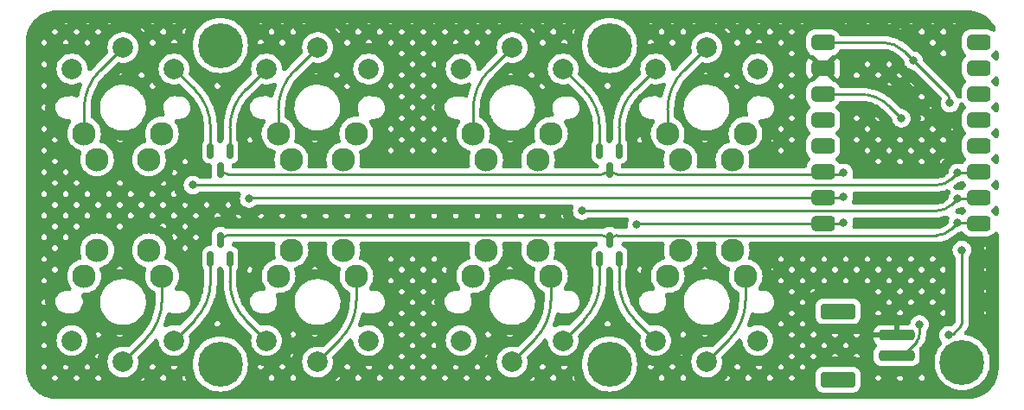
<source format=gbr>
%TF.GenerationSoftware,KiCad,Pcbnew,7.0.7*%
%TF.CreationDate,2023-09-02T22:33:14+10:00*%
%TF.ProjectId,artsey,61727473-6579-42e6-9b69-6361645f7063,rev?*%
%TF.SameCoordinates,Original*%
%TF.FileFunction,Copper,L2,Bot*%
%TF.FilePolarity,Positive*%
%FSLAX46Y46*%
G04 Gerber Fmt 4.6, Leading zero omitted, Abs format (unit mm)*
G04 Created by KiCad (PCBNEW 7.0.7) date 2023-09-02 22:33:14*
%MOMM*%
%LPD*%
G01*
G04 APERTURE LIST*
G04 Aperture macros list*
%AMRoundRect*
0 Rectangle with rounded corners*
0 $1 Rounding radius*
0 $2 $3 $4 $5 $6 $7 $8 $9 X,Y pos of 4 corners*
0 Add a 4 corners polygon primitive as box body*
4,1,4,$2,$3,$4,$5,$6,$7,$8,$9,$2,$3,0*
0 Add four circle primitives for the rounded corners*
1,1,$1+$1,$2,$3*
1,1,$1+$1,$4,$5*
1,1,$1+$1,$6,$7*
1,1,$1+$1,$8,$9*
0 Add four rect primitives between the rounded corners*
20,1,$1+$1,$2,$3,$4,$5,0*
20,1,$1+$1,$4,$5,$6,$7,0*
20,1,$1+$1,$6,$7,$8,$9,0*
20,1,$1+$1,$8,$9,$2,$3,0*%
G04 Aperture macros list end*
%TA.AperFunction,ComponentPad*%
%ADD10C,2.000000*%
%TD*%
%TA.AperFunction,ComponentPad*%
%ADD11C,2.300000*%
%TD*%
%TA.AperFunction,ComponentPad*%
%ADD12C,4.400000*%
%TD*%
%TA.AperFunction,SMDPad,CuDef*%
%ADD13RoundRect,0.150000X0.150000X-0.587500X0.150000X0.587500X-0.150000X0.587500X-0.150000X-0.587500X0*%
%TD*%
%TA.AperFunction,SMDPad,CuDef*%
%ADD14RoundRect,0.150000X-0.150000X0.587500X-0.150000X-0.587500X0.150000X-0.587500X0.150000X0.587500X0*%
%TD*%
%TA.AperFunction,SMDPad,CuDef*%
%ADD15RoundRect,0.250000X1.500000X-0.250000X1.500000X0.250000X-1.500000X0.250000X-1.500000X-0.250000X0*%
%TD*%
%TA.AperFunction,SMDPad,CuDef*%
%ADD16RoundRect,0.250001X1.449999X-0.499999X1.449999X0.499999X-1.449999X0.499999X-1.449999X-0.499999X0*%
%TD*%
%TA.AperFunction,SMDPad,CuDef*%
%ADD17RoundRect,0.381000X0.762000X0.381000X-0.762000X0.381000X-0.762000X-0.381000X0.762000X-0.381000X0*%
%TD*%
%TA.AperFunction,ViaPad*%
%ADD18C,0.800000*%
%TD*%
%TA.AperFunction,Conductor*%
%ADD19C,0.250000*%
%TD*%
G04 APERTURE END LIST*
D10*
%TO.P,SW7,1,1*%
%TO.N,Net-(D4-A-Pad2)*%
X67625000Y-57375000D03*
X77625000Y-57375000D03*
%TO.P,SW7,2,2*%
%TO.N,c3*%
X72625000Y-59475000D03*
%TD*%
D11*
%TO.P,SW9,1,1*%
%TO.N,Net-(D1-A-Pad1)*%
X38335000Y-37065000D03*
X37065000Y-39605000D03*
%TO.P,SW9,2,2*%
%TO.N,c1*%
X31985000Y-39605000D03*
X30715000Y-37065000D03*
%TD*%
D12*
%TO.P,REF\u002A\u002A,1*%
%TO.N,N/C*%
X116681152Y-59531200D03*
%TD*%
D11*
%TO.P,SW10,1,1*%
%TO.N,Net-(D1-A-Pad2)*%
X57368232Y-37068096D03*
X56098232Y-39608096D03*
%TO.P,SW10,2,2*%
%TO.N,c2*%
X51018232Y-39608096D03*
X49748232Y-37068096D03*
%TD*%
%TO.P,SW13,1,1*%
%TO.N,Net-(D3-A-Pad2)*%
X30728020Y-51057928D03*
X31998020Y-48517928D03*
%TO.P,SW13,2,2*%
%TO.N,c1*%
X37078020Y-48517928D03*
X38348020Y-51057928D03*
%TD*%
D10*
%TO.P,SW8,1,1*%
%TO.N,Net-(D4-A-Pad1)*%
X86675000Y-57375000D03*
X96675000Y-57375000D03*
%TO.P,SW8,2,2*%
%TO.N,c4*%
X91675000Y-59475000D03*
%TD*%
D11*
%TO.P,SW12,1,1*%
%TO.N,Net-(D2-A-Pad2)*%
X95468200Y-37068096D03*
X94198200Y-39608096D03*
%TO.P,SW12,2,2*%
%TO.N,c4*%
X89118200Y-39608096D03*
X87848200Y-37068096D03*
%TD*%
%TO.P,SW14,1,1*%
%TO.N,Net-(D3-A-Pad1)*%
X49758156Y-51057928D03*
X51028156Y-48517928D03*
%TO.P,SW14,2,2*%
%TO.N,c2*%
X56108156Y-48517928D03*
X57378156Y-51057928D03*
%TD*%
D10*
%TO.P,SW3,1,1*%
%TO.N,Net-(D2-A-Pad1)*%
X77625000Y-30725000D03*
X67625000Y-30725000D03*
%TO.P,SW3,2,2*%
%TO.N,c3*%
X72625000Y-28625000D03*
%TD*%
%TO.P,SW1,1,1*%
%TO.N,Net-(D1-A-Pad1)*%
X39525000Y-30725000D03*
X29525000Y-30725000D03*
%TO.P,SW1,2,2*%
%TO.N,c1*%
X34525000Y-28625000D03*
%TD*%
D11*
%TO.P,SW15,1,1*%
%TO.N,Net-(D4-A-Pad2)*%
X68808140Y-51057928D03*
X70078140Y-48517928D03*
%TO.P,SW15,2,2*%
%TO.N,c3*%
X75158140Y-48517928D03*
X76428140Y-51057928D03*
%TD*%
%TO.P,SW16,1,1*%
%TO.N,Net-(D4-A-Pad1)*%
X87858124Y-51057928D03*
X89128124Y-48517928D03*
%TO.P,SW16,2,2*%
%TO.N,c4*%
X94208124Y-48517928D03*
X95478124Y-51057928D03*
%TD*%
%TO.P,SW11,1,1*%
%TO.N,Net-(D2-A-Pad1)*%
X76428140Y-37087944D03*
X75158140Y-39627944D03*
%TO.P,SW11,2,2*%
%TO.N,c3*%
X70078140Y-39627944D03*
X68808140Y-37087944D03*
%TD*%
D10*
%TO.P,SW2,1,1*%
%TO.N,Net-(D1-A-Pad2)*%
X58575000Y-30725000D03*
X48575000Y-30725000D03*
%TO.P,SW2,2,2*%
%TO.N,c2*%
X53575000Y-28625000D03*
%TD*%
%TO.P,SW4,1,1*%
%TO.N,Net-(D2-A-Pad2)*%
X96675000Y-30725000D03*
X86675000Y-30725000D03*
%TO.P,SW4,2,2*%
%TO.N,c4*%
X91675000Y-28625000D03*
%TD*%
D12*
%TO.P,REF\u002A\u002A,1*%
%TO.N,N/C*%
X82153056Y-28426148D03*
%TD*%
%TO.P,REF\u002A\u002A,1*%
%TO.N,N/C*%
X44053088Y-28426148D03*
%TD*%
D10*
%TO.P,SW6,1,1*%
%TO.N,Net-(D3-A-Pad1)*%
X48575000Y-57375000D03*
X58575000Y-57375000D03*
%TO.P,SW6,2,2*%
%TO.N,c2*%
X53575000Y-59475000D03*
%TD*%
D12*
%TO.P,REF\u002A\u002A,1*%
%TO.N,N/C*%
X82153056Y-59680028D03*
%TD*%
D10*
%TO.P,SW5,1,1*%
%TO.N,Net-(D3-A-Pad2)*%
X29525000Y-57375000D03*
X39525000Y-57375000D03*
%TO.P,SW5,2,2*%
%TO.N,c1*%
X34525000Y-59475000D03*
%TD*%
D12*
%TO.P,REF\u002A\u002A,1*%
%TO.N,N/C*%
X44053088Y-59680028D03*
%TD*%
D13*
%TO.P,D4,1,A*%
%TO.N,Net-(D4-A-Pad1)*%
X83103056Y-49351132D03*
%TO.P,D4,2,A*%
%TO.N,Net-(D4-A-Pad2)*%
X81203056Y-49351132D03*
%TO.P,D4,3,K*%
%TO.N,r2*%
X82153056Y-47476132D03*
%TD*%
%TO.P,D3,1,A*%
%TO.N,Net-(D3-A-Pad1)*%
X45003088Y-49351132D03*
%TO.P,D3,2,A*%
%TO.N,Net-(D3-A-Pad2)*%
X43103088Y-49351132D03*
%TO.P,D3,3,K*%
%TO.N,r2*%
X44053088Y-47476132D03*
%TD*%
D14*
%TO.P,D2,1,A*%
%TO.N,Net-(D2-A-Pad1)*%
X81203056Y-38755044D03*
%TO.P,D2,2,A*%
%TO.N,Net-(D2-A-Pad2)*%
X83103056Y-38755044D03*
%TO.P,D2,3,K*%
%TO.N,r1*%
X82153056Y-40630044D03*
%TD*%
%TO.P,D1,1,A*%
%TO.N,Net-(D1-A-Pad1)*%
X43103088Y-38755044D03*
%TO.P,D1,2,A*%
%TO.N,Net-(D1-A-Pad2)*%
X45003088Y-38755044D03*
%TO.P,D1,3,K*%
%TO.N,r1*%
X44053088Y-40630044D03*
%TD*%
D15*
%TO.P,BT2,1,+*%
%TO.N,+BATT*%
X110281548Y-58852296D03*
%TO.P,BT2,2,-*%
%TO.N,GND*%
X110281548Y-56852296D03*
D16*
%TO.P,BT2,MP*%
%TO.N,N/C*%
X104531548Y-61202296D03*
X104531548Y-54502296D03*
%TD*%
D17*
%TO.P,U2,1,5V*%
%TO.N,+5V*%
X103078260Y-28128492D03*
%TO.P,U2,2,G*%
%TO.N,GND*%
X103078260Y-30668492D03*
%TO.P,U2,3,3.3*%
%TO.N,+3.3V*%
X103078260Y-33208492D03*
%TO.P,U2,4,4*%
%TO.N,unconnected-(U2-Pad4)*%
X103078260Y-35748492D03*
%TO.P,U2,5,3*%
%TO.N,unconnected-(U2-3-Pad5)*%
X103078260Y-38288492D03*
%TO.P,U2,6,2*%
%TO.N,r1*%
X103078260Y-40828492D03*
%TO.P,U2,7,1*%
%TO.N,c2*%
X103078260Y-43368492D03*
%TO.P,U2,8,0*%
%TO.N,c4*%
X103078260Y-45908492D03*
%TO.P,U2,9,5*%
%TO.N,unconnected-(U2-5-Pad9)*%
X118318260Y-28128492D03*
%TO.P,U2,10,6*%
%TO.N,unconnected-(U2-6-Pad10)*%
X118318260Y-30668492D03*
%TO.P,U2,11,7*%
%TO.N,unconnected-(U2-7-Pad11)*%
X118318260Y-33208492D03*
%TO.P,U2,12,8*%
%TO.N,unconnected-(U2-8-Pad12)*%
X118318260Y-35748492D03*
%TO.P,U2,13,9*%
%TO.N,unconnected-(U2-9-Pad13)*%
X118318260Y-38288492D03*
%TO.P,U2,14,10*%
%TO.N,c1*%
X118318260Y-40828492D03*
%TO.P,U2,15,20*%
%TO.N,c3*%
X118318260Y-43368492D03*
%TO.P,U2,16,21*%
%TO.N,r2*%
X118318260Y-45908492D03*
%TD*%
D18*
%TO.N,GND*%
X110728032Y-33337472D03*
%TO.N,+3.3V*%
X110728032Y-35569892D03*
%TO.N,c1*%
X41374184Y-42118324D03*
X116234668Y-40927700D03*
%TO.N,c2*%
X105072568Y-43308948D03*
X46880820Y-43457776D03*
%TO.N,c3*%
X79474152Y-44648400D03*
X116234668Y-43457776D03*
%TO.N,c4*%
X105072568Y-45839024D03*
X84831960Y-45987852D03*
%TO.N,r1*%
X105072568Y-40927700D03*
%TO.N,r2*%
X116234668Y-45839024D03*
%TO.N,+BATT*%
X112513968Y-55810500D03*
%TO.N,+5V*%
X116653988Y-48490764D03*
X111918656Y-29914428D03*
X115341700Y-56852296D03*
X115490528Y-34081612D03*
%TD*%
D19*
%TO.N,r2*%
X44815283Y-47029624D02*
G75*
G03*
X44276330Y-47252890I17J-762176D01*
G01*
X81929825Y-47252879D02*
G75*
G03*
X81390860Y-47029648I-538925J-538921D01*
G01*
X82044756Y-47367830D02*
G75*
G03*
X82261356Y-47367830I108300J108303D01*
G01*
%TO.N,r1*%
X56720410Y-41076524D02*
G75*
G03*
X56712482Y-41079812I-10J-11176D01*
G01*
X44279618Y-40856566D02*
G75*
G03*
X44826496Y-41083096I546882J546866D01*
G01*
X82266318Y-40743308D02*
G75*
G03*
X82039794Y-40743308I-113262J-113259D01*
G01*
X56704553Y-41083068D02*
G75*
G03*
X56712482Y-41079812I47J11168D01*
G01*
X69453972Y-41089730D02*
G75*
G03*
X69422079Y-41076528I-31872J-31870D01*
G01*
X81345765Y-41102903D02*
G75*
G03*
X81916605Y-40866493I35J807303D01*
G01*
X69453979Y-41089723D02*
G75*
G03*
X69485852Y-41102944I31921J31923D01*
G01*
%TO.N,r2*%
X81929814Y-47252890D02*
X82044755Y-47367831D01*
X44815283Y-47029648D02*
X81390860Y-47029648D01*
X44276330Y-47252890D02*
X44053088Y-47476132D01*
%TO.N,r1*%
X82039793Y-40743307D02*
X81916606Y-40866494D01*
X81345765Y-41102944D02*
X69485852Y-41102944D01*
X56720410Y-41076528D02*
X69422079Y-41076528D01*
X44826496Y-41083096D02*
X56704553Y-41083096D01*
X44279614Y-40856570D02*
X44053088Y-40630044D01*
%TO.N,+3.3V*%
X109547332Y-34389192D02*
X110728032Y-35569892D01*
X106696870Y-33208492D02*
X103078260Y-33208492D01*
X109547336Y-34389188D02*
G75*
G03*
X106696870Y-33208492I-2850436J-2850412D01*
G01*
%TO.N,Net-(D1-A-Pad1)*%
X43103088Y-36529066D02*
X43103088Y-38755044D01*
X41529083Y-32729083D02*
X39525000Y-30725000D01*
X43103111Y-36529066D02*
G75*
G03*
X41529083Y-32729083I-5374011J-34D01*
G01*
%TO.N,Net-(D1-A-Pad2)*%
X45003088Y-36525978D02*
X45003088Y-38755044D01*
X46579275Y-32720724D02*
X48575000Y-30725000D01*
X46579293Y-32720742D02*
G75*
G03*
X45003088Y-36525978I3805207J-3805258D01*
G01*
%TO.N,Net-(D2-A-Pad1)*%
X81203056Y-36529050D02*
X81203056Y-38755044D01*
X79629040Y-32729040D02*
X77625000Y-30725000D01*
X81203055Y-36529050D02*
G75*
G03*
X79629040Y-32729040I-5374025J0D01*
G01*
%TO.N,Net-(D2-A-Pad2)*%
X84679232Y-32720767D02*
X86675000Y-30725000D01*
X83103056Y-36525994D02*
X83103056Y-38755044D01*
X84679227Y-32720762D02*
G75*
G03*
X83103056Y-36525994I3805273J-3805238D01*
G01*
%TO.N,Net-(D3-A-Pad1)*%
X46577092Y-55377092D02*
X48575000Y-57375000D01*
X45003088Y-51577110D02*
X45003088Y-49351132D01*
X45003089Y-51577110D02*
G75*
G03*
X46577092Y-55377092I5374011J10D01*
G01*
%TO.N,Net-(D3-A-Pad2)*%
X41531267Y-55368732D02*
X39525000Y-57375000D01*
X43103088Y-51574022D02*
X43103088Y-49351132D01*
X41531266Y-55368731D02*
G75*
G03*
X43103088Y-51574022I-3794706J3794711D01*
G01*
%TO.N,Net-(D4-A-Pad1)*%
X83103056Y-51577094D02*
X83103056Y-49351132D01*
X84677048Y-55377048D02*
X86675000Y-57375000D01*
X83103060Y-51577094D02*
G75*
G03*
X84677049Y-55377047I5373940J-6D01*
G01*
%TO.N,Net-(D4-A-Pad2)*%
X81203056Y-51574038D02*
X81203056Y-49351132D01*
X79631224Y-55368775D02*
X77625000Y-57375000D01*
X79631203Y-55368754D02*
G75*
G03*
X81203056Y-51574038I-3794703J3794754D01*
G01*
%TO.N,c1*%
X118268656Y-40878096D02*
X118318260Y-40828492D01*
X36754227Y-57245772D02*
X34525000Y-59475000D01*
X38348020Y-53398016D02*
X38348020Y-51057928D01*
X114202145Y-42118324D02*
X41374184Y-42118324D01*
X116234668Y-40927700D02*
X115639356Y-41523012D01*
X30715000Y-34688963D02*
X30715000Y-37065000D01*
X118148901Y-40927700D02*
X116234668Y-40927700D01*
X32308792Y-30841207D02*
X34525000Y-28625000D01*
X36754213Y-57245758D02*
G75*
G03*
X38348020Y-53398016I-3847713J3847758D01*
G01*
X114202145Y-42118355D02*
G75*
G03*
X115639355Y-41523011I-45J2032555D01*
G01*
X118148901Y-40927688D02*
G75*
G03*
X118268655Y-40878095I-1J169388D01*
G01*
X32308821Y-30841236D02*
G75*
G03*
X30715000Y-34688963I3847679J-3847764D01*
G01*
%TO.N,c2*%
X57378156Y-53417880D02*
X57378156Y-51057928D01*
X104970920Y-43368492D02*
X46821276Y-43368492D01*
X51342024Y-30857975D02*
X53575000Y-28625000D01*
X55784363Y-57265636D02*
X53575000Y-59475000D01*
X49748232Y-34705731D02*
X49748232Y-37068096D01*
X105072568Y-43308948D02*
X105042796Y-43338720D01*
X51342005Y-30857956D02*
G75*
G03*
X49748232Y-34705731I3847795J-3847744D01*
G01*
X104970920Y-43368493D02*
G75*
G03*
X105042796Y-43338720I-20J101693D01*
G01*
X55784375Y-57265648D02*
G75*
G03*
X57378156Y-53417880I-3847775J3847748D01*
G01*
%TO.N,c3*%
X74834347Y-57265652D02*
X72625000Y-59475000D01*
X116234668Y-43457776D02*
X115639356Y-44053088D01*
X118273618Y-43413134D02*
X118318260Y-43368492D01*
X76428140Y-53417896D02*
X76428140Y-51057928D01*
X116234668Y-43457776D02*
X118165842Y-43457776D01*
X114202145Y-44648400D02*
X79474152Y-44648400D01*
X68808140Y-34695823D02*
X68808140Y-37087944D01*
X70401932Y-30848067D02*
X72625000Y-28625000D01*
X70401919Y-30848054D02*
G75*
G03*
X68808140Y-34695823I3847781J-3847746D01*
G01*
X74834347Y-57265652D02*
G75*
G03*
X76428140Y-53417896I-3847747J3847752D01*
G01*
X118165842Y-43457788D02*
G75*
G03*
X118273617Y-43413133I-42J152488D01*
G01*
X114202145Y-44648438D02*
G75*
G03*
X115639355Y-44053087I-45J2032538D01*
G01*
%TO.N,c4*%
X84967435Y-45908492D02*
X104953978Y-45908492D01*
X93884331Y-57265668D02*
X91675000Y-59475000D01*
X87848200Y-34705763D02*
X87848200Y-37068096D01*
X89441992Y-30858007D02*
X91675000Y-28625000D01*
X84871640Y-45948172D02*
X84831960Y-45987852D01*
X105037834Y-45873758D02*
X105072568Y-45839024D01*
X95478124Y-53417912D02*
X95478124Y-51057928D01*
X93884320Y-57265657D02*
G75*
G03*
X95478124Y-53417912I-3847720J3847757D01*
G01*
X104953978Y-45908476D02*
G75*
G03*
X105037834Y-45873758I22J118576D01*
G01*
X84967435Y-45908515D02*
G75*
G03*
X84871640Y-45948172I65J-135685D01*
G01*
X89442021Y-30858036D02*
G75*
G03*
X87848200Y-34705763I3847679J-3847764D01*
G01*
%TO.N,r1*%
X82926464Y-41083096D02*
X104807290Y-41083096D01*
X105072568Y-40927700D02*
X104994870Y-41005398D01*
X82379582Y-40856570D02*
X82266319Y-40743307D01*
X82379602Y-40856550D02*
G75*
G03*
X82926464Y-41083096I546898J546850D01*
G01*
X104807290Y-41083083D02*
G75*
G03*
X104994869Y-41005397I10J265283D01*
G01*
%TO.N,r2*%
X118283526Y-45873758D02*
X118318260Y-45908492D01*
X116234668Y-45839024D02*
X115632716Y-46440976D01*
X116234668Y-45839024D02*
X118199670Y-45839024D01*
X82892581Y-47042928D02*
X114179475Y-47042928D01*
X82369658Y-47259530D02*
X82261357Y-47367831D01*
X82892581Y-47042929D02*
G75*
G03*
X82369658Y-47259530I19J-739571D01*
G01*
X114179475Y-47042900D02*
G75*
G03*
X115632716Y-46440976I25J2055200D01*
G01*
X118283538Y-45873746D02*
G75*
G03*
X118199670Y-45839024I-83838J-83854D01*
G01*
%TO.N,+BATT*%
X110563134Y-58852296D02*
X110281548Y-58852296D01*
X112513968Y-55810500D02*
X112513968Y-56749641D01*
X111043832Y-58653184D02*
X112207503Y-57489513D01*
X110563134Y-58852323D02*
G75*
G03*
X111043831Y-58653183I-34J679823D01*
G01*
X112207489Y-57489499D02*
G75*
G03*
X112513968Y-56749641I-739889J739899D01*
G01*
%TO.N,+5V*%
X116681152Y-48537135D02*
X116681152Y-55637950D01*
X115490528Y-33783956D02*
X115490528Y-34081612D01*
X111918656Y-29914428D02*
X111025688Y-29021460D01*
X108869872Y-28128492D02*
X103078260Y-28128492D01*
X115493642Y-56852296D02*
X115341700Y-56852296D01*
X116667570Y-48504346D02*
X116653988Y-48490764D01*
X116593253Y-55904627D02*
X115753023Y-56744856D01*
X111918656Y-29914428D02*
X115280053Y-33275825D01*
X115493642Y-56852332D02*
G75*
G03*
X115753023Y-56744856I-42J366832D01*
G01*
X116681132Y-48537135D02*
G75*
G03*
X116667570Y-48504346I-46332J35D01*
G01*
X116593264Y-55904635D02*
G75*
G03*
X116681151Y-55637950I-373564J270935D01*
G01*
X111025707Y-29021441D02*
G75*
G03*
X108869872Y-28128492I-2155807J-2155859D01*
G01*
X115490552Y-33783956D02*
G75*
G03*
X115280053Y-33275825I-718652J-44D01*
G01*
%TD*%
%TA.AperFunction,Conductor*%
%TO.N,GND*%
G36*
X117256275Y-25003775D02*
G01*
X117313528Y-25006775D01*
X117389395Y-25010752D01*
X117566642Y-25020692D01*
X117579107Y-25022026D01*
X117725061Y-25045144D01*
X117731095Y-25046100D01*
X117888019Y-25072764D01*
X117899371Y-25075243D01*
X117984007Y-25097921D01*
X118051158Y-25115916D01*
X118153402Y-25145371D01*
X118201857Y-25159331D01*
X118212005Y-25162735D01*
X118360202Y-25219623D01*
X118504438Y-25279369D01*
X118513295Y-25283452D01*
X118654920Y-25355615D01*
X118655670Y-25355997D01*
X118792199Y-25431455D01*
X118799785Y-25436006D01*
X118934451Y-25523460D01*
X119061813Y-25613829D01*
X119068099Y-25618597D01*
X119068440Y-25618873D01*
X119191025Y-25718142D01*
X119195636Y-25722065D01*
X119310045Y-25824309D01*
X119315119Y-25829106D01*
X119427005Y-25940992D01*
X119431804Y-25946068D01*
X119534055Y-26060487D01*
X119537977Y-26065098D01*
X119637517Y-26188020D01*
X119642300Y-26194327D01*
X119732651Y-26321665D01*
X119819885Y-26455995D01*
X119820105Y-26456333D01*
X119824657Y-26463920D01*
X119900123Y-26600468D01*
X119955540Y-26709231D01*
X119981912Y-26802739D01*
X119970492Y-26899220D01*
X119923019Y-26983987D01*
X119846722Y-27044135D01*
X119753214Y-27070507D01*
X119656733Y-27059087D01*
X119577680Y-27016350D01*
X119557807Y-27000376D01*
X119557806Y-27000375D01*
X119386035Y-26915184D01*
X119199962Y-26868910D01*
X119156921Y-26865992D01*
X119156917Y-26865992D01*
X118038528Y-26865992D01*
X117479602Y-26865993D01*
X117479603Y-26865993D01*
X117436554Y-26868911D01*
X117436552Y-26868911D01*
X117250483Y-26915185D01*
X117078713Y-27000375D01*
X117078711Y-27000376D01*
X116929273Y-27120498D01*
X116929266Y-27120505D01*
X116809144Y-27269943D01*
X116809143Y-27269945D01*
X116723952Y-27441716D01*
X116677678Y-27627789D01*
X116674760Y-27670830D01*
X116674761Y-28586150D01*
X116674761Y-28586149D01*
X116677679Y-28629197D01*
X116677679Y-28629199D01*
X116723953Y-28815268D01*
X116809143Y-28987038D01*
X116809144Y-28987040D01*
X116929266Y-29136478D01*
X116929273Y-29136485D01*
X117013785Y-29204418D01*
X117076179Y-29278891D01*
X117105324Y-29371571D01*
X117096784Y-29468350D01*
X117051858Y-29554493D01*
X117013785Y-29592566D01*
X116929273Y-29660498D01*
X116929266Y-29660505D01*
X116809144Y-29809943D01*
X116809143Y-29809945D01*
X116723952Y-29981716D01*
X116677678Y-30167789D01*
X116676114Y-30190863D01*
X116674760Y-30210835D01*
X116674761Y-30668492D01*
X116674761Y-31126149D01*
X116677679Y-31169197D01*
X116677679Y-31169199D01*
X116723953Y-31355268D01*
X116809143Y-31527038D01*
X116809144Y-31527040D01*
X116929266Y-31676478D01*
X116929273Y-31676485D01*
X117013785Y-31744418D01*
X117076179Y-31818891D01*
X117105324Y-31911571D01*
X117096784Y-32008350D01*
X117051858Y-32094493D01*
X117013785Y-32132566D01*
X116929273Y-32200498D01*
X116929266Y-32200505D01*
X116809144Y-32349943D01*
X116809143Y-32349945D01*
X116723952Y-32521716D01*
X116677678Y-32707789D01*
X116674760Y-32750831D01*
X116674760Y-33404763D01*
X116655806Y-33500051D01*
X116601830Y-33580833D01*
X116521048Y-33634809D01*
X116425760Y-33653763D01*
X116330472Y-33634809D01*
X116249690Y-33580833D01*
X116224314Y-33551120D01*
X116223059Y-33549393D01*
X116087668Y-33399027D01*
X116088938Y-33397883D01*
X116040204Y-33332620D01*
X116034916Y-33320745D01*
X115979997Y-33188175D01*
X115979996Y-33188173D01*
X115979990Y-33188161D01*
X115891897Y-33035593D01*
X115891896Y-33035592D01*
X115784630Y-32895808D01*
X115734718Y-32845899D01*
X113226956Y-30338137D01*
X115621595Y-30338137D01*
X115676760Y-30393303D01*
X115676760Y-30193957D01*
X115677902Y-30160188D01*
X115679766Y-30132692D01*
X115621595Y-30190863D01*
X115621595Y-30338137D01*
X113226956Y-30338137D01*
X112888916Y-30000097D01*
X112834940Y-29919315D01*
X112817350Y-29850054D01*
X112813163Y-29810214D01*
X112804330Y-29726172D01*
X112745835Y-29546144D01*
X112651189Y-29382212D01*
X112651187Y-29382209D01*
X112651186Y-29382208D01*
X112556886Y-29277478D01*
X114560934Y-29277478D01*
X114768627Y-29485171D01*
X114915902Y-29485171D01*
X115123595Y-29277478D01*
X115123595Y-29130203D01*
X114915902Y-28922511D01*
X114768627Y-28922511D01*
X114560934Y-29130203D01*
X114560934Y-29277478D01*
X112556886Y-29277478D01*
X112524529Y-29241542D01*
X112524528Y-29241541D01*
X112524527Y-29241540D01*
X112419648Y-29165341D01*
X112371384Y-29130275D01*
X112198466Y-29053286D01*
X112198452Y-29053282D01*
X112013302Y-29013928D01*
X112005887Y-29013928D01*
X111910599Y-28994974D01*
X111829817Y-28940998D01*
X111542323Y-28653504D01*
X111542244Y-28653386D01*
X111354556Y-28465703D01*
X111108774Y-28259473D01*
X111047855Y-28216818D01*
X113500274Y-28216818D01*
X113707967Y-28424511D01*
X113855241Y-28424511D01*
X114062934Y-28216817D01*
X115621595Y-28216817D01*
X115676760Y-28271983D01*
X115676760Y-28014378D01*
X115621595Y-28069543D01*
X115621595Y-28216817D01*
X114062934Y-28216817D01*
X114062934Y-28069544D01*
X113855241Y-27861851D01*
X113707967Y-27861851D01*
X113500274Y-28069543D01*
X113500274Y-28216818D01*
X111047855Y-28216818D01*
X110845955Y-28075449D01*
X110726293Y-28006364D01*
X110568087Y-27915026D01*
X110553868Y-27908396D01*
X110454049Y-27861851D01*
X110277300Y-27779434D01*
X109995128Y-27676735D01*
X109975805Y-27669702D01*
X109975806Y-27669702D01*
X109665883Y-27586662D01*
X109349917Y-27530952D01*
X109190101Y-27516971D01*
X109030289Y-27502991D01*
X109030287Y-27502991D01*
X108869866Y-27502992D01*
X104857406Y-27502992D01*
X104762118Y-27484038D01*
X104681336Y-27430062D01*
X104634334Y-27364626D01*
X104608918Y-27313381D01*
X104587376Y-27269945D01*
X104587375Y-27269944D01*
X104587375Y-27269943D01*
X104495912Y-27156158D01*
X112439614Y-27156158D01*
X112647306Y-27363851D01*
X112794582Y-27363851D01*
X113002274Y-27156158D01*
X113002274Y-27156156D01*
X114560934Y-27156156D01*
X114768628Y-27363851D01*
X114915901Y-27363851D01*
X115123595Y-27156156D01*
X115123595Y-27008883D01*
X114915902Y-26801191D01*
X114768627Y-26801191D01*
X114560934Y-27008883D01*
X114560934Y-27156156D01*
X113002274Y-27156156D01*
X113002274Y-27008883D01*
X112794581Y-26801191D01*
X112647307Y-26801191D01*
X112439614Y-27008884D01*
X112439614Y-27156158D01*
X104495912Y-27156158D01*
X104467253Y-27120505D01*
X104467246Y-27120498D01*
X104317808Y-27000376D01*
X104317806Y-27000375D01*
X104146035Y-26915184D01*
X103959962Y-26868910D01*
X103916921Y-26865992D01*
X103916917Y-26865992D01*
X102798677Y-26865992D01*
X102239602Y-26865993D01*
X102239603Y-26865993D01*
X102196554Y-26868911D01*
X102196552Y-26868911D01*
X102010483Y-26915185D01*
X101838713Y-27000375D01*
X101838711Y-27000376D01*
X101689273Y-27120498D01*
X101689266Y-27120505D01*
X101569144Y-27269943D01*
X101569143Y-27269945D01*
X101483952Y-27441716D01*
X101437678Y-27627789D01*
X101434760Y-27670830D01*
X101434761Y-28586150D01*
X101434761Y-28586149D01*
X101437679Y-28629197D01*
X101437679Y-28629199D01*
X101483953Y-28815268D01*
X101569143Y-28987038D01*
X101569144Y-28987040D01*
X101689266Y-29136478D01*
X101689269Y-29136481D01*
X101689270Y-29136482D01*
X101704900Y-29149046D01*
X101774179Y-29204734D01*
X101836572Y-29279207D01*
X101865717Y-29371887D01*
X101863378Y-29398387D01*
X101910209Y-29367097D01*
X102005497Y-29348143D01*
X102065585Y-29355501D01*
X102069350Y-29356438D01*
X102157248Y-29397827D01*
X102185331Y-29422009D01*
X103078260Y-30314938D01*
X103971187Y-29422010D01*
X104051969Y-29368033D01*
X104087160Y-29356440D01*
X104090934Y-29355501D01*
X104187978Y-29350901D01*
X104279397Y-29383788D01*
X104293377Y-29396502D01*
X104299342Y-29328943D01*
X104344271Y-29242801D01*
X104382336Y-29204737D01*
X104467250Y-29136482D01*
X104587376Y-28987039D01*
X104621715Y-28917801D01*
X104634334Y-28892358D01*
X104693652Y-28815413D01*
X104777901Y-28767026D01*
X104857406Y-28753992D01*
X108793924Y-28753992D01*
X108793928Y-28753993D01*
X108866391Y-28753992D01*
X108873365Y-28754187D01*
X109134227Y-28768835D01*
X109148100Y-28770399D01*
X109402217Y-28813572D01*
X109415834Y-28816680D01*
X109663529Y-28888037D01*
X109676701Y-28892646D01*
X109758049Y-28926341D01*
X109914848Y-28991288D01*
X109927420Y-28997341D01*
X110153042Y-29122033D01*
X110164854Y-29129455D01*
X110373477Y-29277478D01*
X110375078Y-29278614D01*
X110385999Y-29287323D01*
X110522060Y-29408911D01*
X110580454Y-29461094D01*
X110585528Y-29465891D01*
X110608036Y-29488398D01*
X110892849Y-29773212D01*
X110948395Y-29828758D01*
X111002371Y-29909539D01*
X111019961Y-29978799D01*
X111031078Y-30084569D01*
X111032982Y-30102684D01*
X111091477Y-30282712D01*
X111147907Y-30380451D01*
X111186125Y-30446647D01*
X111312782Y-30587313D01*
X111312785Y-30587316D01*
X111402753Y-30652681D01*
X111465927Y-30698580D01*
X111638845Y-30775569D01*
X111638848Y-30775570D01*
X111638853Y-30775572D01*
X111824010Y-30814928D01*
X111831426Y-30814928D01*
X111926714Y-30833882D01*
X112007496Y-30887858D01*
X114597049Y-33477412D01*
X114651025Y-33558194D01*
X114669979Y-33653482D01*
X114657792Y-33730427D01*
X114604855Y-33893349D01*
X114604854Y-33893355D01*
X114585068Y-34081612D01*
X114604853Y-34269862D01*
X114604853Y-34269867D01*
X114634101Y-34359881D01*
X114663349Y-34449896D01*
X114721320Y-34550305D01*
X114757997Y-34613831D01*
X114883535Y-34753254D01*
X114884657Y-34754500D01*
X114931416Y-34788472D01*
X115037799Y-34865764D01*
X115210717Y-34942753D01*
X115210720Y-34942754D01*
X115210725Y-34942756D01*
X115395882Y-34982112D01*
X115585173Y-34982112D01*
X115585174Y-34982112D01*
X115770331Y-34942756D01*
X115816750Y-34922089D01*
X115943256Y-34865764D01*
X115943256Y-34865763D01*
X115943258Y-34865763D01*
X116096399Y-34754500D01*
X116223061Y-34613828D01*
X116317707Y-34449896D01*
X116376202Y-34269868D01*
X116377078Y-34261539D01*
X116380835Y-34225786D01*
X116381959Y-34215084D01*
X116410768Y-34122302D01*
X116472891Y-34047604D01*
X116558871Y-34002366D01*
X116655619Y-33993475D01*
X116748404Y-34022284D01*
X116823102Y-34084407D01*
X116823669Y-34085110D01*
X116929266Y-34216478D01*
X116929273Y-34216485D01*
X117013785Y-34284418D01*
X117076179Y-34358891D01*
X117105324Y-34451571D01*
X117096784Y-34548350D01*
X117051858Y-34634493D01*
X117013785Y-34672566D01*
X116929273Y-34740498D01*
X116929266Y-34740505D01*
X116809144Y-34889943D01*
X116809143Y-34889945D01*
X116723952Y-35061716D01*
X116677678Y-35247789D01*
X116674760Y-35290830D01*
X116674761Y-36206150D01*
X116674761Y-36206149D01*
X116677679Y-36249197D01*
X116677679Y-36249199D01*
X116723953Y-36435268D01*
X116809143Y-36607038D01*
X116809144Y-36607040D01*
X116929266Y-36756478D01*
X116929273Y-36756485D01*
X117013785Y-36824418D01*
X117076179Y-36898891D01*
X117105324Y-36991571D01*
X117096784Y-37088350D01*
X117051858Y-37174493D01*
X117013785Y-37212566D01*
X116929273Y-37280498D01*
X116929266Y-37280505D01*
X116809144Y-37429943D01*
X116809143Y-37429945D01*
X116723952Y-37601716D01*
X116677678Y-37787789D01*
X116674760Y-37830830D01*
X116674761Y-38746150D01*
X116674761Y-38746149D01*
X116677679Y-38789197D01*
X116677679Y-38789199D01*
X116723953Y-38975268D01*
X116809143Y-39147038D01*
X116809144Y-39147040D01*
X116929266Y-39296478D01*
X116929273Y-39296485D01*
X117013785Y-39364418D01*
X117076179Y-39438891D01*
X117105324Y-39531571D01*
X117096784Y-39628350D01*
X117051858Y-39714493D01*
X117013785Y-39752566D01*
X116929273Y-39820498D01*
X116929266Y-39820505D01*
X116800686Y-39980467D01*
X116799230Y-39979297D01*
X116743695Y-40037123D01*
X116654704Y-40076108D01*
X116557569Y-40078070D01*
X116524262Y-40069737D01*
X116514470Y-40066555D01*
X116329314Y-40027200D01*
X116140022Y-40027200D01*
X115954871Y-40066554D01*
X115954857Y-40066558D01*
X115781939Y-40143547D01*
X115628794Y-40254814D01*
X115502137Y-40395480D01*
X115454839Y-40477403D01*
X115407489Y-40559416D01*
X115377148Y-40652793D01*
X115348994Y-40739443D01*
X115335973Y-40863327D01*
X115307162Y-40956111D01*
X115264413Y-41013361D01*
X115250766Y-41027009D01*
X115250762Y-41027014D01*
X115250760Y-41027016D01*
X115250758Y-41027018D01*
X115224647Y-41053128D01*
X115199942Y-41077834D01*
X115193996Y-41083403D01*
X115064823Y-41196689D01*
X115051890Y-41206613D01*
X114912439Y-41299795D01*
X114898320Y-41307947D01*
X114747910Y-41382124D01*
X114732850Y-41388362D01*
X114574037Y-41442277D01*
X114558288Y-41446497D01*
X114393798Y-41479219D01*
X114377636Y-41481347D01*
X114206668Y-41492557D01*
X114198520Y-41492824D01*
X106178509Y-41492824D01*
X106083221Y-41473870D01*
X106002439Y-41419894D01*
X105948463Y-41339112D01*
X105929509Y-41243824D01*
X105941697Y-41166876D01*
X105958241Y-41115960D01*
X105958241Y-41115959D01*
X105958242Y-41115956D01*
X105978028Y-40927700D01*
X105958242Y-40739444D01*
X105899747Y-40559416D01*
X105805101Y-40395484D01*
X105805099Y-40395481D01*
X105805098Y-40395480D01*
X105678441Y-40254814D01*
X105678440Y-40254813D01*
X105678439Y-40254812D01*
X105533686Y-40149643D01*
X105525296Y-40143547D01*
X105352378Y-40066558D01*
X105352364Y-40066554D01*
X105167214Y-40027200D01*
X104977922Y-40027200D01*
X104977919Y-40027200D01*
X104833529Y-40057890D01*
X104736382Y-40059161D01*
X104646144Y-40023159D01*
X104587687Y-39970332D01*
X104518355Y-39884079D01*
X108196973Y-39884079D01*
X108404667Y-40091773D01*
X108551940Y-40091773D01*
X108759632Y-39884080D01*
X110318294Y-39884080D01*
X110525986Y-40091773D01*
X110673262Y-40091773D01*
X110880954Y-39884080D01*
X112439614Y-39884080D01*
X112647306Y-40091773D01*
X112794582Y-40091773D01*
X113002274Y-39884080D01*
X113002274Y-39884079D01*
X114560934Y-39884079D01*
X114614232Y-39937377D01*
X114652542Y-39871024D01*
X114655946Y-39865468D01*
X114673758Y-39838038D01*
X114677453Y-39832661D01*
X114712019Y-39785086D01*
X114715988Y-39779914D01*
X114736570Y-39754497D01*
X114740804Y-39749539D01*
X114906814Y-39565168D01*
X114911302Y-39560439D01*
X114929264Y-39542475D01*
X114915902Y-39529113D01*
X114768627Y-39529113D01*
X114560934Y-39736805D01*
X114560934Y-39884079D01*
X113002274Y-39884079D01*
X113002274Y-39736806D01*
X112794581Y-39529113D01*
X112647307Y-39529113D01*
X112439614Y-39736805D01*
X112439614Y-39884080D01*
X110880954Y-39884080D01*
X110880954Y-39736806D01*
X110673261Y-39529113D01*
X110525987Y-39529113D01*
X110318294Y-39736805D01*
X110318294Y-39884080D01*
X108759632Y-39884080D01*
X108759634Y-39884078D01*
X108759634Y-39736805D01*
X108551941Y-39529113D01*
X108404666Y-39529113D01*
X108196973Y-39736805D01*
X108196973Y-39884079D01*
X104518355Y-39884079D01*
X104467253Y-39820505D01*
X104467242Y-39820494D01*
X104382735Y-39752566D01*
X104320340Y-39678095D01*
X104291195Y-39585414D01*
X104296163Y-39529113D01*
X106363955Y-39529113D01*
X106368078Y-39532825D01*
X106372808Y-39537312D01*
X106395934Y-39560439D01*
X106400422Y-39565168D01*
X106566432Y-39749539D01*
X106570666Y-39754497D01*
X106591248Y-39779914D01*
X106595217Y-39785086D01*
X106629783Y-39832661D01*
X106633478Y-39838038D01*
X106638313Y-39845483D01*
X106638313Y-39736806D01*
X106430620Y-39529113D01*
X106363955Y-39529113D01*
X104296163Y-39529113D01*
X104299735Y-39488635D01*
X104344661Y-39402492D01*
X104382735Y-39364418D01*
X104467242Y-39296489D01*
X104467246Y-39296485D01*
X104467250Y-39296482D01*
X104587376Y-39147039D01*
X104672567Y-38975267D01*
X104710330Y-38823419D01*
X107136313Y-38823419D01*
X107344007Y-39031113D01*
X107491281Y-39031113D01*
X107698973Y-38823420D01*
X109257634Y-38823420D01*
X109465326Y-39031113D01*
X109612600Y-39031113D01*
X109820292Y-38823420D01*
X111378954Y-38823420D01*
X111586646Y-39031113D01*
X111733922Y-39031113D01*
X111941614Y-38823420D01*
X111941614Y-38823419D01*
X113500274Y-38823419D01*
X113707968Y-39031113D01*
X113855242Y-39031113D01*
X114062934Y-38823420D01*
X115621595Y-38823420D01*
X115684018Y-38885844D01*
X115683821Y-38884079D01*
X115677903Y-38796789D01*
X115676761Y-38763030D01*
X115676760Y-38620978D01*
X115621595Y-38676144D01*
X115621595Y-38823420D01*
X114062934Y-38823420D01*
X114062934Y-38676144D01*
X113855242Y-38468452D01*
X113707968Y-38468452D01*
X113500274Y-38676145D01*
X113500274Y-38823419D01*
X111941614Y-38823419D01*
X111941614Y-38676144D01*
X111733922Y-38468452D01*
X111586646Y-38468452D01*
X111378954Y-38676144D01*
X111378954Y-38823420D01*
X109820292Y-38823420D01*
X109820294Y-38823418D01*
X109820294Y-38676146D01*
X109612600Y-38468452D01*
X109465326Y-38468452D01*
X109257634Y-38676144D01*
X109257634Y-38823420D01*
X107698973Y-38823420D01*
X107698973Y-38676144D01*
X107491281Y-38468452D01*
X107344007Y-38468452D01*
X107136313Y-38676145D01*
X107136313Y-38823419D01*
X104710330Y-38823419D01*
X104718841Y-38789196D01*
X104721760Y-38746149D01*
X104721759Y-37830836D01*
X104718841Y-37787788D01*
X104712617Y-37762759D01*
X106075653Y-37762759D01*
X106283346Y-37970452D01*
X106430620Y-37970452D01*
X106638312Y-37762759D01*
X108196973Y-37762759D01*
X108404666Y-37970452D01*
X108551941Y-37970452D01*
X108759634Y-37762759D01*
X110318294Y-37762759D01*
X110525987Y-37970452D01*
X110673261Y-37970452D01*
X110880954Y-37762759D01*
X110880954Y-37762758D01*
X112439614Y-37762758D01*
X112647307Y-37970452D01*
X112794581Y-37970452D01*
X113002274Y-37762759D01*
X114560934Y-37762759D01*
X114768627Y-37970452D01*
X114915902Y-37970452D01*
X115123595Y-37762759D01*
X115123595Y-37615486D01*
X114915901Y-37407792D01*
X114768628Y-37407792D01*
X114560934Y-37615485D01*
X114560934Y-37762759D01*
X113002274Y-37762759D01*
X113002274Y-37615484D01*
X112794582Y-37407792D01*
X112647306Y-37407792D01*
X112439614Y-37615484D01*
X112439614Y-37762758D01*
X110880954Y-37762758D01*
X110880954Y-37615484D01*
X110733862Y-37468392D01*
X110603985Y-37468392D01*
X110597470Y-37468221D01*
X110564811Y-37466510D01*
X110558311Y-37465999D01*
X110499827Y-37459852D01*
X110493360Y-37459001D01*
X110477317Y-37456459D01*
X110318294Y-37615484D01*
X110318294Y-37762759D01*
X108759634Y-37762759D01*
X108759634Y-37615486D01*
X108551940Y-37407792D01*
X108404667Y-37407792D01*
X108196973Y-37615485D01*
X108196973Y-37762759D01*
X106638312Y-37762759D01*
X106638313Y-37762758D01*
X106638313Y-37615484D01*
X106430621Y-37407792D01*
X106283345Y-37407792D01*
X106075653Y-37615484D01*
X106075653Y-37762759D01*
X104712617Y-37762759D01*
X104672567Y-37601717D01*
X104587376Y-37429945D01*
X104587375Y-37429943D01*
X104467253Y-37280505D01*
X104467242Y-37280494D01*
X104382735Y-37212566D01*
X104320340Y-37138095D01*
X104291195Y-37045414D01*
X104299735Y-36948635D01*
X104344661Y-36862492D01*
X104382735Y-36824418D01*
X104467242Y-36756489D01*
X104467246Y-36756485D01*
X104467250Y-36756482D01*
X104510964Y-36702099D01*
X107136313Y-36702099D01*
X107344006Y-36909792D01*
X107491280Y-36909792D01*
X107698972Y-36702099D01*
X113500274Y-36702099D01*
X113707967Y-36909792D01*
X113855241Y-36909792D01*
X114062934Y-36702098D01*
X115621595Y-36702098D01*
X115829288Y-36909792D01*
X115845297Y-36909792D01*
X115816357Y-36851440D01*
X115813525Y-36845318D01*
X115800156Y-36814239D01*
X115797661Y-36807976D01*
X115776682Y-36750874D01*
X115774528Y-36744481D01*
X115764598Y-36712138D01*
X115762794Y-36705641D01*
X115704635Y-36471784D01*
X115621595Y-36554824D01*
X115621595Y-36702098D01*
X114062934Y-36702098D01*
X114062934Y-36554825D01*
X113855241Y-36347132D01*
X113707967Y-36347132D01*
X113500274Y-36554824D01*
X113500274Y-36702099D01*
X107698972Y-36702099D01*
X107698972Y-36554824D01*
X107491280Y-36347132D01*
X107344006Y-36347132D01*
X107136313Y-36554824D01*
X107136313Y-36702099D01*
X104510964Y-36702099D01*
X104587376Y-36607039D01*
X104672567Y-36435267D01*
X104718841Y-36249196D01*
X104721760Y-36206149D01*
X104721759Y-35641439D01*
X106075653Y-35641439D01*
X106283346Y-35849132D01*
X106430620Y-35849132D01*
X106638313Y-35641439D01*
X108196973Y-35641439D01*
X108404666Y-35849132D01*
X108551940Y-35849132D01*
X108631618Y-35769453D01*
X108485842Y-35623678D01*
X108485831Y-35623668D01*
X108470048Y-35607885D01*
X108464432Y-35603220D01*
X108413998Y-35552075D01*
X108269777Y-35421360D01*
X108196973Y-35494165D01*
X108196973Y-35641439D01*
X106638313Y-35641439D01*
X106638313Y-35494164D01*
X106430620Y-35286472D01*
X106283346Y-35286472D01*
X106075653Y-35494164D01*
X106075653Y-35641439D01*
X104721759Y-35641439D01*
X104721759Y-35290836D01*
X104718841Y-35247788D01*
X104672567Y-35061717D01*
X104587376Y-34889945D01*
X104587375Y-34889943D01*
X104467253Y-34740505D01*
X104467242Y-34740494D01*
X104382735Y-34672566D01*
X104320340Y-34598095D01*
X104291195Y-34505414D01*
X104299735Y-34408635D01*
X104344661Y-34322492D01*
X104382735Y-34284418D01*
X104467242Y-34216489D01*
X104467246Y-34216485D01*
X104467250Y-34216482D01*
X104587376Y-34067039D01*
X104621715Y-33997801D01*
X104634334Y-33972358D01*
X104693652Y-33895413D01*
X104777901Y-33847026D01*
X104857406Y-33833992D01*
X106620925Y-33833992D01*
X106693821Y-33833992D01*
X106699927Y-33834141D01*
X107024585Y-33850089D01*
X107036725Y-33851284D01*
X107300467Y-33890405D01*
X107355231Y-33898529D01*
X107367221Y-33900914D01*
X107462991Y-33924902D01*
X107679561Y-33979149D01*
X107691239Y-33982691D01*
X107977482Y-34085110D01*
X107994405Y-34091165D01*
X108005692Y-34095840D01*
X108296777Y-34233513D01*
X108307522Y-34239257D01*
X108583721Y-34404804D01*
X108593860Y-34411579D01*
X108720382Y-34505414D01*
X108852488Y-34603391D01*
X108861937Y-34611145D01*
X108926202Y-34669392D01*
X109102370Y-34829063D01*
X109107410Y-34833895D01*
X109138317Y-34865236D01*
X109139739Y-34866190D01*
X109172924Y-34899376D01*
X109172938Y-34899388D01*
X109757771Y-35484222D01*
X109811747Y-35565003D01*
X109829337Y-35634263D01*
X109839965Y-35735378D01*
X109842358Y-35758148D01*
X109900853Y-35938176D01*
X109995499Y-36102108D01*
X109995501Y-36102111D01*
X110098257Y-36216232D01*
X110122161Y-36242780D01*
X110223584Y-36316468D01*
X110275303Y-36354044D01*
X110448221Y-36431033D01*
X110448224Y-36431034D01*
X110448229Y-36431036D01*
X110633386Y-36470392D01*
X110822677Y-36470392D01*
X110822678Y-36470392D01*
X111007835Y-36431036D01*
X111072013Y-36402462D01*
X111180760Y-36354044D01*
X111180760Y-36354043D01*
X111180762Y-36354043D01*
X111333903Y-36242780D01*
X111460565Y-36102108D01*
X111555211Y-35938176D01*
X111613706Y-35758148D01*
X111633492Y-35569892D01*
X111613706Y-35381636D01*
X111594577Y-35322762D01*
X112611015Y-35322762D01*
X112629099Y-35494817D01*
X112629610Y-35501317D01*
X112631321Y-35533976D01*
X112631492Y-35540491D01*
X112631492Y-35599293D01*
X112631321Y-35605808D01*
X112629610Y-35638467D01*
X112629099Y-35644967D01*
X112611413Y-35813238D01*
X112647307Y-35849132D01*
X112794581Y-35849132D01*
X112813984Y-35829729D01*
X114749224Y-35829729D01*
X114768627Y-35849132D01*
X114792802Y-35849132D01*
X114749224Y-35829729D01*
X112813984Y-35829729D01*
X113002274Y-35641438D01*
X113002274Y-35494165D01*
X112794581Y-35286472D01*
X112647306Y-35286472D01*
X112611015Y-35322762D01*
X111594577Y-35322762D01*
X111555211Y-35201608D01*
X111460565Y-35037676D01*
X111460563Y-35037673D01*
X111460562Y-35037672D01*
X111333905Y-34897006D01*
X111333904Y-34897005D01*
X111333903Y-34897004D01*
X111247041Y-34833895D01*
X111180760Y-34785739D01*
X111007842Y-34708750D01*
X111007828Y-34708746D01*
X110822678Y-34669392D01*
X110815261Y-34669392D01*
X110719973Y-34650438D01*
X110639194Y-34596464D01*
X110623509Y-34580779D01*
X113500274Y-34580779D01*
X113707967Y-34788472D01*
X113724065Y-34788472D01*
X113723281Y-34786258D01*
X113646614Y-34550305D01*
X113644762Y-34544053D01*
X113636295Y-34512454D01*
X113634773Y-34506113D01*
X113622548Y-34448592D01*
X113621361Y-34442187D01*
X113616245Y-34409890D01*
X113615394Y-34403425D01*
X113607306Y-34326472D01*
X113500274Y-34433504D01*
X113500274Y-34580779D01*
X110623509Y-34580779D01*
X110355825Y-34313095D01*
X110069992Y-34027261D01*
X110069977Y-34027239D01*
X109924233Y-33881495D01*
X109845868Y-33803129D01*
X109534372Y-33541752D01*
X109507821Y-33523161D01*
X109503477Y-33520119D01*
X112439614Y-33520119D01*
X112647306Y-33727812D01*
X112794582Y-33727812D01*
X113002274Y-33520119D01*
X113002274Y-33372845D01*
X112794581Y-33165152D01*
X112647307Y-33165152D01*
X112439614Y-33372845D01*
X112439614Y-33520119D01*
X109503477Y-33520119D01*
X109394708Y-33443958D01*
X109201281Y-33308518D01*
X108849129Y-33105203D01*
X108849127Y-33105202D01*
X108849127Y-33105201D01*
X108480604Y-32933357D01*
X108480603Y-32933357D01*
X108480597Y-32933354D01*
X108098490Y-32794279D01*
X108098489Y-32794278D01*
X108098487Y-32794278D01*
X107932473Y-32749795D01*
X107705715Y-32689037D01*
X107572230Y-32665501D01*
X107305265Y-32618429D01*
X107305266Y-32618429D01*
X107001450Y-32591850D01*
X106900180Y-32582991D01*
X106900179Y-32582991D01*
X106696865Y-32582992D01*
X104857406Y-32582992D01*
X104762118Y-32564038D01*
X104681336Y-32510062D01*
X104634334Y-32444626D01*
X104591666Y-32358595D01*
X104587376Y-32349945D01*
X104587375Y-32349944D01*
X104587375Y-32349943D01*
X104494075Y-32233873D01*
X109335943Y-32233873D01*
X109621276Y-32398611D01*
X109638716Y-32375518D01*
X109669672Y-32341561D01*
X109763831Y-32255722D01*
X109649867Y-32141758D01*
X111549379Y-32141758D01*
X111585374Y-32164045D01*
X111622042Y-32191736D01*
X111786392Y-32341561D01*
X111817348Y-32375518D01*
X111906929Y-32494142D01*
X111941614Y-32459458D01*
X111941614Y-32312183D01*
X111733922Y-32104491D01*
X111586647Y-32104491D01*
X111549379Y-32141758D01*
X109649867Y-32141758D01*
X109612600Y-32104491D01*
X109465326Y-32104491D01*
X109335943Y-32233873D01*
X104494075Y-32233873D01*
X104467253Y-32200505D01*
X104467246Y-32200498D01*
X104382334Y-32132244D01*
X104319940Y-32057772D01*
X104290795Y-31965092D01*
X104293132Y-31938600D01*
X104246310Y-31969886D01*
X104151022Y-31988840D01*
X104090933Y-31981481D01*
X104087169Y-31980545D01*
X103999271Y-31939156D01*
X103971188Y-31914974D01*
X103078259Y-31022045D01*
X102185329Y-31914974D01*
X102104548Y-31968950D01*
X102069349Y-31980545D01*
X102065585Y-31981481D01*
X101968539Y-31986082D01*
X101877120Y-31953195D01*
X101863142Y-31940482D01*
X101857179Y-32008036D01*
X101812251Y-32094178D01*
X101774183Y-32132245D01*
X101689274Y-32200497D01*
X101689266Y-32200505D01*
X101569144Y-32349943D01*
X101569143Y-32349945D01*
X101483952Y-32521716D01*
X101437678Y-32707789D01*
X101434760Y-32750830D01*
X101434761Y-33666150D01*
X101434761Y-33666149D01*
X101437679Y-33709197D01*
X101437679Y-33709199D01*
X101483953Y-33895268D01*
X101569143Y-34067038D01*
X101569144Y-34067040D01*
X101689266Y-34216478D01*
X101689273Y-34216485D01*
X101773785Y-34284418D01*
X101836179Y-34358891D01*
X101865324Y-34451571D01*
X101856784Y-34548350D01*
X101811858Y-34634493D01*
X101773785Y-34672566D01*
X101689273Y-34740498D01*
X101689266Y-34740505D01*
X101569144Y-34889943D01*
X101569143Y-34889945D01*
X101483952Y-35061716D01*
X101437678Y-35247789D01*
X101434760Y-35290830D01*
X101434761Y-36206150D01*
X101434761Y-36206149D01*
X101437679Y-36249197D01*
X101437679Y-36249199D01*
X101483953Y-36435268D01*
X101569143Y-36607038D01*
X101569144Y-36607040D01*
X101689266Y-36756478D01*
X101689273Y-36756485D01*
X101773785Y-36824418D01*
X101836179Y-36898891D01*
X101865324Y-36991571D01*
X101856784Y-37088350D01*
X101811858Y-37174493D01*
X101773785Y-37212566D01*
X101689273Y-37280498D01*
X101689266Y-37280505D01*
X101569144Y-37429943D01*
X101569143Y-37429945D01*
X101483952Y-37601716D01*
X101437678Y-37787789D01*
X101434760Y-37830830D01*
X101434761Y-38746150D01*
X101434761Y-38746149D01*
X101437679Y-38789197D01*
X101437679Y-38789199D01*
X101483953Y-38975268D01*
X101569143Y-39147038D01*
X101569144Y-39147040D01*
X101689266Y-39296478D01*
X101689273Y-39296485D01*
X101773785Y-39364418D01*
X101836179Y-39438891D01*
X101865324Y-39531571D01*
X101856784Y-39628350D01*
X101811858Y-39714493D01*
X101773785Y-39752566D01*
X101689273Y-39820498D01*
X101689266Y-39820505D01*
X101569144Y-39969943D01*
X101569143Y-39969945D01*
X101483952Y-40141716D01*
X101452376Y-40268689D01*
X101410985Y-40356587D01*
X101339109Y-40421954D01*
X101247688Y-40454839D01*
X101210736Y-40457596D01*
X96005469Y-40457596D01*
X95910181Y-40438642D01*
X95829399Y-40384666D01*
X95775423Y-40303884D01*
X95756469Y-40208596D01*
X95772143Y-40129794D01*
X95769748Y-40129016D01*
X95772769Y-40119713D01*
X95772773Y-40119706D01*
X95833421Y-39867090D01*
X95843076Y-39744408D01*
X95853804Y-39608101D01*
X95853804Y-39608090D01*
X95833421Y-39349104D01*
X95832677Y-39346006D01*
X95772773Y-39096486D01*
X95732091Y-38998272D01*
X95713138Y-38902987D01*
X95728965Y-38823420D01*
X98651032Y-38823420D01*
X98858724Y-39031113D01*
X99006000Y-39031113D01*
X99213692Y-38823420D01*
X99213692Y-38676144D01*
X99006000Y-38468452D01*
X98858724Y-38468452D01*
X98651032Y-38676144D01*
X98651032Y-38823420D01*
X95728965Y-38823420D01*
X95732092Y-38807699D01*
X95786068Y-38726917D01*
X95866849Y-38672940D01*
X95903993Y-38660871D01*
X95979810Y-38642669D01*
X96219828Y-38543250D01*
X96441340Y-38407508D01*
X96638889Y-38238785D01*
X96807612Y-38041236D01*
X96867527Y-37943463D01*
X97972328Y-37943463D01*
X98153032Y-37762759D01*
X99711692Y-37762759D01*
X99919385Y-37970452D01*
X100066659Y-37970452D01*
X100274352Y-37762758D01*
X100274352Y-37615484D01*
X100066660Y-37407792D01*
X99919384Y-37407792D01*
X99711692Y-37615484D01*
X99711692Y-37762759D01*
X98153032Y-37762759D01*
X98153032Y-37615485D01*
X98078448Y-37540902D01*
X98007482Y-37836492D01*
X97999500Y-37864798D01*
X97984363Y-37911388D01*
X97974179Y-37938995D01*
X97972328Y-37943463D01*
X96867527Y-37943463D01*
X96943354Y-37819724D01*
X97042773Y-37579706D01*
X97103421Y-37327090D01*
X97112434Y-37212566D01*
X97123804Y-37068101D01*
X97123804Y-37068090D01*
X97103421Y-36809104D01*
X97103150Y-36807976D01*
X97077731Y-36702098D01*
X98651031Y-36702098D01*
X98858725Y-36909792D01*
X99005999Y-36909792D01*
X99213692Y-36702099D01*
X99213692Y-36554824D01*
X99005999Y-36347132D01*
X98858725Y-36347132D01*
X98651031Y-36554825D01*
X98651031Y-36702098D01*
X97077731Y-36702098D01*
X97042773Y-36556486D01*
X96943354Y-36316468D01*
X96807612Y-36094956D01*
X96807611Y-36094955D01*
X96807610Y-36094953D01*
X96768837Y-36049556D01*
X96721364Y-35964789D01*
X96709945Y-35868308D01*
X96736316Y-35774800D01*
X96796464Y-35698503D01*
X96881231Y-35651030D01*
X96927433Y-35641438D01*
X99711691Y-35641438D01*
X99919385Y-35849132D01*
X100066659Y-35849132D01*
X100274352Y-35641439D01*
X100274352Y-35494164D01*
X100066659Y-35286472D01*
X99919385Y-35286472D01*
X99711691Y-35494165D01*
X99711691Y-35641438D01*
X96927433Y-35641438D01*
X96934504Y-35639970D01*
X96952171Y-35638284D01*
X96967869Y-35633674D01*
X97061694Y-35624715D01*
X97069914Y-35625500D01*
X97069915Y-35625500D01*
X97227427Y-35625500D01*
X97227435Y-35625499D01*
X97230923Y-35625166D01*
X97246506Y-35623678D01*
X97384212Y-35610529D01*
X97384214Y-35610528D01*
X97384218Y-35610528D01*
X97585875Y-35551316D01*
X97772682Y-35455011D01*
X97937886Y-35325092D01*
X98075519Y-35166256D01*
X98180604Y-34984244D01*
X98249344Y-34785633D01*
X98279254Y-34577602D01*
X98269254Y-34367670D01*
X98219704Y-34163424D01*
X98132396Y-33972247D01*
X98132394Y-33972244D01*
X98132393Y-33972242D01*
X98010489Y-33801052D01*
X98010488Y-33801051D01*
X98010486Y-33801048D01*
X98010479Y-33801041D01*
X97858383Y-33656018D01*
X97858374Y-33656011D01*
X97681581Y-33542392D01*
X97681572Y-33542387D01*
X97625949Y-33520119D01*
X99711692Y-33520119D01*
X99919384Y-33727812D01*
X100066660Y-33727812D01*
X100274352Y-33520119D01*
X100274352Y-33372845D01*
X100066659Y-33165152D01*
X99919385Y-33165152D01*
X99711692Y-33372845D01*
X99711692Y-33520119D01*
X97625949Y-33520119D01*
X97486455Y-33464274D01*
X97280091Y-33424500D01*
X97280085Y-33424500D01*
X97122575Y-33424500D01*
X97119067Y-33424835D01*
X97049041Y-33431521D01*
X96978252Y-33428148D01*
X96845673Y-33402596D01*
X96845672Y-33402596D01*
X96684582Y-33402596D01*
X96684571Y-33402596D01*
X96524234Y-33417906D01*
X96317989Y-33478465D01*
X96317988Y-33478466D01*
X96126945Y-33576955D01*
X96126937Y-33576960D01*
X95957983Y-33709826D01*
X95957983Y-33709827D01*
X95817221Y-33872275D01*
X95709754Y-34058413D01*
X95709749Y-34058425D01*
X95639450Y-34261539D01*
X95608861Y-34474297D01*
X95619087Y-34688999D01*
X95619088Y-34689002D01*
X95669762Y-34897886D01*
X95669763Y-34897889D01*
X95745288Y-35063265D01*
X95767631Y-35157816D01*
X95752090Y-35253720D01*
X95701032Y-35336376D01*
X95622228Y-35393201D01*
X95527677Y-35415544D01*
X95499257Y-35414936D01*
X95483892Y-35413727D01*
X95468200Y-35412492D01*
X95468198Y-35412492D01*
X95468197Y-35412492D01*
X95468194Y-35412492D01*
X95209208Y-35432874D01*
X94956591Y-35493522D01*
X94956588Y-35493523D01*
X94716572Y-35592942D01*
X94495061Y-35728683D01*
X94297514Y-35897404D01*
X94297508Y-35897410D01*
X94128787Y-36094957D01*
X93993046Y-36316468D01*
X93893627Y-36556484D01*
X93893626Y-36556487D01*
X93832978Y-36809104D01*
X93812596Y-37068090D01*
X93812596Y-37068101D01*
X93832978Y-37327087D01*
X93893626Y-37579704D01*
X93893629Y-37579712D01*
X93934307Y-37677917D01*
X93953261Y-37773205D01*
X93934307Y-37868493D01*
X93880331Y-37949275D01*
X93799549Y-38003251D01*
X93762390Y-38015325D01*
X93686588Y-38033523D01*
X93446572Y-38132942D01*
X93225061Y-38268683D01*
X93027514Y-38437404D01*
X93027508Y-38437410D01*
X92858787Y-38634957D01*
X92723046Y-38856468D01*
X92623627Y-39096484D01*
X92623626Y-39096487D01*
X92562978Y-39349104D01*
X92542596Y-39608090D01*
X92542596Y-39608101D01*
X92562978Y-39867087D01*
X92623626Y-40119704D01*
X92626652Y-40129016D01*
X92624251Y-40129795D01*
X92639931Y-40208558D01*
X92620992Y-40303849D01*
X92567028Y-40384638D01*
X92486255Y-40438627D01*
X92390969Y-40457596D01*
X90925469Y-40457596D01*
X90830181Y-40438642D01*
X90749399Y-40384666D01*
X90695423Y-40303884D01*
X90676469Y-40208596D01*
X90692143Y-40129794D01*
X90689748Y-40129016D01*
X90692769Y-40119713D01*
X90692773Y-40119706D01*
X90753421Y-39867090D01*
X90763076Y-39744408D01*
X90773804Y-39608101D01*
X90773804Y-39608090D01*
X90753421Y-39349104D01*
X90752677Y-39346006D01*
X90692773Y-39096486D01*
X90593354Y-38856468D01*
X90457612Y-38634956D01*
X90288889Y-38437407D01*
X90091340Y-38268684D01*
X89869828Y-38132942D01*
X89749818Y-38083232D01*
X89629811Y-38033523D01*
X89629808Y-38033522D01*
X89554010Y-38015325D01*
X89465779Y-37974650D01*
X89399830Y-37903307D01*
X89366204Y-37812157D01*
X89368975Y-37741617D01*
X91226411Y-37741617D01*
X91226411Y-37762759D01*
X91434104Y-37970452D01*
X91581378Y-37970452D01*
X91782421Y-37769409D01*
X91749904Y-37770496D01*
X91487116Y-37770496D01*
X91462099Y-37769660D01*
X91420504Y-37766876D01*
X91395591Y-37764370D01*
X91226411Y-37741617D01*
X89368975Y-37741617D01*
X89370018Y-37715077D01*
X89382091Y-37677919D01*
X89422773Y-37579706D01*
X89483421Y-37327090D01*
X89492434Y-37212566D01*
X89503804Y-37068101D01*
X89503804Y-37068090D01*
X89483421Y-36809104D01*
X89483150Y-36807976D01*
X89422773Y-36556486D01*
X89323354Y-36316468D01*
X89187612Y-36094956D01*
X89018889Y-35897407D01*
X88821340Y-35728684D01*
X88821338Y-35728682D01*
X88821336Y-35728681D01*
X88592598Y-35588510D01*
X88521255Y-35522561D01*
X88480580Y-35434331D01*
X88473700Y-35376203D01*
X88473700Y-34705757D01*
X88474358Y-34689002D01*
X88477727Y-34603267D01*
X89410033Y-34603267D01*
X89440110Y-34902239D01*
X89478116Y-35061717D01*
X89509770Y-35194545D01*
X89564465Y-35336556D01*
X89616992Y-35472940D01*
X89617769Y-35474956D01*
X89660472Y-35552879D01*
X89762177Y-35738469D01*
X89762181Y-35738474D01*
X89797376Y-35786241D01*
X89909322Y-35938176D01*
X89940421Y-35980383D01*
X89940429Y-35980393D01*
X90102517Y-36147990D01*
X90149321Y-36196385D01*
X90385146Y-36382614D01*
X90643687Y-36535748D01*
X90920333Y-36653056D01*
X91210146Y-36732444D01*
X91210152Y-36732444D01*
X91210157Y-36732446D01*
X91347183Y-36750874D01*
X91507953Y-36772495D01*
X91507954Y-36772496D01*
X91507955Y-36772496D01*
X91733235Y-36772496D01*
X91823147Y-36766476D01*
X91958019Y-36757448D01*
X91958026Y-36757446D01*
X91958030Y-36757446D01*
X92120433Y-36724436D01*
X92252487Y-36697595D01*
X92536351Y-36599027D01*
X92804543Y-36463503D01*
X93052280Y-36293442D01*
X93275139Y-36091878D01*
X93469143Y-35862408D01*
X93630831Y-35609128D01*
X93757318Y-35336556D01*
X93758279Y-35333460D01*
X93832744Y-35093406D01*
X93846346Y-35049558D01*
X93896326Y-34753254D01*
X93906367Y-34452932D01*
X93906366Y-34452930D01*
X93906367Y-34452926D01*
X93906366Y-34452924D01*
X93906235Y-34451626D01*
X93876289Y-34153951D01*
X93806630Y-33861647D01*
X93698631Y-33581236D01*
X93572432Y-33350952D01*
X93554222Y-33317722D01*
X93554218Y-33317717D01*
X93547439Y-33308517D01*
X93375977Y-33075806D01*
X93375973Y-33075802D01*
X93375970Y-33075798D01*
X93167079Y-32859807D01*
X93040259Y-32759658D01*
X92931254Y-32673578D01*
X92678308Y-32523758D01*
X92672715Y-32520445D01*
X92665411Y-32517348D01*
X92528888Y-32459457D01*
X94408391Y-32459457D01*
X94616085Y-32667152D01*
X94763359Y-32667152D01*
X94921407Y-32509103D01*
X94875706Y-32459459D01*
X98651032Y-32459459D01*
X98858724Y-32667152D01*
X99006000Y-32667152D01*
X99213692Y-32459459D01*
X99213692Y-32312183D01*
X99006000Y-32104491D01*
X98858724Y-32104491D01*
X98651032Y-32312183D01*
X98651032Y-32459459D01*
X94875706Y-32459459D01*
X94735128Y-32306750D01*
X94715123Y-32283131D01*
X94683452Y-32242442D01*
X94665448Y-32217229D01*
X94601392Y-32119183D01*
X94408391Y-32312185D01*
X94408391Y-32459457D01*
X92528888Y-32459457D01*
X92479001Y-32438303D01*
X92396072Y-32403138D01*
X92396071Y-32403137D01*
X92396067Y-32403136D01*
X92106254Y-32323748D01*
X92106253Y-32323747D01*
X92106250Y-32323747D01*
X92106242Y-32323745D01*
X91808448Y-32283696D01*
X91808445Y-32283696D01*
X91583167Y-32283696D01*
X91583165Y-32283696D01*
X91358383Y-32298743D01*
X91358369Y-32298745D01*
X91063918Y-32358595D01*
X91063917Y-32358596D01*
X91063915Y-32358596D01*
X91063913Y-32358597D01*
X90994992Y-32382529D01*
X90780047Y-32457165D01*
X90511858Y-32592688D01*
X90511842Y-32592698D01*
X90264125Y-32762745D01*
X90264114Y-32762754D01*
X90041269Y-32964305D01*
X90041264Y-32964310D01*
X89847258Y-33193782D01*
X89847254Y-33193788D01*
X89685574Y-33447054D01*
X89685566Y-33447069D01*
X89559085Y-33719627D01*
X89559078Y-33719644D01*
X89470056Y-34006624D01*
X89470054Y-34006630D01*
X89420073Y-34302944D01*
X89410033Y-34603260D01*
X89410033Y-34603267D01*
X88477727Y-34603267D01*
X88488357Y-34332778D01*
X88489120Y-34323073D01*
X88532424Y-33957225D01*
X88533954Y-33947572D01*
X88534011Y-33947288D01*
X88605822Y-33586284D01*
X88608104Y-33576780D01*
X88608229Y-33576336D01*
X88708102Y-33222222D01*
X88711116Y-33212948D01*
X88711126Y-33212923D01*
X88795523Y-32984162D01*
X88838621Y-32867345D01*
X88842363Y-32858310D01*
X88843100Y-32856711D01*
X88996597Y-32523758D01*
X89001008Y-32515099D01*
X89181024Y-32193666D01*
X89186125Y-32185344D01*
X89322344Y-31981481D01*
X89390791Y-31879043D01*
X89396517Y-31871162D01*
X89624603Y-31581843D01*
X89630911Y-31574456D01*
X89793292Y-31398797D01*
X93347731Y-31398797D01*
X93555424Y-31606491D01*
X93702698Y-31606491D01*
X93910391Y-31398798D01*
X93910391Y-31251523D01*
X93702699Y-31043831D01*
X93555423Y-31043831D01*
X93347731Y-31251523D01*
X93347731Y-31398797D01*
X89793292Y-31398797D01*
X89881958Y-31302881D01*
X91293090Y-31302881D01*
X91533155Y-31286810D01*
X91566496Y-31285696D01*
X91789071Y-31285696D01*
X91789071Y-31251524D01*
X91661046Y-31123500D01*
X91524884Y-31123500D01*
X91493940Y-31122221D01*
X91475297Y-31120675D01*
X91293090Y-31302881D01*
X89881958Y-31302881D01*
X89884311Y-31300336D01*
X89884310Y-31300335D01*
X89885018Y-31299570D01*
X89937987Y-31246603D01*
X89937987Y-31246602D01*
X89958478Y-31226112D01*
X89958485Y-31226102D01*
X90459588Y-30724999D01*
X95169357Y-30724999D01*
X95189892Y-30972823D01*
X95189894Y-30972831D01*
X95249780Y-31209313D01*
X95250937Y-31213881D01*
X95288846Y-31300305D01*
X95320937Y-31373466D01*
X95350827Y-31441607D01*
X95377414Y-31482302D01*
X95486830Y-31649778D01*
X95486836Y-31649785D01*
X95655248Y-31832730D01*
X95655252Y-31832733D01*
X95655256Y-31832738D01*
X95655260Y-31832741D01*
X95655261Y-31832742D01*
X95851485Y-31985470D01*
X95851487Y-31985471D01*
X95851491Y-31985474D01*
X96070190Y-32103828D01*
X96133516Y-32125568D01*
X96305378Y-32184569D01*
X96305382Y-32184569D01*
X96305386Y-32184571D01*
X96550665Y-32225500D01*
X96799335Y-32225500D01*
X97044614Y-32184571D01*
X97044618Y-32184569D01*
X97044621Y-32184569D01*
X97137116Y-32152815D01*
X97279810Y-32103828D01*
X97498509Y-31985474D01*
X97694744Y-31832738D01*
X97863164Y-31649785D01*
X97999173Y-31441607D01*
X98017951Y-31398798D01*
X99711692Y-31398798D01*
X99919385Y-31606491D01*
X100066659Y-31606491D01*
X100274352Y-31398798D01*
X100274352Y-31251523D01*
X100066660Y-31043831D01*
X99919384Y-31043831D01*
X99711692Y-31251523D01*
X99711692Y-31398798D01*
X98017951Y-31398798D01*
X98099063Y-31213881D01*
X98160108Y-30972821D01*
X98180643Y-30725000D01*
X98160108Y-30477179D01*
X98099063Y-30236119D01*
X98022478Y-30061524D01*
X99084352Y-30061524D01*
X99133901Y-30257182D01*
X99140255Y-30287493D01*
X99148742Y-30338351D01*
X99152571Y-30369076D01*
X99154880Y-30396949D01*
X99213692Y-30338137D01*
X99213692Y-30210880D01*
X101435260Y-30210880D01*
X101435261Y-31126100D01*
X101438178Y-31169130D01*
X101484425Y-31355094D01*
X101569567Y-31526767D01*
X101569569Y-31526770D01*
X101689625Y-31676126D01*
X101760693Y-31733255D01*
X101759254Y-31702883D01*
X101792141Y-31611464D01*
X101829427Y-31563770D01*
X102724706Y-30668492D01*
X102724705Y-30668491D01*
X103431813Y-30668491D01*
X104327092Y-31563770D01*
X104381068Y-31644552D01*
X104398313Y-31731251D01*
X104466896Y-31676123D01*
X104586951Y-31526769D01*
X104586952Y-31526767D01*
X104650419Y-31398798D01*
X106075653Y-31398798D01*
X106261847Y-31584992D01*
X106452119Y-31584992D01*
X106638312Y-31398798D01*
X108196973Y-31398798D01*
X108404666Y-31606491D01*
X108551941Y-31606491D01*
X108759634Y-31398798D01*
X110318294Y-31398798D01*
X110525987Y-31606491D01*
X110673261Y-31606491D01*
X110818186Y-31461565D01*
X110702390Y-31377433D01*
X110697219Y-31373466D01*
X110671803Y-31352885D01*
X110666846Y-31348651D01*
X110623146Y-31309303D01*
X110618416Y-31304816D01*
X110595290Y-31281689D01*
X110590802Y-31276960D01*
X110449636Y-31120181D01*
X110318294Y-31251523D01*
X110318294Y-31398798D01*
X108759634Y-31398798D01*
X108759634Y-31251525D01*
X108551940Y-31043831D01*
X108404667Y-31043831D01*
X108196973Y-31251524D01*
X108196973Y-31398798D01*
X106638312Y-31398798D01*
X106638313Y-31398797D01*
X106638313Y-31251523D01*
X106430621Y-31043831D01*
X106283345Y-31043831D01*
X106075653Y-31251523D01*
X106075653Y-31398798D01*
X104650419Y-31398798D01*
X104672095Y-31355093D01*
X104718341Y-31169129D01*
X104718343Y-31169117D01*
X104721260Y-31126104D01*
X104721259Y-30338138D01*
X107136313Y-30338138D01*
X107344006Y-30545831D01*
X107491280Y-30545831D01*
X107698972Y-30338138D01*
X107698972Y-30338137D01*
X109257634Y-30338137D01*
X109465327Y-30545831D01*
X109612601Y-30545831D01*
X109820294Y-30338138D01*
X109820294Y-30190863D01*
X109612601Y-29983171D01*
X109465327Y-29983171D01*
X109257634Y-30190863D01*
X109257634Y-30338137D01*
X107698972Y-30338137D01*
X107698972Y-30190863D01*
X107491280Y-29983171D01*
X107344006Y-29983171D01*
X107136313Y-30190863D01*
X107136313Y-30338138D01*
X104721259Y-30338138D01*
X104721259Y-30210884D01*
X104718341Y-30167853D01*
X104672094Y-29981889D01*
X104586952Y-29810216D01*
X104586950Y-29810213D01*
X104466894Y-29660858D01*
X104395822Y-29603724D01*
X104397263Y-29634100D01*
X104364376Y-29725519D01*
X104327091Y-29773212D01*
X103431813Y-30668491D01*
X102724705Y-30668491D01*
X101829427Y-29773213D01*
X101775451Y-29692431D01*
X101758203Y-29605724D01*
X101689627Y-29660856D01*
X101569569Y-29810214D01*
X101569567Y-29810216D01*
X101484424Y-29981890D01*
X101438178Y-30167854D01*
X101438176Y-30167866D01*
X101435260Y-30210880D01*
X99213692Y-30210880D01*
X99213692Y-30190863D01*
X99084352Y-30061524D01*
X98022478Y-30061524D01*
X97999173Y-30008393D01*
X97925445Y-29895543D01*
X97863169Y-29800221D01*
X97863163Y-29800214D01*
X97694751Y-29617269D01*
X97694747Y-29617265D01*
X97694744Y-29617262D01*
X97679920Y-29605724D01*
X97498514Y-29464529D01*
X97498510Y-29464526D01*
X97498509Y-29464526D01*
X97419944Y-29422009D01*
X97279811Y-29346172D01*
X97079712Y-29277477D01*
X99711691Y-29277477D01*
X99919385Y-29485171D01*
X100066659Y-29485171D01*
X100274352Y-29277477D01*
X100274352Y-29130203D01*
X100066659Y-28922511D01*
X99919385Y-28922511D01*
X99711691Y-29130204D01*
X99711691Y-29277477D01*
X97079712Y-29277477D01*
X97044621Y-29265430D01*
X97044610Y-29265428D01*
X96799335Y-29224500D01*
X96550665Y-29224500D01*
X96305389Y-29265428D01*
X96305378Y-29265430D01*
X96070188Y-29346172D01*
X95851485Y-29464529D01*
X95655261Y-29617257D01*
X95655248Y-29617269D01*
X95486836Y-29800214D01*
X95486830Y-29800221D01*
X95350828Y-30008391D01*
X95350825Y-30008396D01*
X95250936Y-30236121D01*
X95250935Y-30236125D01*
X95189894Y-30477168D01*
X95189892Y-30477176D01*
X95169357Y-30724999D01*
X90459588Y-30724999D01*
X91042597Y-30141991D01*
X91123377Y-30088017D01*
X91218665Y-30069063D01*
X91299513Y-30082554D01*
X91305386Y-30084571D01*
X91550665Y-30125500D01*
X91799335Y-30125500D01*
X92044614Y-30084571D01*
X92044618Y-30084569D01*
X92044621Y-30084569D01*
X92197497Y-30032086D01*
X92279810Y-30003828D01*
X92498509Y-29885474D01*
X92694744Y-29732738D01*
X92863164Y-29549785D01*
X92869312Y-29540376D01*
X92919366Y-29463761D01*
X92999173Y-29341607D01*
X93099063Y-29113881D01*
X93160108Y-28872821D01*
X93180643Y-28625000D01*
X93160108Y-28377179D01*
X93119499Y-28216818D01*
X94408391Y-28216818D01*
X94616084Y-28424511D01*
X94763358Y-28424511D01*
X94971050Y-28216818D01*
X96529712Y-28216818D01*
X96539394Y-28226500D01*
X96825116Y-28226500D01*
X96856060Y-28227779D01*
X96907446Y-28232039D01*
X96938166Y-28235867D01*
X97053995Y-28255195D01*
X97092372Y-28216818D01*
X97092372Y-28216817D01*
X98651031Y-28216817D01*
X98858725Y-28424511D01*
X99005999Y-28424511D01*
X99213692Y-28216817D01*
X99213692Y-28069544D01*
X99005999Y-27861851D01*
X98858725Y-27861851D01*
X98651031Y-28069544D01*
X98651031Y-28216817D01*
X97092372Y-28216817D01*
X97092372Y-28069543D01*
X96884679Y-27861851D01*
X96737405Y-27861851D01*
X96529712Y-28069544D01*
X96529712Y-28216818D01*
X94971050Y-28216818D01*
X94971051Y-28216817D01*
X94971051Y-28069544D01*
X94763358Y-27861851D01*
X94616084Y-27861851D01*
X94408391Y-28069543D01*
X94408391Y-28216818D01*
X93119499Y-28216818D01*
X93099063Y-28136119D01*
X92999173Y-27908393D01*
X92914921Y-27779435D01*
X92863169Y-27700221D01*
X92863163Y-27700214D01*
X92853365Y-27689571D01*
X92758631Y-27586662D01*
X92694751Y-27517269D01*
X92694747Y-27517265D01*
X92694744Y-27517262D01*
X92629894Y-27466787D01*
X92498514Y-27364529D01*
X92498510Y-27364526D01*
X92498509Y-27364526D01*
X92348812Y-27283514D01*
X92279811Y-27246172D01*
X92044621Y-27165430D01*
X92044610Y-27165428D01*
X91799335Y-27124500D01*
X91550665Y-27124500D01*
X91305389Y-27165428D01*
X91305378Y-27165430D01*
X91070188Y-27246172D01*
X90851485Y-27364529D01*
X90655261Y-27517257D01*
X90655248Y-27517269D01*
X90486836Y-27700214D01*
X90486830Y-27700221D01*
X90350828Y-27908391D01*
X90350825Y-27908396D01*
X90250936Y-28136121D01*
X90250935Y-28136125D01*
X90189894Y-28377168D01*
X90189892Y-28377176D01*
X90169357Y-28625000D01*
X90189892Y-28872823D01*
X90226427Y-29017095D01*
X90231444Y-29114121D01*
X90198950Y-29205681D01*
X90161116Y-29254290D01*
X88969584Y-30445823D01*
X88968686Y-30446778D01*
X88846513Y-30568950D01*
X88846512Y-30568951D01*
X88614426Y-30836785D01*
X88537701Y-30896386D01*
X88444007Y-30922088D01*
X88347610Y-30909979D01*
X88263184Y-30861901D01*
X88203583Y-30785176D01*
X88178098Y-30694288D01*
X88160108Y-30477179D01*
X88099063Y-30236119D01*
X87999173Y-30008393D01*
X87925445Y-29895543D01*
X87863169Y-29800221D01*
X87863163Y-29800214D01*
X87694751Y-29617269D01*
X87694747Y-29617265D01*
X87694744Y-29617262D01*
X87679920Y-29605724D01*
X87498514Y-29464529D01*
X87498510Y-29464526D01*
X87498509Y-29464526D01*
X87419944Y-29422009D01*
X87279811Y-29346172D01*
X87044621Y-29265430D01*
X87044610Y-29265428D01*
X86799335Y-29224500D01*
X86550665Y-29224500D01*
X86305389Y-29265428D01*
X86305378Y-29265430D01*
X86070188Y-29346172D01*
X85851485Y-29464529D01*
X85655261Y-29617257D01*
X85655248Y-29617269D01*
X85486836Y-29800214D01*
X85486830Y-29800221D01*
X85350828Y-30008391D01*
X85350825Y-30008396D01*
X85250936Y-30236121D01*
X85250935Y-30236125D01*
X85189894Y-30477168D01*
X85189892Y-30477176D01*
X85169357Y-30724999D01*
X85189892Y-30972823D01*
X85226427Y-31117095D01*
X85231444Y-31214121D01*
X85198950Y-31305681D01*
X85161116Y-31354291D01*
X84309868Y-32205539D01*
X84309840Y-32205557D01*
X84116789Y-32398611D01*
X84085230Y-32430170D01*
X84007007Y-32520445D01*
X83804240Y-32754451D01*
X83804241Y-32754451D01*
X83547114Y-33097936D01*
X83467223Y-33222250D01*
X83315139Y-33458898D01*
X83315140Y-33458897D01*
X83109510Y-33835481D01*
X83058628Y-33946898D01*
X82931265Y-34225786D01*
X82781320Y-34627807D01*
X82660436Y-35039501D01*
X82569230Y-35458769D01*
X82508166Y-35883476D01*
X82492529Y-36102108D01*
X82477556Y-36311451D01*
X82477556Y-37625560D01*
X82458602Y-37720848D01*
X82442881Y-37752311D01*
X82434975Y-37765678D01*
X82434975Y-37765679D01*
X82376002Y-37865397D01*
X82367381Y-37879975D01*
X82302561Y-37952345D01*
X82214980Y-37994401D01*
X82117972Y-37999740D01*
X82026305Y-37967549D01*
X81953935Y-37902729D01*
X81938730Y-37879973D01*
X81863230Y-37752307D01*
X81831040Y-37660640D01*
X81828556Y-37625558D01*
X81828556Y-36724567D01*
X81828582Y-36724436D01*
X81828582Y-36314819D01*
X81813368Y-36102108D01*
X81798009Y-35887365D01*
X81737020Y-35463176D01*
X81645926Y-35044423D01*
X81645927Y-35044424D01*
X81566257Y-34773095D01*
X81525188Y-34633227D01*
X81525184Y-34633217D01*
X81465342Y-34472774D01*
X81375425Y-34231696D01*
X81197398Y-33841872D01*
X81197399Y-33841873D01*
X80992019Y-33465746D01*
X80992018Y-33465745D01*
X80992016Y-33465741D01*
X80817669Y-33194453D01*
X80760320Y-33105216D01*
X80760319Y-33105215D01*
X80523283Y-32788572D01*
X80503502Y-32762148D01*
X80503501Y-32762147D01*
X80503502Y-32762147D01*
X80241221Y-32459459D01*
X81680469Y-32459459D01*
X81888161Y-32667152D01*
X82035437Y-32667152D01*
X82243129Y-32459459D01*
X82243129Y-32312183D01*
X82056514Y-32125568D01*
X81877888Y-32114762D01*
X81680469Y-32312183D01*
X81680469Y-32459459D01*
X80241221Y-32459459D01*
X80222866Y-32438276D01*
X80073668Y-32289077D01*
X80073649Y-32289059D01*
X80008936Y-32224345D01*
X79138882Y-31354292D01*
X79084906Y-31273510D01*
X79065952Y-31178222D01*
X79073571Y-31117101D01*
X79110108Y-30972821D01*
X79130643Y-30725000D01*
X79110108Y-30477179D01*
X79049063Y-30236119D01*
X78949173Y-30008393D01*
X78875445Y-29895543D01*
X78813169Y-29800221D01*
X78813163Y-29800214D01*
X78644751Y-29617269D01*
X78644747Y-29617265D01*
X78644744Y-29617262D01*
X78629920Y-29605724D01*
X78448514Y-29464529D01*
X78448510Y-29464526D01*
X78448509Y-29464526D01*
X78369944Y-29422009D01*
X78229811Y-29346172D01*
X77994621Y-29265430D01*
X77994610Y-29265428D01*
X77749335Y-29224500D01*
X77500665Y-29224500D01*
X77255389Y-29265428D01*
X77255378Y-29265430D01*
X77020188Y-29346172D01*
X76801485Y-29464529D01*
X76605261Y-29617257D01*
X76605248Y-29617269D01*
X76436836Y-29800214D01*
X76436830Y-29800221D01*
X76300828Y-30008391D01*
X76300825Y-30008396D01*
X76200936Y-30236121D01*
X76200935Y-30236125D01*
X76139894Y-30477168D01*
X76139892Y-30477176D01*
X76119357Y-30724999D01*
X76139892Y-30972823D01*
X76139894Y-30972831D01*
X76199780Y-31209313D01*
X76200937Y-31213881D01*
X76238846Y-31300305D01*
X76270937Y-31373466D01*
X76300827Y-31441607D01*
X76327414Y-31482302D01*
X76436830Y-31649778D01*
X76436836Y-31649785D01*
X76605248Y-31832730D01*
X76605252Y-31832733D01*
X76605256Y-31832738D01*
X76605260Y-31832741D01*
X76605261Y-31832742D01*
X76801485Y-31985470D01*
X76801487Y-31985471D01*
X76801491Y-31985474D01*
X77020190Y-32103828D01*
X77083516Y-32125568D01*
X77255378Y-32184569D01*
X77255382Y-32184569D01*
X77255386Y-32184571D01*
X77500665Y-32225500D01*
X77749335Y-32225500D01*
X77994614Y-32184571D01*
X78000483Y-32182555D01*
X78096762Y-32169542D01*
X78190693Y-32194364D01*
X78257404Y-32241994D01*
X79133037Y-33117628D01*
X79133039Y-33117630D01*
X79133040Y-33117631D01*
X79186745Y-33171335D01*
X79186755Y-33171345D01*
X79233787Y-33222224D01*
X79436526Y-33441548D01*
X79442877Y-33448983D01*
X79516511Y-33542387D01*
X79664157Y-33729675D01*
X79667657Y-33734114D01*
X79673402Y-33742022D01*
X79863470Y-34026478D01*
X79875116Y-34043908D01*
X79880224Y-34052245D01*
X80056873Y-34367674D01*
X80057624Y-34369014D01*
X80062064Y-34377727D01*
X80214068Y-34707450D01*
X80217810Y-34716485D01*
X80343479Y-35057125D01*
X80346497Y-35066413D01*
X80445053Y-35415870D01*
X80447329Y-35425349D01*
X80490020Y-35639970D01*
X80518163Y-35781453D01*
X80519693Y-35791112D01*
X80544445Y-36000234D01*
X80558005Y-36114805D01*
X80562369Y-36151671D01*
X80563136Y-36161420D01*
X80577556Y-36528438D01*
X80577556Y-37625560D01*
X80558602Y-37720848D01*
X80542881Y-37752311D01*
X80451312Y-37907145D01*
X80405459Y-38064971D01*
X80405457Y-38064979D01*
X80402556Y-38101852D01*
X80402556Y-39408236D01*
X80405457Y-39445108D01*
X80405457Y-39445111D01*
X80405458Y-39445113D01*
X80451312Y-39602942D01*
X80534975Y-39744409D01*
X80651191Y-39860625D01*
X80792658Y-39944288D01*
X80947696Y-39989331D01*
X81033912Y-40034118D01*
X81096427Y-40108488D01*
X81125722Y-40201121D01*
X81117339Y-40297914D01*
X81072552Y-40384130D01*
X80998182Y-40446645D01*
X80905549Y-40475940D01*
X80878226Y-40477444D01*
X76965409Y-40477444D01*
X76870121Y-40458490D01*
X76789339Y-40404514D01*
X76735363Y-40323732D01*
X76716409Y-40228444D01*
X76732083Y-40149642D01*
X76729688Y-40148864D01*
X76732709Y-40139561D01*
X76732713Y-40139554D01*
X76793361Y-39886938D01*
X76804578Y-39744408D01*
X76813744Y-39627949D01*
X76813744Y-39627938D01*
X76796001Y-39402492D01*
X76793361Y-39368950D01*
X76732713Y-39116334D01*
X76692031Y-39018120D01*
X76673078Y-38922835D01*
X76692032Y-38827547D01*
X76746008Y-38746765D01*
X76826789Y-38692788D01*
X76863933Y-38680719D01*
X76939750Y-38662517D01*
X77179768Y-38563098D01*
X77401280Y-38427356D01*
X77598829Y-38258633D01*
X77767552Y-38061084D01*
X77892894Y-37856544D01*
X78967364Y-37856544D01*
X79061149Y-37762759D01*
X79061149Y-37615486D01*
X79032197Y-37586534D01*
X78967422Y-37856340D01*
X78967364Y-37856544D01*
X77892894Y-37856544D01*
X77903294Y-37839572D01*
X78002713Y-37599554D01*
X78063361Y-37346938D01*
X78083744Y-37087944D01*
X78082182Y-37068101D01*
X78063361Y-36828952D01*
X78062272Y-36824418D01*
X78032906Y-36702099D01*
X79559149Y-36702099D01*
X79579556Y-36722506D01*
X79579556Y-36548037D01*
X79579041Y-36534932D01*
X79559149Y-36554825D01*
X79559149Y-36702099D01*
X78032906Y-36702099D01*
X78002713Y-36576334D01*
X77903294Y-36336316D01*
X77767552Y-36114804D01*
X77767551Y-36114803D01*
X77767550Y-36114801D01*
X77728777Y-36069404D01*
X77681304Y-35984637D01*
X77669885Y-35888156D01*
X77696256Y-35794648D01*
X77756404Y-35718351D01*
X77841171Y-35670878D01*
X77894444Y-35659818D01*
X77912111Y-35658132D01*
X77957745Y-35644732D01*
X77988897Y-35635586D01*
X78059047Y-35625500D01*
X78177427Y-35625500D01*
X78177435Y-35625499D01*
X78180923Y-35625166D01*
X78196506Y-35623678D01*
X78334212Y-35610529D01*
X78334214Y-35610528D01*
X78334218Y-35610528D01*
X78535875Y-35551316D01*
X78722682Y-35455011D01*
X78887886Y-35325092D01*
X79025519Y-35166256D01*
X79130604Y-34984244D01*
X79199344Y-34785633D01*
X79229254Y-34577602D01*
X79219254Y-34367670D01*
X79169704Y-34163424D01*
X79082396Y-33972247D01*
X79082394Y-33972244D01*
X79082393Y-33972242D01*
X78960489Y-33801052D01*
X78960488Y-33801051D01*
X78960486Y-33801048D01*
X78960479Y-33801041D01*
X78808383Y-33656018D01*
X78808374Y-33656011D01*
X78631581Y-33542392D01*
X78631572Y-33542387D01*
X78436455Y-33464274D01*
X78230091Y-33424500D01*
X78230085Y-33424500D01*
X78072575Y-33424500D01*
X78003415Y-33431104D01*
X77936829Y-33437462D01*
X77866041Y-33434090D01*
X77835198Y-33428146D01*
X77805612Y-33422444D01*
X77644522Y-33422444D01*
X77644511Y-33422444D01*
X77484174Y-33437754D01*
X77277929Y-33498313D01*
X77277928Y-33498314D01*
X77086885Y-33596803D01*
X77086877Y-33596808D01*
X76917923Y-33729674D01*
X76917923Y-33729675D01*
X76777161Y-33892123D01*
X76669694Y-34078261D01*
X76669689Y-34078273D01*
X76599390Y-34281387D01*
X76568801Y-34494145D01*
X76579027Y-34708847D01*
X76579028Y-34708850D01*
X76629702Y-34917734D01*
X76629703Y-34917737D01*
X76705228Y-35083113D01*
X76727571Y-35177664D01*
X76712030Y-35273568D01*
X76660972Y-35356224D01*
X76582168Y-35413049D01*
X76487617Y-35435392D01*
X76459197Y-35434784D01*
X76444703Y-35433643D01*
X76428140Y-35432340D01*
X76428138Y-35432340D01*
X76428137Y-35432340D01*
X76428134Y-35432340D01*
X76169148Y-35452722D01*
X75916531Y-35513370D01*
X75916528Y-35513371D01*
X75676512Y-35612790D01*
X75455001Y-35748531D01*
X75257454Y-35917252D01*
X75257448Y-35917258D01*
X75088727Y-36114805D01*
X74952986Y-36336316D01*
X74853567Y-36576332D01*
X74853566Y-36576335D01*
X74792918Y-36828952D01*
X74772536Y-37087938D01*
X74772536Y-37087949D01*
X74792918Y-37346935D01*
X74853566Y-37599552D01*
X74853569Y-37599560D01*
X74894247Y-37697765D01*
X74913201Y-37793053D01*
X74894247Y-37888341D01*
X74840271Y-37969123D01*
X74759489Y-38023099D01*
X74722330Y-38035173D01*
X74646528Y-38053371D01*
X74406512Y-38152790D01*
X74185001Y-38288531D01*
X73987454Y-38457252D01*
X73987448Y-38457258D01*
X73818727Y-38654805D01*
X73682986Y-38876316D01*
X73583567Y-39116332D01*
X73583566Y-39116335D01*
X73522918Y-39368952D01*
X73502536Y-39627938D01*
X73502536Y-39627949D01*
X73522918Y-39886935D01*
X73583566Y-40139552D01*
X73586592Y-40148864D01*
X73584191Y-40149643D01*
X73599871Y-40228406D01*
X73580932Y-40323697D01*
X73526968Y-40404486D01*
X73446195Y-40458475D01*
X73350909Y-40477444D01*
X71885409Y-40477444D01*
X71790121Y-40458490D01*
X71709339Y-40404514D01*
X71655363Y-40323732D01*
X71636409Y-40228444D01*
X71652083Y-40149642D01*
X71649688Y-40148864D01*
X71652709Y-40139561D01*
X71652713Y-40139554D01*
X71713361Y-39886938D01*
X71724578Y-39744408D01*
X71733744Y-39627949D01*
X71733744Y-39627938D01*
X71716001Y-39402492D01*
X71713361Y-39368950D01*
X71652713Y-39116334D01*
X71553294Y-38876316D01*
X71417552Y-38654804D01*
X71248829Y-38457255D01*
X71051280Y-38288532D01*
X70829768Y-38152790D01*
X70706788Y-38101850D01*
X70589751Y-38053371D01*
X70589748Y-38053370D01*
X70513950Y-38035173D01*
X70425719Y-37994498D01*
X70359770Y-37923155D01*
X70326144Y-37832005D01*
X70329189Y-37754495D01*
X72134528Y-37754495D01*
X72134528Y-37762759D01*
X72342221Y-37970452D01*
X72489495Y-37970452D01*
X72669604Y-37790344D01*
X72447056Y-37790344D01*
X72422039Y-37789508D01*
X72380444Y-37786724D01*
X72355531Y-37784218D01*
X72134528Y-37754495D01*
X70329189Y-37754495D01*
X70329958Y-37734925D01*
X70342031Y-37697767D01*
X70382713Y-37599554D01*
X70443361Y-37346938D01*
X70463744Y-37087944D01*
X70462182Y-37068101D01*
X70443361Y-36828952D01*
X70442272Y-36824418D01*
X70382713Y-36576334D01*
X70283294Y-36336316D01*
X70147552Y-36114804D01*
X69978829Y-35917255D01*
X69781280Y-35748532D01*
X69781278Y-35748530D01*
X69781276Y-35748529D01*
X69552538Y-35608358D01*
X69481195Y-35542409D01*
X69440520Y-35454179D01*
X69433640Y-35396051D01*
X69433640Y-34695819D01*
X69436496Y-34623115D01*
X70369973Y-34623115D01*
X70400050Y-34922087D01*
X70445608Y-35113254D01*
X70469710Y-35214393D01*
X70547302Y-35415855D01*
X70577462Y-35494164D01*
X70577709Y-35494804D01*
X70639679Y-35607885D01*
X70722117Y-35758317D01*
X70722121Y-35758322D01*
X70774734Y-35829729D01*
X70854638Y-35938176D01*
X70900361Y-36000231D01*
X70900369Y-36000241D01*
X71099509Y-36206150D01*
X71109261Y-36216233D01*
X71345086Y-36402462D01*
X71603627Y-36555596D01*
X71880273Y-36672904D01*
X72170086Y-36752292D01*
X72170092Y-36752292D01*
X72170097Y-36752294D01*
X72320314Y-36772496D01*
X72467893Y-36792343D01*
X72467894Y-36792344D01*
X72467895Y-36792344D01*
X72693175Y-36792344D01*
X72797783Y-36785341D01*
X72917959Y-36777296D01*
X72917966Y-36777294D01*
X72917970Y-36777294D01*
X73153856Y-36729348D01*
X73212427Y-36717443D01*
X73496291Y-36618875D01*
X73764483Y-36483351D01*
X74012220Y-36313290D01*
X74235079Y-36111726D01*
X74429083Y-35882256D01*
X74590771Y-35628976D01*
X74717258Y-35356404D01*
X74723413Y-35336564D01*
X74806283Y-35069415D01*
X74806285Y-35069409D01*
X74806286Y-35069406D01*
X74856266Y-34773102D01*
X74866307Y-34472780D01*
X74866306Y-34472778D01*
X74866307Y-34472774D01*
X74866306Y-34472772D01*
X74866268Y-34472398D01*
X74836229Y-34173799D01*
X74766570Y-33881495D01*
X74658571Y-33601084D01*
X74547214Y-33397883D01*
X74514162Y-33337570D01*
X74514158Y-33337565D01*
X74335917Y-33095654D01*
X74335913Y-33095650D01*
X74335910Y-33095646D01*
X74127019Y-32879655D01*
X73891199Y-32693430D01*
X73891194Y-32693426D01*
X73632653Y-32540292D01*
X73442025Y-32459459D01*
X75316508Y-32459459D01*
X75524200Y-32667152D01*
X75671476Y-32667152D01*
X75851331Y-32487295D01*
X75685128Y-32306750D01*
X75665123Y-32283131D01*
X75633452Y-32242442D01*
X75615448Y-32217229D01*
X75541794Y-32104491D01*
X75524200Y-32104491D01*
X75316508Y-32312183D01*
X75316508Y-32459459D01*
X73442025Y-32459459D01*
X73407045Y-32444626D01*
X73356012Y-32422986D01*
X73356011Y-32422985D01*
X73356007Y-32422984D01*
X73066194Y-32343596D01*
X73066193Y-32343595D01*
X73066190Y-32343595D01*
X73066182Y-32343593D01*
X72768388Y-32303544D01*
X72768385Y-32303544D01*
X72543107Y-32303544D01*
X72543105Y-32303544D01*
X72318323Y-32318591D01*
X72318309Y-32318593D01*
X72023858Y-32378443D01*
X72023857Y-32378444D01*
X72023855Y-32378444D01*
X72023853Y-32378445D01*
X71956916Y-32401688D01*
X71739987Y-32477013D01*
X71471798Y-32612536D01*
X71471782Y-32612546D01*
X71224065Y-32782593D01*
X71224054Y-32782602D01*
X71001209Y-32984153D01*
X71001204Y-32984158D01*
X70807198Y-33213630D01*
X70807194Y-33213636D01*
X70645514Y-33466902D01*
X70645506Y-33466917D01*
X70519025Y-33739475D01*
X70519018Y-33739492D01*
X70429996Y-34026472D01*
X70429994Y-34026478D01*
X70380013Y-34322792D01*
X70369973Y-34623108D01*
X70369973Y-34623115D01*
X69436496Y-34623115D01*
X69442403Y-34472772D01*
X69448293Y-34322841D01*
X69449060Y-34313095D01*
X69449876Y-34306202D01*
X69492357Y-33947257D01*
X69493880Y-33937642D01*
X69565750Y-33576320D01*
X69568030Y-33566826D01*
X69568648Y-33564638D01*
X69632688Y-33337565D01*
X69668022Y-33212279D01*
X69671044Y-33202978D01*
X69674189Y-33194453D01*
X69798551Y-32857349D01*
X69802276Y-32848359D01*
X69956507Y-32513800D01*
X69960931Y-32505118D01*
X70140936Y-32183695D01*
X70146040Y-32175368D01*
X70294489Y-31953195D01*
X70350694Y-31869076D01*
X70356428Y-31861182D01*
X70584505Y-31571866D01*
X70590837Y-31564452D01*
X70743966Y-31398797D01*
X74255848Y-31398797D01*
X74463541Y-31606491D01*
X74610815Y-31606491D01*
X74818508Y-31398798D01*
X74818508Y-31251523D01*
X74610816Y-31043831D01*
X74463540Y-31043831D01*
X74255848Y-31251523D01*
X74255848Y-31398797D01*
X70743966Y-31398797D01*
X70811970Y-31325231D01*
X72220742Y-31325231D01*
X72230870Y-31324213D01*
X72493095Y-31306658D01*
X72526436Y-31305544D01*
X72697188Y-31305544D01*
X72697188Y-31251525D01*
X72569163Y-31123500D01*
X72474884Y-31123500D01*
X72443940Y-31122221D01*
X72425298Y-31120675D01*
X72220742Y-31325231D01*
X70811970Y-31325231D01*
X70843898Y-31290691D01*
X71466097Y-30668491D01*
X71992597Y-30141991D01*
X72073377Y-30088017D01*
X72168665Y-30069063D01*
X72249513Y-30082554D01*
X72255386Y-30084571D01*
X72500665Y-30125500D01*
X72749335Y-30125500D01*
X72994614Y-30084571D01*
X72994618Y-30084569D01*
X72994621Y-30084569D01*
X73147497Y-30032086D01*
X73229810Y-30003828D01*
X73448509Y-29885474D01*
X73644744Y-29732738D01*
X73813164Y-29549785D01*
X73819312Y-29540376D01*
X73869366Y-29463761D01*
X73949173Y-29341607D01*
X74049063Y-29113881D01*
X74110108Y-28872821D01*
X74130643Y-28625000D01*
X74114166Y-28426148D01*
X79447620Y-28426148D01*
X79460124Y-28632865D01*
X79467347Y-28752263D01*
X79526233Y-29073593D01*
X79526235Y-29073602D01*
X79554822Y-29165341D01*
X79622400Y-29382208D01*
X79623431Y-29385514D01*
X79757512Y-29683430D01*
X79926522Y-29963006D01*
X80128002Y-30220177D01*
X80128004Y-30220179D01*
X80128008Y-30220184D01*
X80359020Y-30451196D01*
X80359024Y-30451199D01*
X80359026Y-30451201D01*
X80616197Y-30652681D01*
X80895773Y-30821691D01*
X80895775Y-30821692D01*
X80895777Y-30821693D01*
X81193695Y-30955775D01*
X81505603Y-31052969D01*
X81826941Y-31111856D01*
X81826942Y-31111856D01*
X81826952Y-31111858D01*
X82153056Y-31131584D01*
X82479160Y-31111858D01*
X82800509Y-31052969D01*
X83112417Y-30955775D01*
X83410335Y-30821693D01*
X83689919Y-30652678D01*
X83947092Y-30451196D01*
X84178104Y-30220184D01*
X84379586Y-29963011D01*
X84548601Y-29683427D01*
X84682683Y-29385509D01*
X84779877Y-29073601D01*
X84838766Y-28752252D01*
X84858492Y-28426148D01*
X84845830Y-28216818D01*
X85923110Y-28216818D01*
X86016279Y-28309987D01*
X86035408Y-28304294D01*
X86085393Y-28291636D01*
X86115697Y-28285283D01*
X86411834Y-28235867D01*
X86442554Y-28232039D01*
X86473079Y-28229508D01*
X86485770Y-28216818D01*
X88044430Y-28216818D01*
X88252123Y-28424511D01*
X88399397Y-28424511D01*
X88607090Y-28216817D01*
X88607090Y-28069544D01*
X88399397Y-27861851D01*
X88252123Y-27861851D01*
X88044430Y-28069543D01*
X88044430Y-28216818D01*
X86485770Y-28216818D01*
X86485770Y-28069544D01*
X86278077Y-27861851D01*
X86130803Y-27861851D01*
X85923110Y-28069544D01*
X85923110Y-28216818D01*
X84845830Y-28216818D01*
X84838766Y-28100044D01*
X84779877Y-27778695D01*
X84682683Y-27466787D01*
X84548601Y-27168869D01*
X84546522Y-27165430D01*
X84540917Y-27156158D01*
X86983770Y-27156158D01*
X87191462Y-27363851D01*
X87338738Y-27363851D01*
X87546429Y-27156158D01*
X87546429Y-27156156D01*
X89105090Y-27156156D01*
X89312784Y-27363851D01*
X89460058Y-27363851D01*
X89617036Y-27206871D01*
X89665449Y-27132770D01*
X89667750Y-27129547D01*
X89667750Y-27008884D01*
X89545126Y-26886260D01*
X93470353Y-26886260D01*
X93614872Y-27043250D01*
X93634877Y-27066869D01*
X93666548Y-27107558D01*
X93684551Y-27132771D01*
X93783035Y-27283514D01*
X93910391Y-27156158D01*
X93910391Y-27156156D01*
X95469051Y-27156156D01*
X95676745Y-27363851D01*
X95824018Y-27363851D01*
X96031710Y-27156158D01*
X97590372Y-27156158D01*
X97798064Y-27363851D01*
X97945338Y-27363851D01*
X98153030Y-27156158D01*
X99711692Y-27156158D01*
X99919384Y-27363851D01*
X100066660Y-27363851D01*
X100274352Y-27156158D01*
X100274352Y-27008884D01*
X100071577Y-26806109D01*
X110521068Y-26806109D01*
X110639089Y-26849064D01*
X110679324Y-26865731D01*
X110788891Y-26916821D01*
X110673261Y-26801191D01*
X110525987Y-26801191D01*
X110521068Y-26806109D01*
X100071577Y-26806109D01*
X100066659Y-26801191D01*
X99919385Y-26801191D01*
X99711692Y-27008883D01*
X99711692Y-27156158D01*
X98153030Y-27156158D01*
X98153032Y-27156156D01*
X98153032Y-27008883D01*
X97945339Y-26801191D01*
X97798065Y-26801191D01*
X97590372Y-27008883D01*
X97590372Y-27156158D01*
X96031710Y-27156158D01*
X96031712Y-27156156D01*
X96031712Y-27008883D01*
X95824019Y-26801191D01*
X95676744Y-26801191D01*
X95469051Y-27008883D01*
X95469051Y-27156156D01*
X93910391Y-27156156D01*
X93910391Y-27008883D01*
X93702698Y-26801191D01*
X93555423Y-26801191D01*
X93470353Y-26886260D01*
X89545126Y-26886260D01*
X89460057Y-26801191D01*
X89312783Y-26801191D01*
X89105090Y-27008883D01*
X89105090Y-27156156D01*
X87546429Y-27156156D01*
X87546429Y-27008883D01*
X87338737Y-26801191D01*
X87191463Y-26801191D01*
X86983770Y-27008883D01*
X86983770Y-27156158D01*
X84540917Y-27156158D01*
X84379589Y-26889289D01*
X84178109Y-26632118D01*
X84178107Y-26632116D01*
X84178104Y-26632112D01*
X83947092Y-26401100D01*
X83947087Y-26401096D01*
X83947085Y-26401094D01*
X83756913Y-26252104D01*
X86079715Y-26252104D01*
X86130802Y-26303191D01*
X86278078Y-26303191D01*
X86329165Y-26252104D01*
X88201037Y-26252104D01*
X88252124Y-26303191D01*
X88399398Y-26303191D01*
X88450485Y-26252104D01*
X90322357Y-26252104D01*
X90373444Y-26303191D01*
X90520717Y-26303191D01*
X90571804Y-26252104D01*
X92457801Y-26252104D01*
X92606610Y-26303191D01*
X92642039Y-26303191D01*
X92693126Y-26252104D01*
X94564998Y-26252104D01*
X94616085Y-26303191D01*
X94763359Y-26303191D01*
X94814446Y-26252104D01*
X96686317Y-26252104D01*
X96737404Y-26303191D01*
X96884678Y-26303191D01*
X96935765Y-26252104D01*
X98807637Y-26252104D01*
X98858724Y-26303191D01*
X99006000Y-26303191D01*
X99057087Y-26252104D01*
X100928959Y-26252104D01*
X100980046Y-26303191D01*
X101113097Y-26303191D01*
X101176652Y-26252104D01*
X105171598Y-26252104D01*
X105222685Y-26303191D01*
X105369961Y-26303191D01*
X105421048Y-26252104D01*
X107292920Y-26252104D01*
X107344007Y-26303191D01*
X107491281Y-26303191D01*
X107542368Y-26252104D01*
X109414239Y-26252104D01*
X109465326Y-26303191D01*
X109612600Y-26303191D01*
X109663687Y-26252104D01*
X111535559Y-26252104D01*
X111586646Y-26303191D01*
X111733922Y-26303191D01*
X111785009Y-26252104D01*
X113656881Y-26252104D01*
X113707968Y-26303191D01*
X113855242Y-26303191D01*
X113906329Y-26252104D01*
X115778200Y-26252104D01*
X115829287Y-26303191D01*
X115976561Y-26303191D01*
X116027648Y-26252104D01*
X115778200Y-26252104D01*
X113906329Y-26252104D01*
X113656881Y-26252104D01*
X111785009Y-26252104D01*
X111535559Y-26252104D01*
X109663687Y-26252104D01*
X109414239Y-26252104D01*
X107542368Y-26252104D01*
X107292920Y-26252104D01*
X105421048Y-26252104D01*
X105171598Y-26252104D01*
X101176652Y-26252104D01*
X100928959Y-26252104D01*
X99057087Y-26252104D01*
X98807637Y-26252104D01*
X96935765Y-26252104D01*
X96686317Y-26252104D01*
X94814446Y-26252104D01*
X94564998Y-26252104D01*
X92693126Y-26252104D01*
X92457801Y-26252104D01*
X90571804Y-26252104D01*
X90322357Y-26252104D01*
X88450485Y-26252104D01*
X88201037Y-26252104D01*
X86329165Y-26252104D01*
X86079715Y-26252104D01*
X83756913Y-26252104D01*
X83689914Y-26199614D01*
X83410338Y-26030604D01*
X83112422Y-25896523D01*
X83112420Y-25896522D01*
X83112417Y-25896521D01*
X82929492Y-25839519D01*
X82800510Y-25799327D01*
X82800501Y-25799325D01*
X82479170Y-25740439D01*
X82479172Y-25740439D01*
X82479162Y-25740438D01*
X82479160Y-25740438D01*
X82153056Y-25720712D01*
X81826952Y-25740438D01*
X81826949Y-25740438D01*
X81826940Y-25740439D01*
X81505610Y-25799325D01*
X81505601Y-25799327D01*
X81193689Y-25896523D01*
X80895773Y-26030604D01*
X80616197Y-26199614D01*
X80359026Y-26401094D01*
X80128002Y-26632118D01*
X79926522Y-26889289D01*
X79757512Y-27168865D01*
X79623431Y-27466781D01*
X79526235Y-27778693D01*
X79526233Y-27778702D01*
X79467347Y-28100032D01*
X79467346Y-28100041D01*
X79467346Y-28100044D01*
X79447620Y-28426148D01*
X74114166Y-28426148D01*
X74110108Y-28377179D01*
X74069499Y-28216817D01*
X75316508Y-28216817D01*
X75524201Y-28424511D01*
X75671475Y-28424511D01*
X75879167Y-28216818D01*
X77437828Y-28216818D01*
X77448596Y-28227586D01*
X77474884Y-28226500D01*
X77775116Y-28226500D01*
X77806060Y-28227779D01*
X77857446Y-28232039D01*
X77888166Y-28235867D01*
X77968101Y-28249205D01*
X78000489Y-28216818D01*
X78000489Y-28069543D01*
X77792796Y-27861851D01*
X77645521Y-27861851D01*
X77437828Y-28069543D01*
X77437828Y-28216818D01*
X75879167Y-28216818D01*
X75879168Y-28216817D01*
X75879168Y-28069544D01*
X75671475Y-27861851D01*
X75524201Y-27861851D01*
X75316508Y-28069544D01*
X75316508Y-28216817D01*
X74069499Y-28216817D01*
X74049063Y-28136119D01*
X73949173Y-27908393D01*
X73864921Y-27779435D01*
X73813169Y-27700221D01*
X73813163Y-27700214D01*
X73803365Y-27689571D01*
X73708631Y-27586662D01*
X73644751Y-27517269D01*
X73644747Y-27517265D01*
X73644744Y-27517262D01*
X73579894Y-27466787D01*
X73448514Y-27364529D01*
X73448510Y-27364526D01*
X73448509Y-27364526D01*
X73298812Y-27283514D01*
X73229811Y-27246172D01*
X72994621Y-27165430D01*
X72994610Y-27165428D01*
X72749335Y-27124500D01*
X72500665Y-27124500D01*
X72255389Y-27165428D01*
X72255378Y-27165430D01*
X72020188Y-27246172D01*
X71801485Y-27364529D01*
X71605261Y-27517257D01*
X71605248Y-27517269D01*
X71436836Y-27700214D01*
X71436830Y-27700221D01*
X71300828Y-27908391D01*
X71300825Y-27908396D01*
X71200936Y-28136121D01*
X71200935Y-28136125D01*
X71139894Y-28377168D01*
X71139892Y-28377176D01*
X71119357Y-28624999D01*
X71139892Y-28872823D01*
X71176427Y-29017095D01*
X71181444Y-29114121D01*
X71148950Y-29205681D01*
X71111116Y-29254291D01*
X70032577Y-30332830D01*
X70032495Y-30332884D01*
X69806396Y-30558987D01*
X69564539Y-30838107D01*
X69487815Y-30897710D01*
X69394122Y-30923413D01*
X69297724Y-30911306D01*
X69213298Y-30863230D01*
X69153695Y-30786506D01*
X69128207Y-30695613D01*
X69110108Y-30477179D01*
X69049063Y-30236119D01*
X68949173Y-30008393D01*
X68875445Y-29895543D01*
X68813169Y-29800221D01*
X68813163Y-29800214D01*
X68644751Y-29617269D01*
X68644747Y-29617265D01*
X68644744Y-29617262D01*
X68629920Y-29605724D01*
X68448514Y-29464529D01*
X68448510Y-29464526D01*
X68448509Y-29464526D01*
X68369944Y-29422009D01*
X68229811Y-29346172D01*
X67994621Y-29265430D01*
X67994610Y-29265428D01*
X67749335Y-29224500D01*
X67500665Y-29224500D01*
X67255389Y-29265428D01*
X67255378Y-29265430D01*
X67020188Y-29346172D01*
X66801485Y-29464529D01*
X66605261Y-29617257D01*
X66605248Y-29617269D01*
X66436836Y-29800214D01*
X66436830Y-29800221D01*
X66300828Y-30008391D01*
X66300825Y-30008396D01*
X66200936Y-30236121D01*
X66200935Y-30236125D01*
X66139894Y-30477168D01*
X66139892Y-30477176D01*
X66119357Y-30725000D01*
X66139892Y-30972823D01*
X66139894Y-30972831D01*
X66199780Y-31209313D01*
X66200937Y-31213881D01*
X66238846Y-31300305D01*
X66270937Y-31373466D01*
X66300827Y-31441607D01*
X66327414Y-31482302D01*
X66436830Y-31649778D01*
X66436836Y-31649785D01*
X66605248Y-31832730D01*
X66605252Y-31832733D01*
X66605256Y-31832738D01*
X66605260Y-31832741D01*
X66605261Y-31832742D01*
X66801485Y-31985470D01*
X66801487Y-31985471D01*
X66801491Y-31985474D01*
X67020190Y-32103828D01*
X67083516Y-32125568D01*
X67255378Y-32184569D01*
X67255382Y-32184569D01*
X67255386Y-32184571D01*
X67500665Y-32225500D01*
X67749335Y-32225500D01*
X67994614Y-32184571D01*
X67994618Y-32184569D01*
X67994621Y-32184569D01*
X68087116Y-32152815D01*
X68229810Y-32103828D01*
X68286653Y-32073066D01*
X68379475Y-32044384D01*
X68476210Y-32053406D01*
X68562129Y-32098760D01*
X68624151Y-32173542D01*
X68652834Y-32266367D01*
X68643812Y-32363102D01*
X68638469Y-32379054D01*
X68489438Y-32778629D01*
X68367345Y-33194446D01*
X68367344Y-33194452D01*
X68367343Y-33194453D01*
X68335241Y-33342022D01*
X68296466Y-33431104D01*
X68226551Y-33498565D01*
X68136142Y-33534137D01*
X68039003Y-33532402D01*
X67999389Y-33520257D01*
X67856667Y-33463120D01*
X67645613Y-33422444D01*
X67645612Y-33422444D01*
X67484522Y-33422444D01*
X67342884Y-33435968D01*
X67272097Y-33432597D01*
X67230085Y-33424500D01*
X67072575Y-33424500D01*
X67072564Y-33424500D01*
X66915787Y-33439470D01*
X66714127Y-33498683D01*
X66527318Y-33594988D01*
X66362116Y-33724905D01*
X66362112Y-33724909D01*
X66224483Y-33883740D01*
X66119396Y-34065755D01*
X66119393Y-34065762D01*
X66050657Y-34264362D01*
X66050655Y-34264367D01*
X66022881Y-34457547D01*
X66020746Y-34472398D01*
X66020837Y-34474299D01*
X66030745Y-34682325D01*
X66030745Y-34682328D01*
X66030746Y-34682330D01*
X66041620Y-34727156D01*
X66080295Y-34886575D01*
X66167603Y-35077751D01*
X66167606Y-35077757D01*
X66289510Y-35248947D01*
X66289514Y-35248952D01*
X66289518Y-35248955D01*
X66289520Y-35248958D01*
X66441616Y-35393981D01*
X66441625Y-35393988D01*
X66618418Y-35507607D01*
X66618422Y-35507609D01*
X66618428Y-35507613D01*
X66813543Y-35585725D01*
X66875027Y-35597575D01*
X67019908Y-35625499D01*
X67019911Y-35625499D01*
X67019915Y-35625500D01*
X67019919Y-35625500D01*
X67159061Y-35625500D01*
X67207583Y-35632475D01*
X67207960Y-35630521D01*
X67219607Y-35632765D01*
X67219608Y-35632766D01*
X67367010Y-35661175D01*
X67456985Y-35697817D01*
X67526092Y-35766106D01*
X67563806Y-35855642D01*
X67564385Y-35952795D01*
X67527741Y-36042775D01*
X67509227Y-36067384D01*
X67468729Y-36114802D01*
X67332986Y-36336316D01*
X67233567Y-36576332D01*
X67233566Y-36576335D01*
X67172918Y-36828952D01*
X67152536Y-37087938D01*
X67152536Y-37087949D01*
X67172918Y-37346935D01*
X67233566Y-37599552D01*
X67233567Y-37599555D01*
X67240166Y-37615486D01*
X67332986Y-37839572D01*
X67468728Y-38061084D01*
X67637451Y-38258633D01*
X67835000Y-38427356D01*
X68056512Y-38563098D01*
X68296530Y-38662517D01*
X68372328Y-38680714D01*
X68460558Y-38721388D01*
X68526508Y-38792730D01*
X68560135Y-38883880D01*
X68556321Y-38980960D01*
X68544247Y-39018121D01*
X68503570Y-39116322D01*
X68503566Y-39116335D01*
X68442918Y-39368952D01*
X68422536Y-39627938D01*
X68422536Y-39627949D01*
X68442918Y-39886933D01*
X68442918Y-39886936D01*
X68442919Y-39886938D01*
X68503567Y-40139554D01*
X68503569Y-40139558D01*
X68504611Y-40143899D01*
X68508426Y-40240979D01*
X68474799Y-40332129D01*
X68408850Y-40403473D01*
X68320620Y-40444148D01*
X68262491Y-40451028D01*
X57907871Y-40451028D01*
X57812583Y-40432074D01*
X57731801Y-40378098D01*
X57677825Y-40297316D01*
X57658871Y-40202028D01*
X57671057Y-40125085D01*
X57672800Y-40119716D01*
X57672805Y-40119706D01*
X57733453Y-39867090D01*
X57743108Y-39744408D01*
X57753836Y-39608101D01*
X57753836Y-39608090D01*
X57733453Y-39349104D01*
X57732709Y-39346006D01*
X57672805Y-39096486D01*
X57632123Y-38998272D01*
X57613170Y-38902987D01*
X57628997Y-38823420D01*
X60467266Y-38823420D01*
X60674958Y-39031113D01*
X60822232Y-39031113D01*
X61029925Y-38823420D01*
X62588585Y-38823420D01*
X62796278Y-39031113D01*
X62943554Y-39031113D01*
X63151246Y-38823420D01*
X63151246Y-38823418D01*
X64709906Y-38823418D01*
X64917600Y-39031113D01*
X65064873Y-39031113D01*
X65272567Y-38823419D01*
X65272567Y-38676146D01*
X65064873Y-38468452D01*
X64917600Y-38468452D01*
X64709906Y-38676146D01*
X64709906Y-38823418D01*
X63151246Y-38823418D01*
X63151246Y-38676144D01*
X62943554Y-38468452D01*
X62796278Y-38468452D01*
X62588585Y-38676144D01*
X62588585Y-38823420D01*
X61029925Y-38823420D01*
X61029926Y-38823419D01*
X61029926Y-38676146D01*
X60822232Y-38468452D01*
X60674958Y-38468452D01*
X60467266Y-38676144D01*
X60467266Y-38823420D01*
X57628997Y-38823420D01*
X57632124Y-38807699D01*
X57686100Y-38726917D01*
X57766881Y-38672940D01*
X57804025Y-38660871D01*
X57879842Y-38642669D01*
X58119860Y-38543250D01*
X58341372Y-38407508D01*
X58538921Y-38238785D01*
X58707644Y-38041236D01*
X58842772Y-37820726D01*
X59911298Y-37820726D01*
X59969266Y-37762759D01*
X61527926Y-37762759D01*
X61735619Y-37970452D01*
X61882893Y-37970452D01*
X62090585Y-37762759D01*
X63649246Y-37762759D01*
X63856939Y-37970452D01*
X64004213Y-37970452D01*
X64211906Y-37762759D01*
X65770567Y-37762759D01*
X65978260Y-37970452D01*
X66125533Y-37970452D01*
X66263202Y-37832782D01*
X66196776Y-37556102D01*
X66191037Y-37527251D01*
X66183374Y-37478868D01*
X66181597Y-37463856D01*
X66125533Y-37407792D01*
X65978259Y-37407792D01*
X65770567Y-37615484D01*
X65770567Y-37762759D01*
X64211906Y-37762759D01*
X64211906Y-37615484D01*
X64004214Y-37407792D01*
X63856940Y-37407792D01*
X63649246Y-37615485D01*
X63649246Y-37762759D01*
X62090585Y-37762759D01*
X62090586Y-37762758D01*
X62090586Y-37615484D01*
X61882894Y-37407792D01*
X61735618Y-37407792D01*
X61527926Y-37615484D01*
X61527926Y-37762759D01*
X59969266Y-37762759D01*
X59969266Y-37615486D01*
X59962256Y-37608476D01*
X59911298Y-37820726D01*
X58842772Y-37820726D01*
X58843386Y-37819724D01*
X58942805Y-37579706D01*
X59003453Y-37327090D01*
X59012466Y-37212566D01*
X59023836Y-37068101D01*
X59023836Y-37068090D01*
X59003453Y-36809104D01*
X59003182Y-36807976D01*
X58977763Y-36702099D01*
X60467266Y-36702099D01*
X60674959Y-36909792D01*
X60822233Y-36909792D01*
X61029926Y-36702099D01*
X62588586Y-36702099D01*
X62796279Y-36909792D01*
X62943553Y-36909792D01*
X63151246Y-36702099D01*
X64709906Y-36702099D01*
X64917599Y-36909792D01*
X65064874Y-36909792D01*
X65272567Y-36702099D01*
X65272567Y-36554824D01*
X65064874Y-36347132D01*
X64917599Y-36347132D01*
X64709906Y-36554824D01*
X64709906Y-36702099D01*
X63151246Y-36702099D01*
X63151246Y-36554825D01*
X62943553Y-36347132D01*
X62796279Y-36347132D01*
X62588586Y-36554824D01*
X62588586Y-36702099D01*
X61029926Y-36702099D01*
X61029926Y-36554824D01*
X60822233Y-36347132D01*
X60674959Y-36347132D01*
X60467266Y-36554824D01*
X60467266Y-36702099D01*
X58977763Y-36702099D01*
X58942805Y-36556486D01*
X58843386Y-36316468D01*
X58707644Y-36094956D01*
X58707643Y-36094955D01*
X58707642Y-36094953D01*
X58668869Y-36049556D01*
X58621396Y-35964789D01*
X58609977Y-35868308D01*
X58636348Y-35774800D01*
X58696496Y-35698503D01*
X58781263Y-35651030D01*
X58827460Y-35641439D01*
X61527926Y-35641439D01*
X61735619Y-35849132D01*
X61882893Y-35849132D01*
X62090586Y-35641439D01*
X63649246Y-35641439D01*
X63856939Y-35849132D01*
X64004213Y-35849132D01*
X64211906Y-35641439D01*
X64211906Y-35494165D01*
X64004213Y-35286472D01*
X63856939Y-35286472D01*
X63649246Y-35494164D01*
X63649246Y-35641439D01*
X62090586Y-35641439D01*
X62090586Y-35494165D01*
X61882893Y-35286472D01*
X61735619Y-35286472D01*
X61527926Y-35494164D01*
X61527926Y-35641439D01*
X58827460Y-35641439D01*
X58834536Y-35639970D01*
X58852203Y-35638284D01*
X58867889Y-35633677D01*
X58961724Y-35624717D01*
X58969909Y-35625498D01*
X58969915Y-35625500D01*
X58969921Y-35625500D01*
X59127427Y-35625500D01*
X59127435Y-35625499D01*
X59130923Y-35625166D01*
X59146506Y-35623678D01*
X59284212Y-35610529D01*
X59284214Y-35610528D01*
X59284218Y-35610528D01*
X59485875Y-35551316D01*
X59672682Y-35455011D01*
X59837886Y-35325092D01*
X59975519Y-35166256D01*
X60080604Y-34984244D01*
X60149344Y-34785633D01*
X60178797Y-34580779D01*
X62588586Y-34580779D01*
X62796279Y-34788472D01*
X62943553Y-34788472D01*
X63151246Y-34580779D01*
X64709906Y-34580779D01*
X64917599Y-34788472D01*
X65038058Y-34788472D01*
X65035571Y-34762430D01*
X65035148Y-34756517D01*
X65022605Y-34493190D01*
X65022464Y-34487266D01*
X65022464Y-34457547D01*
X65022605Y-34451626D01*
X65025147Y-34398234D01*
X65025569Y-34392322D01*
X65028396Y-34362716D01*
X65029099Y-34356829D01*
X65047936Y-34225812D01*
X64917599Y-34225812D01*
X64709906Y-34433504D01*
X64709906Y-34580779D01*
X63151246Y-34580779D01*
X63151246Y-34433505D01*
X62943553Y-34225812D01*
X62796279Y-34225812D01*
X62588586Y-34433504D01*
X62588586Y-34580779D01*
X60178797Y-34580779D01*
X60179254Y-34577602D01*
X60169254Y-34367670D01*
X60119704Y-34163424D01*
X60032396Y-33972247D01*
X60032394Y-33972244D01*
X60032393Y-33972242D01*
X59910489Y-33801052D01*
X59910488Y-33801051D01*
X59910486Y-33801048D01*
X59910479Y-33801041D01*
X59758383Y-33656018D01*
X59758374Y-33656011D01*
X59581581Y-33542392D01*
X59581572Y-33542387D01*
X59525949Y-33520119D01*
X61527926Y-33520119D01*
X61735618Y-33727812D01*
X61882894Y-33727812D01*
X62090586Y-33520119D01*
X62090586Y-33520117D01*
X63649246Y-33520117D01*
X63856940Y-33727812D01*
X64004214Y-33727812D01*
X64211906Y-33520119D01*
X64211906Y-33372845D01*
X64004213Y-33165152D01*
X63856939Y-33165152D01*
X63649246Y-33372844D01*
X63649246Y-33520117D01*
X62090586Y-33520117D01*
X62090586Y-33372845D01*
X61882893Y-33165152D01*
X61735619Y-33165152D01*
X61527926Y-33372845D01*
X61527926Y-33520119D01*
X59525949Y-33520119D01*
X59386455Y-33464274D01*
X59180091Y-33424500D01*
X59180085Y-33424500D01*
X59022575Y-33424500D01*
X59019067Y-33424835D01*
X58949062Y-33431519D01*
X58878273Y-33428146D01*
X58745705Y-33402596D01*
X58745704Y-33402596D01*
X58584614Y-33402596D01*
X58584603Y-33402596D01*
X58424266Y-33417906D01*
X58218021Y-33478465D01*
X58218020Y-33478466D01*
X58026977Y-33576955D01*
X58026969Y-33576960D01*
X57858015Y-33709826D01*
X57858015Y-33709827D01*
X57717253Y-33872275D01*
X57609786Y-34058413D01*
X57609781Y-34058425D01*
X57539482Y-34261539D01*
X57508893Y-34474297D01*
X57519119Y-34688999D01*
X57519120Y-34689002D01*
X57569794Y-34897886D01*
X57569795Y-34897889D01*
X57645320Y-35063265D01*
X57667663Y-35157816D01*
X57652122Y-35253720D01*
X57601064Y-35336376D01*
X57522260Y-35393201D01*
X57427709Y-35415544D01*
X57399289Y-35414936D01*
X57383924Y-35413727D01*
X57368232Y-35412492D01*
X57368230Y-35412492D01*
X57368229Y-35412492D01*
X57368226Y-35412492D01*
X57109240Y-35432874D01*
X56856623Y-35493522D01*
X56856620Y-35493523D01*
X56616604Y-35592942D01*
X56395093Y-35728683D01*
X56197546Y-35897404D01*
X56197540Y-35897410D01*
X56028819Y-36094957D01*
X55893078Y-36316468D01*
X55793659Y-36556484D01*
X55793658Y-36556487D01*
X55733010Y-36809104D01*
X55712628Y-37068090D01*
X55712628Y-37068101D01*
X55733010Y-37327087D01*
X55793658Y-37579704D01*
X55793661Y-37579712D01*
X55834339Y-37677917D01*
X55853293Y-37773205D01*
X55834339Y-37868493D01*
X55780363Y-37949275D01*
X55699581Y-38003251D01*
X55662422Y-38015325D01*
X55586620Y-38033523D01*
X55346604Y-38132942D01*
X55125093Y-38268683D01*
X54927546Y-38437404D01*
X54927540Y-38437410D01*
X54758819Y-38634957D01*
X54623078Y-38856468D01*
X54523659Y-39096484D01*
X54523658Y-39096487D01*
X54463010Y-39349104D01*
X54442628Y-39608090D01*
X54442628Y-39608101D01*
X54463010Y-39867087D01*
X54523658Y-40119704D01*
X54526684Y-40129016D01*
X54524283Y-40129795D01*
X54539963Y-40208558D01*
X54521024Y-40303849D01*
X54467060Y-40384638D01*
X54386287Y-40438627D01*
X54291001Y-40457596D01*
X52825501Y-40457596D01*
X52730213Y-40438642D01*
X52649431Y-40384666D01*
X52595455Y-40303884D01*
X52576501Y-40208596D01*
X52592175Y-40129794D01*
X52589780Y-40129016D01*
X52592801Y-40119713D01*
X52592805Y-40119706D01*
X52653453Y-39867090D01*
X52663108Y-39744408D01*
X52673836Y-39608101D01*
X52673836Y-39608090D01*
X52653453Y-39349104D01*
X52652709Y-39346006D01*
X52592805Y-39096486D01*
X52493386Y-38856468D01*
X52357644Y-38634956D01*
X52188921Y-38437407D01*
X51991372Y-38268684D01*
X51769860Y-38132942D01*
X51649851Y-38083232D01*
X51529843Y-38033523D01*
X51529840Y-38033522D01*
X51454042Y-38015325D01*
X51365811Y-37974650D01*
X51299862Y-37903307D01*
X51266236Y-37812157D01*
X51269450Y-37730346D01*
X53042644Y-37730346D01*
X53042644Y-37762759D01*
X53250337Y-37970452D01*
X53397612Y-37970452D01*
X53597569Y-37770496D01*
X53387148Y-37770496D01*
X53362131Y-37769660D01*
X53320536Y-37766876D01*
X53295623Y-37764370D01*
X53042644Y-37730346D01*
X51269450Y-37730346D01*
X51270050Y-37715077D01*
X51282123Y-37677919D01*
X51322805Y-37579706D01*
X51383453Y-37327090D01*
X51392466Y-37212566D01*
X51403836Y-37068101D01*
X51403836Y-37068090D01*
X51383453Y-36809104D01*
X51383182Y-36807976D01*
X51322805Y-36556486D01*
X51223386Y-36316468D01*
X51087644Y-36094956D01*
X50918921Y-35897407D01*
X50721372Y-35728684D01*
X50721370Y-35728682D01*
X50721368Y-35728681D01*
X50492630Y-35588510D01*
X50421287Y-35522561D01*
X50380612Y-35434331D01*
X50373732Y-35376203D01*
X50373732Y-34705757D01*
X50377758Y-34603267D01*
X51310065Y-34603267D01*
X51340142Y-34902239D01*
X51378148Y-35061717D01*
X51409802Y-35194545D01*
X51464497Y-35336556D01*
X51517024Y-35472940D01*
X51517801Y-35474956D01*
X51560504Y-35552879D01*
X51662209Y-35738469D01*
X51662213Y-35738474D01*
X51697408Y-35786241D01*
X51809354Y-35938176D01*
X51840453Y-35980383D01*
X51840461Y-35980393D01*
X52002549Y-36147990D01*
X52049353Y-36196385D01*
X52285178Y-36382614D01*
X52543719Y-36535748D01*
X52820365Y-36653056D01*
X53110178Y-36732444D01*
X53110184Y-36732444D01*
X53110189Y-36732446D01*
X53247215Y-36750874D01*
X53407985Y-36772495D01*
X53407986Y-36772496D01*
X53407987Y-36772496D01*
X53633267Y-36772496D01*
X53723179Y-36766476D01*
X53858051Y-36757448D01*
X53858058Y-36757446D01*
X53858062Y-36757446D01*
X54020465Y-36724436D01*
X54152519Y-36697595D01*
X54436383Y-36599027D01*
X54704575Y-36463503D01*
X54952312Y-36293442D01*
X55175171Y-36091878D01*
X55369175Y-35862408D01*
X55530863Y-35609128D01*
X55657350Y-35336556D01*
X55658311Y-35333460D01*
X55732776Y-35093406D01*
X55746378Y-35049558D01*
X55796358Y-34753254D01*
X55806399Y-34452932D01*
X55806398Y-34452930D01*
X55806399Y-34452926D01*
X55806398Y-34452924D01*
X55806267Y-34451626D01*
X55776321Y-34153951D01*
X55706662Y-33861647D01*
X55598663Y-33581236D01*
X55472464Y-33350952D01*
X55454254Y-33317722D01*
X55454250Y-33317717D01*
X55447471Y-33308517D01*
X55276009Y-33075806D01*
X55276005Y-33075802D01*
X55276002Y-33075798D01*
X55067111Y-32859807D01*
X54940291Y-32759658D01*
X54831286Y-32673578D01*
X54578340Y-32523758D01*
X54572747Y-32520445D01*
X54565443Y-32517348D01*
X54428925Y-32459459D01*
X56224625Y-32459459D01*
X56432317Y-32667152D01*
X56579593Y-32667152D01*
X56781256Y-32465487D01*
X56775707Y-32459459D01*
X60467266Y-32459459D01*
X60674958Y-32667152D01*
X60822232Y-32667152D01*
X61029925Y-32459459D01*
X62588585Y-32459459D01*
X62796278Y-32667152D01*
X62943554Y-32667152D01*
X63151246Y-32459459D01*
X63151246Y-32459457D01*
X64709906Y-32459457D01*
X64917600Y-32667152D01*
X65064873Y-32667152D01*
X65272567Y-32459458D01*
X65272567Y-32312185D01*
X65064873Y-32104491D01*
X64917600Y-32104491D01*
X64709906Y-32312184D01*
X64709906Y-32459457D01*
X63151246Y-32459457D01*
X63151246Y-32312183D01*
X62943554Y-32104491D01*
X62796278Y-32104491D01*
X62588585Y-32312183D01*
X62588585Y-32459459D01*
X61029925Y-32459459D01*
X61029926Y-32459458D01*
X61029926Y-32312185D01*
X60822232Y-32104491D01*
X60674959Y-32104491D01*
X60626634Y-32152815D01*
X60584552Y-32217229D01*
X60566548Y-32242442D01*
X60534877Y-32283131D01*
X60514871Y-32306750D01*
X60467266Y-32358463D01*
X60467266Y-32459459D01*
X56775707Y-32459459D01*
X56635128Y-32306750D01*
X56615123Y-32283131D01*
X56583452Y-32242442D01*
X56565448Y-32217229D01*
X56491794Y-32104491D01*
X56432317Y-32104491D01*
X56224625Y-32312183D01*
X56224625Y-32459459D01*
X54428925Y-32459459D01*
X54379033Y-32438303D01*
X54296104Y-32403138D01*
X54296103Y-32403137D01*
X54296099Y-32403136D01*
X54006286Y-32323748D01*
X54006285Y-32323747D01*
X54006282Y-32323747D01*
X54006274Y-32323745D01*
X53708480Y-32283696D01*
X53708477Y-32283696D01*
X53483199Y-32283696D01*
X53483197Y-32283696D01*
X53258415Y-32298743D01*
X53258401Y-32298745D01*
X52963950Y-32358595D01*
X52963949Y-32358596D01*
X52963947Y-32358596D01*
X52963945Y-32358597D01*
X52895024Y-32382529D01*
X52680079Y-32457165D01*
X52411890Y-32592688D01*
X52411874Y-32592698D01*
X52164157Y-32762745D01*
X52164146Y-32762754D01*
X51941301Y-32964305D01*
X51941296Y-32964310D01*
X51747290Y-33193782D01*
X51747286Y-33193788D01*
X51585606Y-33447054D01*
X51585598Y-33447069D01*
X51459117Y-33719627D01*
X51459110Y-33719644D01*
X51370088Y-34006624D01*
X51370086Y-34006630D01*
X51320105Y-34302944D01*
X51310065Y-34603260D01*
X51310065Y-34603267D01*
X50377758Y-34603267D01*
X50388384Y-34332782D01*
X50389151Y-34323033D01*
X50432448Y-33957196D01*
X50433971Y-33947581D01*
X50505840Y-33586262D01*
X50508121Y-33576764D01*
X50508939Y-33573864D01*
X50608112Y-33222211D01*
X50611125Y-33212940D01*
X50738635Y-32867301D01*
X50742360Y-32858310D01*
X50896595Y-32523743D01*
X50901028Y-32515045D01*
X50903819Y-32510062D01*
X51081021Y-32193639D01*
X51086121Y-32185317D01*
X51086620Y-32184571D01*
X51290781Y-31879018D01*
X51296520Y-31871117D01*
X51524589Y-31581810D01*
X51530919Y-31574398D01*
X51693240Y-31398798D01*
X55163965Y-31398798D01*
X55371658Y-31606491D01*
X55518932Y-31606491D01*
X55726625Y-31398798D01*
X55726625Y-31251523D01*
X55518933Y-31043831D01*
X55371657Y-31043831D01*
X55163965Y-31251523D01*
X55163965Y-31398798D01*
X51693240Y-31398798D01*
X51781902Y-31302883D01*
X53193090Y-31302883D01*
X53433187Y-31286810D01*
X53466528Y-31285696D01*
X53605305Y-31285696D01*
X53605305Y-31251525D01*
X53477280Y-31123500D01*
X53424884Y-31123500D01*
X53393940Y-31122221D01*
X53375298Y-31120675D01*
X53193090Y-31302883D01*
X51781902Y-31302883D01*
X51784297Y-31300292D01*
X51784322Y-31300267D01*
X51838026Y-31246563D01*
X51955664Y-31128925D01*
X51955667Y-31128920D01*
X52359588Y-30724999D01*
X57069357Y-30724999D01*
X57089892Y-30972823D01*
X57089894Y-30972831D01*
X57149780Y-31209313D01*
X57150937Y-31213881D01*
X57188846Y-31300305D01*
X57220937Y-31373466D01*
X57250827Y-31441607D01*
X57277414Y-31482302D01*
X57386830Y-31649778D01*
X57386836Y-31649785D01*
X57555248Y-31832730D01*
X57555252Y-31832733D01*
X57555256Y-31832738D01*
X57555260Y-31832741D01*
X57555261Y-31832742D01*
X57751485Y-31985470D01*
X57751487Y-31985471D01*
X57751491Y-31985474D01*
X57970190Y-32103828D01*
X58033516Y-32125568D01*
X58205378Y-32184569D01*
X58205382Y-32184569D01*
X58205386Y-32184571D01*
X58450665Y-32225500D01*
X58699335Y-32225500D01*
X58944614Y-32184571D01*
X58944618Y-32184569D01*
X58944621Y-32184569D01*
X59037116Y-32152815D01*
X59179810Y-32103828D01*
X59398509Y-31985474D01*
X59594744Y-31832738D01*
X59763164Y-31649785D01*
X59899173Y-31441607D01*
X59917951Y-31398798D01*
X61527926Y-31398798D01*
X61735619Y-31606491D01*
X61882893Y-31606491D01*
X62090586Y-31398798D01*
X63649246Y-31398798D01*
X63856939Y-31606491D01*
X64004213Y-31606491D01*
X64211906Y-31398797D01*
X64211906Y-31251523D01*
X64004214Y-31043831D01*
X63856940Y-31043831D01*
X63649246Y-31251524D01*
X63649246Y-31398798D01*
X62090586Y-31398798D01*
X62090586Y-31251523D01*
X61882894Y-31043831D01*
X61735618Y-31043831D01*
X61527926Y-31251523D01*
X61527926Y-31398798D01*
X59917951Y-31398798D01*
X59999063Y-31213881D01*
X60060108Y-30972821D01*
X60080643Y-30725000D01*
X60060108Y-30477179D01*
X60024898Y-30338137D01*
X62588586Y-30338137D01*
X62796279Y-30545831D01*
X62943553Y-30545831D01*
X63151246Y-30338138D01*
X64709906Y-30338138D01*
X64917599Y-30545831D01*
X65064873Y-30545831D01*
X65138918Y-30471785D01*
X65147429Y-30369076D01*
X65151258Y-30338351D01*
X65159745Y-30287493D01*
X65166099Y-30257182D01*
X65201013Y-30119310D01*
X65064874Y-29983171D01*
X64917599Y-29983171D01*
X64709906Y-30190863D01*
X64709906Y-30338138D01*
X63151246Y-30338138D01*
X63151246Y-30190864D01*
X62943553Y-29983171D01*
X62796279Y-29983171D01*
X62588586Y-30190863D01*
X62588586Y-30338137D01*
X60024898Y-30338137D01*
X59999063Y-30236119D01*
X59971682Y-30173696D01*
X61012758Y-30173696D01*
X61029926Y-30241485D01*
X61029926Y-30190863D01*
X61012758Y-30173696D01*
X59971682Y-30173696D01*
X59899173Y-30008393D01*
X59825445Y-29895543D01*
X59763169Y-29800221D01*
X59763163Y-29800214D01*
X59594751Y-29617269D01*
X59594747Y-29617265D01*
X59594744Y-29617262D01*
X59579920Y-29605724D01*
X59398514Y-29464529D01*
X59398510Y-29464526D01*
X59398509Y-29464526D01*
X59319944Y-29422009D01*
X59179811Y-29346172D01*
X58979712Y-29277477D01*
X61527926Y-29277477D01*
X61735619Y-29485171D01*
X61882893Y-29485171D01*
X62090586Y-29277478D01*
X63649246Y-29277478D01*
X63856939Y-29485171D01*
X64004213Y-29485171D01*
X64211906Y-29277478D01*
X64211906Y-29130204D01*
X64004213Y-28922511D01*
X63856939Y-28922511D01*
X63649246Y-29130203D01*
X63649246Y-29277478D01*
X62090586Y-29277478D01*
X62090586Y-29130204D01*
X61882893Y-28922511D01*
X61735619Y-28922511D01*
X61527926Y-29130203D01*
X61527926Y-29277477D01*
X58979712Y-29277477D01*
X58944621Y-29265430D01*
X58944610Y-29265428D01*
X58699335Y-29224500D01*
X58450665Y-29224500D01*
X58205389Y-29265428D01*
X58205378Y-29265430D01*
X57970188Y-29346172D01*
X57751485Y-29464529D01*
X57555261Y-29617257D01*
X57555248Y-29617269D01*
X57386836Y-29800214D01*
X57386830Y-29800221D01*
X57250828Y-30008391D01*
X57250825Y-30008396D01*
X57150936Y-30236121D01*
X57150935Y-30236125D01*
X57089894Y-30477168D01*
X57089892Y-30477176D01*
X57069357Y-30724999D01*
X52359588Y-30724999D01*
X52942595Y-30141993D01*
X53023377Y-30088017D01*
X53118665Y-30069063D01*
X53199513Y-30082554D01*
X53205386Y-30084571D01*
X53450665Y-30125500D01*
X53699335Y-30125500D01*
X53944614Y-30084571D01*
X53944618Y-30084569D01*
X53944621Y-30084569D01*
X54097497Y-30032086D01*
X54179810Y-30003828D01*
X54398509Y-29885474D01*
X54594744Y-29732738D01*
X54763164Y-29549785D01*
X54769312Y-29540376D01*
X54819366Y-29463761D01*
X54899173Y-29341607D01*
X54999063Y-29113881D01*
X55060108Y-28872821D01*
X55080643Y-28625000D01*
X55060108Y-28377179D01*
X55019499Y-28216818D01*
X56224625Y-28216818D01*
X56432318Y-28424511D01*
X56579592Y-28424511D01*
X56787285Y-28216817D01*
X58345944Y-28216817D01*
X58359741Y-28230614D01*
X58393940Y-28227779D01*
X58424884Y-28226500D01*
X58725116Y-28226500D01*
X58756060Y-28227779D01*
X58807446Y-28232039D01*
X58838166Y-28235867D01*
X58882207Y-28243216D01*
X58908605Y-28216818D01*
X58908605Y-28216817D01*
X60467266Y-28216817D01*
X60674959Y-28424511D01*
X60822233Y-28424511D01*
X61029926Y-28216818D01*
X61029926Y-28216817D01*
X62588586Y-28216817D01*
X62796279Y-28424511D01*
X62943553Y-28424511D01*
X63151246Y-28216818D01*
X64709906Y-28216818D01*
X64917599Y-28424511D01*
X65064874Y-28424511D01*
X65272567Y-28216818D01*
X66831227Y-28216818D01*
X66934742Y-28320333D01*
X66955724Y-28313130D01*
X66985408Y-28304294D01*
X67035393Y-28291636D01*
X67065697Y-28285283D01*
X67361834Y-28235867D01*
X67376689Y-28234015D01*
X67393887Y-28216818D01*
X68952547Y-28216818D01*
X69160240Y-28424511D01*
X69307514Y-28424511D01*
X69515207Y-28216818D01*
X69515207Y-28069544D01*
X69307514Y-27861851D01*
X69160240Y-27861851D01*
X68952547Y-28069543D01*
X68952547Y-28216818D01*
X67393887Y-28216818D01*
X67393887Y-28069543D01*
X67186194Y-27861851D01*
X67038920Y-27861851D01*
X66831227Y-28069543D01*
X66831227Y-28216818D01*
X65272567Y-28216818D01*
X65272567Y-28069543D01*
X65064874Y-27861851D01*
X64917599Y-27861851D01*
X64709906Y-28069543D01*
X64709906Y-28216818D01*
X63151246Y-28216818D01*
X63151246Y-28069544D01*
X62943553Y-27861851D01*
X62796279Y-27861851D01*
X62588586Y-28069544D01*
X62588586Y-28216817D01*
X61029926Y-28216817D01*
X61029926Y-28069543D01*
X60822233Y-27861851D01*
X60674959Y-27861851D01*
X60467266Y-28069544D01*
X60467266Y-28216817D01*
X58908605Y-28216817D01*
X58908605Y-28069544D01*
X58700912Y-27861851D01*
X58553638Y-27861851D01*
X58345945Y-28069543D01*
X58345944Y-28216817D01*
X56787285Y-28216817D01*
X56787285Y-28069544D01*
X56579592Y-27861851D01*
X56432318Y-27861851D01*
X56224625Y-28069544D01*
X56224625Y-28216818D01*
X55019499Y-28216818D01*
X54999063Y-28136119D01*
X54899173Y-27908393D01*
X54814921Y-27779435D01*
X54763169Y-27700221D01*
X54763163Y-27700214D01*
X54753365Y-27689571D01*
X54658631Y-27586662D01*
X54594751Y-27517269D01*
X54594747Y-27517265D01*
X54594744Y-27517262D01*
X54529894Y-27466787D01*
X54398514Y-27364529D01*
X54398510Y-27364526D01*
X54398509Y-27364526D01*
X54248812Y-27283514D01*
X54179811Y-27246172D01*
X53944621Y-27165430D01*
X53944610Y-27165428D01*
X53699335Y-27124500D01*
X53450665Y-27124500D01*
X53205389Y-27165428D01*
X53205378Y-27165430D01*
X52970188Y-27246172D01*
X52751485Y-27364529D01*
X52555261Y-27517257D01*
X52555248Y-27517269D01*
X52386836Y-27700214D01*
X52386830Y-27700221D01*
X52250828Y-27908391D01*
X52250825Y-27908396D01*
X52150936Y-28136121D01*
X52150935Y-28136125D01*
X52089894Y-28377168D01*
X52089892Y-28377176D01*
X52069357Y-28624999D01*
X52089892Y-28872823D01*
X52126427Y-29017095D01*
X52131444Y-29114121D01*
X52098950Y-29205681D01*
X52061116Y-29254290D01*
X51453720Y-29861688D01*
X50871904Y-30443504D01*
X50871899Y-30443509D01*
X50867913Y-30447496D01*
X50867902Y-30447507D01*
X50746484Y-30568927D01*
X50746483Y-30568928D01*
X50514425Y-30836739D01*
X50437700Y-30896341D01*
X50344007Y-30922045D01*
X50247610Y-30909937D01*
X50163183Y-30861861D01*
X50103581Y-30785136D01*
X50078094Y-30694245D01*
X50060108Y-30477179D01*
X49999063Y-30236119D01*
X49899173Y-30008393D01*
X49825445Y-29895543D01*
X49763169Y-29800221D01*
X49763163Y-29800214D01*
X49594751Y-29617269D01*
X49594747Y-29617265D01*
X49594744Y-29617262D01*
X49579920Y-29605724D01*
X49398514Y-29464529D01*
X49398510Y-29464526D01*
X49398509Y-29464526D01*
X49319944Y-29422009D01*
X49179811Y-29346172D01*
X48944621Y-29265430D01*
X48944610Y-29265428D01*
X48699335Y-29224500D01*
X48450665Y-29224500D01*
X48205389Y-29265428D01*
X48205378Y-29265430D01*
X47970188Y-29346172D01*
X47751485Y-29464529D01*
X47555261Y-29617257D01*
X47555248Y-29617269D01*
X47386836Y-29800214D01*
X47386830Y-29800221D01*
X47250828Y-30008391D01*
X47250825Y-30008396D01*
X47150936Y-30236121D01*
X47150935Y-30236125D01*
X47089894Y-30477168D01*
X47089892Y-30477176D01*
X47069357Y-30724999D01*
X47089892Y-30972823D01*
X47126427Y-31117095D01*
X47131444Y-31214121D01*
X47098950Y-31305681D01*
X47061116Y-31354290D01*
X46308507Y-32106900D01*
X45984675Y-32430728D01*
X45984609Y-32430797D01*
X45973527Y-32441878D01*
X45970006Y-32447752D01*
X45704316Y-32754372D01*
X45704316Y-32754371D01*
X45448830Y-33095656D01*
X45447176Y-33097866D01*
X45215197Y-33458828D01*
X45215197Y-33458827D01*
X45060557Y-33742026D01*
X45009560Y-33835419D01*
X44835529Y-34216489D01*
X44831307Y-34225733D01*
X44681366Y-34627734D01*
X44576684Y-34984244D01*
X44560476Y-35039441D01*
X44469267Y-35458712D01*
X44408201Y-35883422D01*
X44393071Y-36094953D01*
X44377589Y-36311402D01*
X44377588Y-36446957D01*
X44377588Y-37625558D01*
X44358634Y-37720846D01*
X44342914Y-37752307D01*
X44267414Y-37879973D01*
X44202594Y-37952344D01*
X44115014Y-37994401D01*
X44018006Y-37999740D01*
X43926339Y-37967550D01*
X43853968Y-37902730D01*
X43838762Y-37879973D01*
X43763262Y-37752307D01*
X43731072Y-37660640D01*
X43728588Y-37625558D01*
X43728588Y-36632224D01*
X43728611Y-36632103D01*
X43728610Y-36529062D01*
X43728611Y-36529062D01*
X43728609Y-36314789D01*
X43728501Y-36313285D01*
X43712664Y-36091858D01*
X43698035Y-35887336D01*
X43662662Y-35641326D01*
X43637045Y-35463160D01*
X43636091Y-35458776D01*
X43545948Y-35044403D01*
X43545946Y-35044395D01*
X43545945Y-35044394D01*
X43425212Y-34633223D01*
X43423168Y-34627744D01*
X43363614Y-34468073D01*
X43275452Y-34231705D01*
X43275446Y-34231692D01*
X43097421Y-33841875D01*
X43097418Y-33841869D01*
X42892039Y-33465750D01*
X42892039Y-33465751D01*
X42660348Y-33105237D01*
X42660344Y-33105231D01*
X42403528Y-32762169D01*
X42141226Y-32459459D01*
X43496702Y-32459459D01*
X43704395Y-32667152D01*
X43851671Y-32667152D01*
X44059363Y-32459459D01*
X44059363Y-32312183D01*
X43867352Y-32120173D01*
X43698903Y-32109983D01*
X43496702Y-32312183D01*
X43496702Y-32459459D01*
X42141226Y-32459459D01*
X42122894Y-32438303D01*
X42027253Y-32342662D01*
X41291082Y-31606491D01*
X41038883Y-31354291D01*
X40984907Y-31273510D01*
X40965953Y-31178222D01*
X40973573Y-31117095D01*
X41010105Y-30972831D01*
X41010107Y-30972823D01*
X41010108Y-30972821D01*
X41030643Y-30725000D01*
X41010108Y-30477179D01*
X40949063Y-30236119D01*
X40849173Y-30008393D01*
X40775445Y-29895543D01*
X40713169Y-29800221D01*
X40713163Y-29800214D01*
X40544751Y-29617269D01*
X40544747Y-29617265D01*
X40544744Y-29617262D01*
X40529920Y-29605724D01*
X40348514Y-29464529D01*
X40348510Y-29464526D01*
X40348509Y-29464526D01*
X40269944Y-29422009D01*
X40129811Y-29346172D01*
X39894621Y-29265430D01*
X39894610Y-29265428D01*
X39649335Y-29224500D01*
X39400665Y-29224500D01*
X39155389Y-29265428D01*
X39155378Y-29265430D01*
X38920188Y-29346172D01*
X38701485Y-29464529D01*
X38505261Y-29617257D01*
X38505248Y-29617269D01*
X38336836Y-29800214D01*
X38336830Y-29800221D01*
X38200828Y-30008391D01*
X38200825Y-30008396D01*
X38100936Y-30236121D01*
X38100935Y-30236125D01*
X38039894Y-30477168D01*
X38039892Y-30477176D01*
X38019357Y-30725000D01*
X38039892Y-30972823D01*
X38039894Y-30972831D01*
X38099780Y-31209313D01*
X38100937Y-31213881D01*
X38138846Y-31300305D01*
X38170937Y-31373466D01*
X38200827Y-31441607D01*
X38227414Y-31482302D01*
X38336830Y-31649778D01*
X38336836Y-31649785D01*
X38505248Y-31832730D01*
X38505252Y-31832733D01*
X38505256Y-31832738D01*
X38505260Y-31832741D01*
X38505261Y-31832742D01*
X38701485Y-31985470D01*
X38701487Y-31985471D01*
X38701491Y-31985474D01*
X38920190Y-32103828D01*
X38983516Y-32125568D01*
X39155378Y-32184569D01*
X39155382Y-32184569D01*
X39155386Y-32184571D01*
X39400665Y-32225500D01*
X39649335Y-32225500D01*
X39894614Y-32184571D01*
X39900482Y-32182556D01*
X39996756Y-32169542D01*
X40090688Y-32194362D01*
X40157402Y-32241993D01*
X41086789Y-33171380D01*
X41086789Y-33171381D01*
X41244530Y-33342022D01*
X41336563Y-33441582D01*
X41342911Y-33449015D01*
X41564168Y-33729675D01*
X41567682Y-33734132D01*
X41573418Y-33742026D01*
X41660447Y-33872272D01*
X41775137Y-34043916D01*
X41780247Y-34052254D01*
X41957654Y-34369035D01*
X41962094Y-34377748D01*
X42114091Y-34707452D01*
X42117834Y-34716487D01*
X42243500Y-35057113D01*
X42246522Y-35066413D01*
X42345075Y-35415848D01*
X42347358Y-35425357D01*
X42418189Y-35781437D01*
X42419719Y-35791096D01*
X42444474Y-36000234D01*
X42461957Y-36147944D01*
X42462396Y-36151647D01*
X42463163Y-36161397D01*
X42477588Y-36528484D01*
X42477588Y-37625558D01*
X42458634Y-37720846D01*
X42442914Y-37752308D01*
X42351344Y-37907146D01*
X42305491Y-38064971D01*
X42305489Y-38064979D01*
X42302588Y-38101852D01*
X42302588Y-39408236D01*
X42305489Y-39445108D01*
X42305489Y-39445111D01*
X42305490Y-39445113D01*
X42351344Y-39602942D01*
X42435007Y-39744409D01*
X42551223Y-39860625D01*
X42692690Y-39944288D01*
X42850519Y-39990142D01*
X42887394Y-39993044D01*
X43003588Y-39993044D01*
X43098876Y-40011998D01*
X43179658Y-40065974D01*
X43233634Y-40146756D01*
X43252588Y-40242044D01*
X43252588Y-41243824D01*
X43233634Y-41339112D01*
X43179658Y-41419894D01*
X43098876Y-41473870D01*
X43003588Y-41492824D01*
X42126184Y-41492824D01*
X42030896Y-41473870D01*
X41979826Y-41445269D01*
X41826915Y-41334173D01*
X41826914Y-41334172D01*
X41653994Y-41257182D01*
X41653980Y-41257178D01*
X41468830Y-41217824D01*
X41279538Y-41217824D01*
X41094387Y-41257178D01*
X41094373Y-41257182D01*
X40921455Y-41334171D01*
X40768310Y-41445438D01*
X40641653Y-41586104D01*
X40570503Y-41709340D01*
X40547005Y-41750040D01*
X40534398Y-41788841D01*
X40488509Y-41930068D01*
X40468724Y-42118324D01*
X40488509Y-42306579D01*
X40517757Y-42396594D01*
X40547005Y-42486608D01*
X40612855Y-42600664D01*
X40641653Y-42650543D01*
X40755275Y-42776732D01*
X40768313Y-42791212D01*
X40870784Y-42865661D01*
X40921455Y-42902476D01*
X41094373Y-42979465D01*
X41094376Y-42979466D01*
X41094381Y-42979468D01*
X41279538Y-43018824D01*
X41468829Y-43018824D01*
X41468830Y-43018824D01*
X41653987Y-42979468D01*
X41697394Y-42960142D01*
X41826914Y-42902475D01*
X41826915Y-42902474D01*
X41979826Y-42791379D01*
X42068056Y-42750704D01*
X42126184Y-42743824D01*
X45824116Y-42743824D01*
X45919404Y-42762778D01*
X46000186Y-42816754D01*
X46054162Y-42897536D01*
X46073116Y-42992824D01*
X46056435Y-43076680D01*
X46057674Y-43077083D01*
X46054275Y-43087543D01*
X46054162Y-43088112D01*
X46053867Y-43088796D01*
X45995145Y-43269520D01*
X45975360Y-43457776D01*
X45995145Y-43646031D01*
X46023130Y-43732158D01*
X46053641Y-43826060D01*
X46142198Y-43979445D01*
X46148289Y-43989995D01*
X46274946Y-44130661D01*
X46274949Y-44130664D01*
X46333165Y-44172960D01*
X46428091Y-44241928D01*
X46601009Y-44318917D01*
X46601012Y-44318918D01*
X46601017Y-44318920D01*
X46786174Y-44358276D01*
X46975465Y-44358276D01*
X46975466Y-44358276D01*
X47160623Y-44318920D01*
X47268030Y-44271099D01*
X47333550Y-44241927D01*
X47333551Y-44241926D01*
X47486691Y-44130664D01*
X47511604Y-44102994D01*
X47535571Y-44076378D01*
X47613417Y-44018248D01*
X47707582Y-43994333D01*
X47720613Y-43993992D01*
X78397221Y-43993992D01*
X78492509Y-44012946D01*
X78573291Y-44066922D01*
X78627267Y-44147704D01*
X78646221Y-44242992D01*
X78634034Y-44319938D01*
X78588478Y-44460141D01*
X78588478Y-44460143D01*
X78568692Y-44648399D01*
X78588477Y-44836655D01*
X78609223Y-44900502D01*
X78646973Y-45016684D01*
X78737835Y-45174062D01*
X78741621Y-45180619D01*
X78855243Y-45306808D01*
X78868281Y-45321288D01*
X78969839Y-45395074D01*
X79021423Y-45432552D01*
X79194341Y-45509541D01*
X79194344Y-45509542D01*
X79194349Y-45509544D01*
X79379506Y-45548900D01*
X79568797Y-45548900D01*
X79568798Y-45548900D01*
X79753955Y-45509544D01*
X79841121Y-45470735D01*
X79926882Y-45432551D01*
X79926883Y-45432550D01*
X80079794Y-45321455D01*
X80168024Y-45280780D01*
X80226152Y-45273900D01*
X83775256Y-45273900D01*
X83870544Y-45292854D01*
X83951326Y-45346830D01*
X84005302Y-45427612D01*
X84024256Y-45522900D01*
X84007575Y-45606756D01*
X84008814Y-45607159D01*
X84005415Y-45617619D01*
X84005302Y-45618188D01*
X84005007Y-45618872D01*
X83946285Y-45799596D01*
X83926500Y-45987852D01*
X83926500Y-45987853D01*
X83942743Y-46142402D01*
X83933853Y-46239149D01*
X83888616Y-46325130D01*
X83813919Y-46387254D01*
X83721133Y-46416064D01*
X83695107Y-46417428D01*
X82976050Y-46417428D01*
X82976020Y-46417426D01*
X82968514Y-46417426D01*
X82892565Y-46417428D01*
X82850606Y-46417428D01*
X82755318Y-46398474D01*
X82719061Y-46377416D01*
X82718405Y-46378526D01*
X82704922Y-46370552D01*
X82704921Y-46370551D01*
X82563454Y-46286888D01*
X82405625Y-46241034D01*
X82405623Y-46241033D01*
X82405620Y-46241033D01*
X82376345Y-46238729D01*
X82368750Y-46238132D01*
X81937362Y-46238132D01*
X81930476Y-46238673D01*
X81900491Y-46241033D01*
X81900483Y-46241035D01*
X81742658Y-46286888D01*
X81603018Y-46369470D01*
X81511350Y-46401660D01*
X81476280Y-46404144D01*
X81390843Y-46404147D01*
X81390827Y-46404148D01*
X44918429Y-46404148D01*
X44918293Y-46404121D01*
X44729850Y-46404126D01*
X44634561Y-46385175D01*
X44603098Y-46369454D01*
X44463486Y-46286888D01*
X44305657Y-46241034D01*
X44305655Y-46241033D01*
X44305652Y-46241033D01*
X44276377Y-46238729D01*
X44268782Y-46238132D01*
X43837394Y-46238132D01*
X43830508Y-46238673D01*
X43800523Y-46241033D01*
X43800515Y-46241035D01*
X43642689Y-46286888D01*
X43501223Y-46370551D01*
X43385007Y-46486767D01*
X43301344Y-46628233D01*
X43255491Y-46786059D01*
X43255489Y-46786067D01*
X43252588Y-46822940D01*
X43252588Y-47864132D01*
X43233634Y-47959420D01*
X43179658Y-48040202D01*
X43098876Y-48094178D01*
X43003588Y-48113132D01*
X42887394Y-48113132D01*
X42880508Y-48113673D01*
X42850523Y-48116033D01*
X42850515Y-48116035D01*
X42692689Y-48161888D01*
X42551223Y-48245551D01*
X42435007Y-48361767D01*
X42351344Y-48503233D01*
X42305491Y-48661059D01*
X42305489Y-48661067D01*
X42302588Y-48697940D01*
X42302588Y-50004324D01*
X42305489Y-50041196D01*
X42305489Y-50041199D01*
X42305490Y-50041201D01*
X42351344Y-50199030D01*
X42419256Y-50313864D01*
X42442913Y-50353865D01*
X42475104Y-50445532D01*
X42477588Y-50480616D01*
X42477588Y-51574022D01*
X42463165Y-51941109D01*
X42462398Y-51950855D01*
X42461963Y-51954530D01*
X42419793Y-52310817D01*
X42418263Y-52320476D01*
X42347546Y-52676000D01*
X42345264Y-52685501D01*
X42315946Y-52789459D01*
X42246875Y-53034363D01*
X42243853Y-53043664D01*
X42118390Y-53383745D01*
X42114648Y-53392780D01*
X41962892Y-53721965D01*
X41958453Y-53730676D01*
X41954827Y-53737151D01*
X41781342Y-54046929D01*
X41776232Y-54055267D01*
X41574851Y-54356656D01*
X41569103Y-54364568D01*
X41344691Y-54649233D01*
X41338339Y-54656669D01*
X41088942Y-54926465D01*
X41038192Y-54977214D01*
X41035267Y-54980140D01*
X40544457Y-55470951D01*
X40157403Y-55858005D01*
X40076621Y-55911981D01*
X39981333Y-55930935D01*
X39900482Y-55917443D01*
X39894621Y-55915430D01*
X39894610Y-55915428D01*
X39649335Y-55874500D01*
X39400665Y-55874500D01*
X39155389Y-55915428D01*
X39155378Y-55915430D01*
X38920188Y-55996172D01*
X38868164Y-56024327D01*
X38775339Y-56053010D01*
X38678604Y-56043986D01*
X38592686Y-55998631D01*
X38530664Y-55923849D01*
X38501981Y-55831024D01*
X38511005Y-55734289D01*
X38516353Y-55718320D01*
X38666705Y-55315218D01*
X38788802Y-54899401D01*
X38789779Y-54894911D01*
X38810497Y-54799671D01*
X38849271Y-54710595D01*
X38919186Y-54643134D01*
X39009595Y-54607562D01*
X39106734Y-54609296D01*
X39146345Y-54621440D01*
X39299488Y-54682750D01*
X39314203Y-54685586D01*
X39510547Y-54723428D01*
X39510548Y-54723428D01*
X39671640Y-54723428D01*
X39671648Y-54723427D01*
X39831991Y-54708116D01*
X39896013Y-54689317D01*
X39908722Y-54685586D01*
X39978872Y-54675500D01*
X40077427Y-54675500D01*
X40077435Y-54675499D01*
X40234212Y-54660529D01*
X40234214Y-54660528D01*
X40234218Y-54660528D01*
X40435875Y-54601316D01*
X40622682Y-54505011D01*
X40787886Y-54375092D01*
X40925519Y-54216256D01*
X41030604Y-54034244D01*
X41099344Y-53835633D01*
X41129254Y-53627602D01*
X41119254Y-53417670D01*
X41069704Y-53213424D01*
X40982396Y-53022247D01*
X40982394Y-53022244D01*
X40982393Y-53022242D01*
X40860489Y-52851052D01*
X40860488Y-52851051D01*
X40860486Y-52851048D01*
X40827604Y-52819695D01*
X40708383Y-52706018D01*
X40708374Y-52706011D01*
X40531581Y-52592392D01*
X40531572Y-52592387D01*
X40336455Y-52514274D01*
X40130091Y-52474500D01*
X40130085Y-52474500D01*
X39972575Y-52474500D01*
X39910051Y-52480470D01*
X39862560Y-52485005D01*
X39765902Y-52475194D01*
X39680355Y-52429140D01*
X39618945Y-52353855D01*
X39591019Y-52260800D01*
X39600830Y-52164142D01*
X39646884Y-52078595D01*
X39649474Y-52075510D01*
X39687432Y-52031068D01*
X39823174Y-51809556D01*
X39922593Y-51569538D01*
X39926961Y-51551342D01*
X41375383Y-51551342D01*
X41475764Y-51651724D01*
X41479588Y-51554423D01*
X41479588Y-51299863D01*
X41375383Y-51404068D01*
X41375383Y-51551342D01*
X39926961Y-51551342D01*
X39983241Y-51316922D01*
X40003624Y-51057928D01*
X39983241Y-50798934D01*
X39922593Y-50546318D01*
X39823174Y-50306300D01*
X39687432Y-50084788D01*
X39518709Y-49887239D01*
X39321160Y-49718516D01*
X39099648Y-49582774D01*
X38979638Y-49533064D01*
X38859631Y-49483355D01*
X38859628Y-49483354D01*
X38783830Y-49465157D01*
X38695599Y-49424482D01*
X38629650Y-49353139D01*
X38596024Y-49261989D01*
X38599838Y-49164909D01*
X38611911Y-49127751D01*
X38652593Y-49029538D01*
X38713241Y-48776922D01*
X38722359Y-48661063D01*
X38733624Y-48517933D01*
X38733624Y-48517922D01*
X38721932Y-48369361D01*
X40314722Y-48369361D01*
X40522415Y-48577054D01*
X40669690Y-48577054D01*
X40877382Y-48369361D01*
X40877382Y-48222086D01*
X40669690Y-48014394D01*
X40522415Y-48014394D01*
X40314722Y-48222086D01*
X40314722Y-48369361D01*
X38721932Y-48369361D01*
X38713241Y-48258936D01*
X38704394Y-48222087D01*
X38652593Y-48006318D01*
X38553174Y-47766300D01*
X38417432Y-47544788D01*
X38248709Y-47347239D01*
X38051160Y-47178516D01*
X37923175Y-47100087D01*
X39315400Y-47100087D01*
X39416907Y-47265731D01*
X39431275Y-47291389D01*
X39453514Y-47335030D01*
X39465833Y-47361753D01*
X39529888Y-47516394D01*
X39609029Y-47516394D01*
X39816722Y-47308701D01*
X41375383Y-47308701D01*
X41583076Y-47516394D01*
X41730350Y-47516394D01*
X41938043Y-47308701D01*
X41938043Y-47161426D01*
X41730350Y-46953734D01*
X41583076Y-46953734D01*
X41375383Y-47161427D01*
X41375383Y-47308701D01*
X39816722Y-47308701D01*
X39816722Y-47161427D01*
X39609029Y-46953734D01*
X39461755Y-46953734D01*
X39315400Y-47100087D01*
X37923175Y-47100087D01*
X37829648Y-47042774D01*
X37709639Y-46993064D01*
X37589631Y-46943355D01*
X37589628Y-46943354D01*
X37337011Y-46882706D01*
X37078026Y-46862324D01*
X37078014Y-46862324D01*
X36819028Y-46882706D01*
X36566411Y-46943354D01*
X36566408Y-46943355D01*
X36326392Y-47042774D01*
X36104881Y-47178515D01*
X35907334Y-47347236D01*
X35907328Y-47347242D01*
X35738607Y-47544789D01*
X35602866Y-47766300D01*
X35503447Y-48006316D01*
X35503446Y-48006319D01*
X35442798Y-48258936D01*
X35422416Y-48517922D01*
X35422416Y-48517933D01*
X35442798Y-48776919D01*
X35503446Y-49029536D01*
X35503447Y-49029539D01*
X35508049Y-49040648D01*
X35602866Y-49269556D01*
X35738608Y-49491068D01*
X35907331Y-49688617D01*
X36104880Y-49857340D01*
X36326392Y-49993082D01*
X36566410Y-50092501D01*
X36642208Y-50110698D01*
X36730438Y-50151372D01*
X36796388Y-50222714D01*
X36830015Y-50313864D01*
X36826201Y-50410944D01*
X36814127Y-50448105D01*
X36773450Y-50546306D01*
X36773446Y-50546319D01*
X36712798Y-50798936D01*
X36692416Y-51057922D01*
X36692416Y-51057933D01*
X36712798Y-51316919D01*
X36773446Y-51569536D01*
X36773447Y-51569539D01*
X36811962Y-51662521D01*
X36872866Y-51809556D01*
X37008608Y-52031068D01*
X37177331Y-52228617D01*
X37374880Y-52397340D01*
X37596392Y-52533082D01*
X37596396Y-52533083D01*
X37603621Y-52537511D01*
X37674964Y-52603459D01*
X37715640Y-52691690D01*
X37722520Y-52749819D01*
X37722520Y-53398014D01*
X37707865Y-53770984D01*
X37707098Y-53780734D01*
X37663798Y-54146555D01*
X37662268Y-54156214D01*
X37590404Y-54517489D01*
X37588121Y-54526998D01*
X37488128Y-54881545D01*
X37485107Y-54890841D01*
X37385177Y-55161713D01*
X37357608Y-55236440D01*
X37353865Y-55245475D01*
X37199643Y-55580003D01*
X37195203Y-55588716D01*
X37015212Y-55910113D01*
X37010104Y-55918448D01*
X36996815Y-55938337D01*
X36805444Y-56224738D01*
X36799696Y-56232650D01*
X36571646Y-56521927D01*
X36565294Y-56529363D01*
X36311584Y-56803822D01*
X36258230Y-56857177D01*
X36258228Y-56857180D01*
X35157403Y-57958004D01*
X35076621Y-58011980D01*
X34981333Y-58030934D01*
X34900495Y-58017447D01*
X34894621Y-58015431D01*
X34894610Y-58015428D01*
X34649335Y-57974500D01*
X34400665Y-57974500D01*
X34155389Y-58015428D01*
X34155378Y-58015430D01*
X33920188Y-58096172D01*
X33701485Y-58214529D01*
X33505261Y-58367257D01*
X33505248Y-58367269D01*
X33336836Y-58550214D01*
X33336830Y-58550221D01*
X33200828Y-58758391D01*
X33200825Y-58758396D01*
X33100936Y-58986121D01*
X33100935Y-58986125D01*
X33039894Y-59227168D01*
X33039892Y-59227176D01*
X33019357Y-59475000D01*
X33039892Y-59722823D01*
X33039894Y-59722831D01*
X33100536Y-59962297D01*
X33100937Y-59963881D01*
X33119470Y-60006132D01*
X33200825Y-60191603D01*
X33200828Y-60191608D01*
X33336830Y-60399778D01*
X33336836Y-60399785D01*
X33505248Y-60582730D01*
X33505252Y-60582733D01*
X33505256Y-60582738D01*
X33505260Y-60582741D01*
X33505261Y-60582742D01*
X33701485Y-60735470D01*
X33701487Y-60735471D01*
X33701491Y-60735474D01*
X33868460Y-60825833D01*
X33914585Y-60850795D01*
X33920190Y-60853828D01*
X33969864Y-60870881D01*
X34155378Y-60934569D01*
X34155382Y-60934569D01*
X34155386Y-60934571D01*
X34400665Y-60975500D01*
X34649335Y-60975500D01*
X34894614Y-60934571D01*
X34894618Y-60934569D01*
X34894621Y-60934569D01*
X35051441Y-60880732D01*
X35129810Y-60853828D01*
X35348509Y-60735474D01*
X35544744Y-60582738D01*
X35713164Y-60399785D01*
X35849173Y-60191607D01*
X35917155Y-60036623D01*
X37132742Y-60036623D01*
X37340435Y-60244316D01*
X37487709Y-60244316D01*
X37695402Y-60036623D01*
X39254062Y-60036623D01*
X39461755Y-60244316D01*
X39609029Y-60244316D01*
X39816722Y-60036623D01*
X39816722Y-59889348D01*
X39791028Y-59863655D01*
X39788166Y-59864133D01*
X39757446Y-59867961D01*
X39706060Y-59872221D01*
X39675116Y-59873500D01*
X39374884Y-59873500D01*
X39343940Y-59872221D01*
X39292554Y-59867961D01*
X39277345Y-59866065D01*
X39254062Y-59889349D01*
X39254062Y-60036623D01*
X37695402Y-60036623D01*
X37695402Y-59889349D01*
X37487709Y-59681656D01*
X37340435Y-59681656D01*
X37132742Y-59889348D01*
X37132742Y-60036623D01*
X35917155Y-60036623D01*
X35949063Y-59963881D01*
X36010108Y-59722821D01*
X36013654Y-59680028D01*
X41347652Y-59680028D01*
X41364822Y-59963881D01*
X41367379Y-60006143D01*
X41426265Y-60327473D01*
X41426267Y-60327482D01*
X41448798Y-60399785D01*
X41505805Y-60582730D01*
X41523463Y-60639394D01*
X41657544Y-60937310D01*
X41826554Y-61216886D01*
X42028034Y-61474057D01*
X42028036Y-61474059D01*
X42028040Y-61474064D01*
X42259052Y-61705076D01*
X42259056Y-61705079D01*
X42259058Y-61705081D01*
X42516229Y-61906561D01*
X42795805Y-62075571D01*
X42795807Y-62075572D01*
X42795809Y-62075573D01*
X43093727Y-62209655D01*
X43405635Y-62306849D01*
X43726973Y-62365736D01*
X43726974Y-62365736D01*
X43726984Y-62365738D01*
X44053088Y-62385464D01*
X44379192Y-62365738D01*
X44700541Y-62306849D01*
X45012449Y-62209655D01*
X45310367Y-62075573D01*
X45589951Y-61906558D01*
X45656944Y-61854072D01*
X47895940Y-61854072D01*
X48145406Y-61854072D01*
X50017260Y-61854072D01*
X50266728Y-61854072D01*
X52138582Y-61854072D01*
X52388048Y-61854072D01*
X54339811Y-61854072D01*
X54509367Y-61854072D01*
X56381221Y-61854072D01*
X56630689Y-61854072D01*
X58502543Y-61854072D01*
X58752009Y-61854072D01*
X60623862Y-61854072D01*
X60873328Y-61854072D01*
X62745182Y-61854072D01*
X62994650Y-61854072D01*
X64866504Y-61854072D01*
X65115969Y-61854072D01*
X66987823Y-61854072D01*
X67237289Y-61854072D01*
X69109143Y-61854072D01*
X69358611Y-61854072D01*
X71230465Y-61854072D01*
X71479930Y-61854072D01*
X73389811Y-61854072D01*
X73601252Y-61854072D01*
X75473104Y-61854072D01*
X75722572Y-61854072D01*
X77594426Y-61854072D01*
X77843891Y-61854072D01*
X77792795Y-61802976D01*
X77645522Y-61802976D01*
X77594426Y-61854072D01*
X75722572Y-61854072D01*
X75671476Y-61802976D01*
X75524200Y-61802976D01*
X75473104Y-61854072D01*
X73601252Y-61854072D01*
X73550156Y-61802976D01*
X73538646Y-61802976D01*
X73389811Y-61854072D01*
X71479930Y-61854072D01*
X71428834Y-61802976D01*
X71281561Y-61802976D01*
X71230465Y-61854072D01*
X69358611Y-61854072D01*
X69307515Y-61802976D01*
X69160239Y-61802976D01*
X69109143Y-61854072D01*
X67237289Y-61854072D01*
X67186193Y-61802976D01*
X67038919Y-61802976D01*
X66987823Y-61854072D01*
X65115969Y-61854072D01*
X65064873Y-61802976D01*
X64917600Y-61802976D01*
X64866504Y-61854072D01*
X62994650Y-61854072D01*
X62943554Y-61802976D01*
X62796278Y-61802976D01*
X62745182Y-61854072D01*
X60873328Y-61854072D01*
X60822232Y-61802976D01*
X60674958Y-61802976D01*
X60623862Y-61854072D01*
X58752009Y-61854072D01*
X58700913Y-61802976D01*
X58553639Y-61802976D01*
X58502543Y-61854072D01*
X56630689Y-61854072D01*
X56579593Y-61802976D01*
X56432317Y-61802976D01*
X56381221Y-61854072D01*
X54509367Y-61854072D01*
X54466033Y-61810738D01*
X54339811Y-61854072D01*
X52388048Y-61854072D01*
X52336952Y-61802976D01*
X52189678Y-61802976D01*
X52138582Y-61854072D01*
X50266728Y-61854072D01*
X50215632Y-61802976D01*
X50068356Y-61802976D01*
X50017260Y-61854072D01*
X48145406Y-61854072D01*
X48094310Y-61802976D01*
X47947036Y-61802976D01*
X47895940Y-61854072D01*
X45656944Y-61854072D01*
X45847124Y-61705076D01*
X46078136Y-61474064D01*
X46279618Y-61216891D01*
X46351924Y-61097283D01*
X48800004Y-61097283D01*
X49007697Y-61304976D01*
X49154971Y-61304976D01*
X49362664Y-61097283D01*
X50921324Y-61097283D01*
X51129017Y-61304976D01*
X51276291Y-61304976D01*
X51320702Y-61260565D01*
X55327247Y-61260565D01*
X55371658Y-61304976D01*
X55518932Y-61304976D01*
X55726624Y-61097283D01*
X57285285Y-61097283D01*
X57492978Y-61304976D01*
X57640252Y-61304976D01*
X57847944Y-61097283D01*
X59406605Y-61097283D01*
X59614298Y-61304976D01*
X59761573Y-61304976D01*
X59969266Y-61097283D01*
X61527926Y-61097283D01*
X61735619Y-61304976D01*
X61882893Y-61304976D01*
X62090585Y-61097283D01*
X63649246Y-61097283D01*
X63856939Y-61304976D01*
X64004213Y-61304976D01*
X64211906Y-61097282D01*
X65770566Y-61097282D01*
X65978260Y-61304976D01*
X66125534Y-61304976D01*
X66333227Y-61097283D01*
X67891887Y-61097283D01*
X68099580Y-61304976D01*
X68246854Y-61304976D01*
X68454546Y-61097283D01*
X70013207Y-61097283D01*
X70220900Y-61304976D01*
X70368174Y-61304976D01*
X70434393Y-61238757D01*
X74397322Y-61238757D01*
X74463541Y-61304976D01*
X74610815Y-61304976D01*
X74818508Y-61097283D01*
X76377168Y-61097283D01*
X76584861Y-61304976D01*
X76732135Y-61304976D01*
X76939828Y-61097283D01*
X78498489Y-61097283D01*
X78706182Y-61304976D01*
X78828568Y-61304976D01*
X78705621Y-61031801D01*
X78696958Y-61010887D01*
X78683598Y-60975658D01*
X78676220Y-60954278D01*
X78632980Y-60815517D01*
X78498489Y-60950008D01*
X78498489Y-61097283D01*
X76939828Y-61097283D01*
X76939828Y-60950009D01*
X76732135Y-60742316D01*
X76584861Y-60742316D01*
X76377168Y-60950008D01*
X76377168Y-61097283D01*
X74818508Y-61097283D01*
X74818508Y-60950009D01*
X74714047Y-60845548D01*
X74634551Y-60967229D01*
X74616548Y-60992442D01*
X74584877Y-61033131D01*
X74564872Y-61056750D01*
X74397322Y-61238757D01*
X70434393Y-61238757D01*
X70575867Y-61097283D01*
X70575867Y-60950008D01*
X70368174Y-60742316D01*
X70220900Y-60742316D01*
X70013207Y-60950008D01*
X70013207Y-61097283D01*
X68454546Y-61097283D01*
X68454547Y-61097282D01*
X68454547Y-60950008D01*
X68246854Y-60742316D01*
X68099580Y-60742316D01*
X67891887Y-60950008D01*
X67891887Y-61097283D01*
X66333227Y-61097283D01*
X66333227Y-60950008D01*
X66125534Y-60742316D01*
X65978260Y-60742316D01*
X65770566Y-60950009D01*
X65770566Y-61097282D01*
X64211906Y-61097282D01*
X64211906Y-60950009D01*
X64004213Y-60742316D01*
X63856939Y-60742316D01*
X63649246Y-60950008D01*
X63649246Y-61097283D01*
X62090585Y-61097283D01*
X62090586Y-61097282D01*
X62090586Y-60950009D01*
X61882893Y-60742316D01*
X61735619Y-60742316D01*
X61527926Y-60950009D01*
X61527926Y-61097283D01*
X59969266Y-61097283D01*
X59969266Y-60950008D01*
X59761573Y-60742316D01*
X59614298Y-60742316D01*
X59406605Y-60950008D01*
X59406605Y-61097283D01*
X57847944Y-61097283D01*
X57847945Y-61097282D01*
X57847945Y-60950009D01*
X57640252Y-60742316D01*
X57492978Y-60742316D01*
X57285285Y-60950008D01*
X57285285Y-61097283D01*
X55726624Y-61097283D01*
X55726625Y-61097282D01*
X55726625Y-60950009D01*
X55647497Y-60870881D01*
X55584551Y-60967229D01*
X55566548Y-60992442D01*
X55534877Y-61033131D01*
X55514872Y-61056750D01*
X55327247Y-61260565D01*
X51320702Y-61260565D01*
X51483984Y-61097283D01*
X51483984Y-60950008D01*
X51276291Y-60742316D01*
X51129017Y-60742316D01*
X50921324Y-60950008D01*
X50921324Y-61097283D01*
X49362664Y-61097283D01*
X49362664Y-60950008D01*
X49154971Y-60742316D01*
X49007697Y-60742316D01*
X48800004Y-60950009D01*
X48800004Y-61097283D01*
X46351924Y-61097283D01*
X46448633Y-60937307D01*
X46582715Y-60639389D01*
X46679909Y-60327481D01*
X46733211Y-60036622D01*
X47739343Y-60036622D01*
X47947037Y-60244316D01*
X48094311Y-60244316D01*
X48302004Y-60036623D01*
X49860664Y-60036623D01*
X50068357Y-60244316D01*
X50215631Y-60244316D01*
X50423324Y-60036623D01*
X50423324Y-59889348D01*
X50215631Y-59681656D01*
X50068357Y-59681656D01*
X49860664Y-59889349D01*
X49860664Y-60036623D01*
X48302004Y-60036623D01*
X48302004Y-59889348D01*
X48269769Y-59857113D01*
X48015697Y-59814717D01*
X47985393Y-59808364D01*
X47935408Y-59795706D01*
X47905724Y-59786870D01*
X47858153Y-59770538D01*
X47746094Y-59882597D01*
X47739344Y-59994198D01*
X47739343Y-60036622D01*
X46733211Y-60036622D01*
X46738798Y-60006132D01*
X46758524Y-59680028D01*
X46738798Y-59353924D01*
X46679909Y-59032575D01*
X46662268Y-58975962D01*
X50921324Y-58975962D01*
X51094904Y-59149542D01*
X51097429Y-59119076D01*
X51101258Y-59088351D01*
X51109745Y-59037493D01*
X51116099Y-59007182D01*
X51189805Y-58716132D01*
X51198640Y-58686452D01*
X51215385Y-58637677D01*
X51221895Y-58620996D01*
X51129017Y-58620996D01*
X50921324Y-58828688D01*
X50921324Y-58975962D01*
X46662268Y-58975962D01*
X46582715Y-58720667D01*
X46448633Y-58422749D01*
X46448631Y-58422745D01*
X46279621Y-58143169D01*
X46078141Y-57885998D01*
X46078139Y-57885996D01*
X46078136Y-57885992D01*
X45847124Y-57654980D01*
X45847119Y-57654976D01*
X45847117Y-57654974D01*
X45589946Y-57453494D01*
X45310370Y-57284484D01*
X45012454Y-57150403D01*
X45012452Y-57150402D01*
X45012449Y-57150401D01*
X44775343Y-57076516D01*
X44700542Y-57053207D01*
X44700533Y-57053205D01*
X44379202Y-56994319D01*
X44379204Y-56994319D01*
X44379194Y-56994318D01*
X44379192Y-56994318D01*
X44053088Y-56974592D01*
X44053087Y-56974592D01*
X43994132Y-56978158D01*
X43726984Y-56994318D01*
X43726981Y-56994318D01*
X43726972Y-56994319D01*
X43405642Y-57053205D01*
X43405633Y-57053207D01*
X43093721Y-57150403D01*
X42795805Y-57284484D01*
X42516229Y-57453494D01*
X42259058Y-57654974D01*
X42028034Y-57885998D01*
X41826554Y-58143169D01*
X41657544Y-58422745D01*
X41523463Y-58720661D01*
X41426267Y-59032573D01*
X41426265Y-59032582D01*
X41367379Y-59353912D01*
X41367378Y-59353921D01*
X41367378Y-59353924D01*
X41347652Y-59680028D01*
X36013654Y-59680028D01*
X36030643Y-59475000D01*
X36010108Y-59227179D01*
X36010106Y-59227174D01*
X36010106Y-59227168D01*
X35973572Y-59082903D01*
X35968553Y-58985878D01*
X36001047Y-58894318D01*
X36038878Y-58845710D01*
X36875005Y-58009584D01*
X37155211Y-57729379D01*
X37269384Y-57615207D01*
X37269445Y-57615116D01*
X37349726Y-57534837D01*
X37349726Y-57534836D01*
X37349731Y-57534832D01*
X37543232Y-57311522D01*
X37585530Y-57262707D01*
X37662254Y-57203107D01*
X37755948Y-57177404D01*
X37852345Y-57189513D01*
X37936771Y-57237589D01*
X37996373Y-57314314D01*
X38021859Y-57405207D01*
X38039890Y-57622812D01*
X38039894Y-57622831D01*
X38097877Y-57851797D01*
X38100937Y-57863881D01*
X38200827Y-58091607D01*
X38214612Y-58112707D01*
X38336830Y-58299778D01*
X38336836Y-58299785D01*
X38505248Y-58482730D01*
X38505252Y-58482733D01*
X38505256Y-58482738D01*
X38505260Y-58482741D01*
X38505261Y-58482742D01*
X38701485Y-58635470D01*
X38701487Y-58635471D01*
X38701491Y-58635474D01*
X38920190Y-58753828D01*
X38989736Y-58777703D01*
X39155378Y-58834569D01*
X39155382Y-58834569D01*
X39155386Y-58834571D01*
X39400665Y-58875500D01*
X39649335Y-58875500D01*
X39894614Y-58834571D01*
X39894618Y-58834569D01*
X39894621Y-58834569D01*
X39984077Y-58803858D01*
X40129810Y-58753828D01*
X40348509Y-58635474D01*
X40544744Y-58482738D01*
X40713164Y-58299785D01*
X40730065Y-58273917D01*
X40768866Y-58214526D01*
X40849173Y-58091607D01*
X40949063Y-57863881D01*
X41010108Y-57622821D01*
X41030643Y-57375000D01*
X41010108Y-57127179D01*
X41010106Y-57127174D01*
X41010106Y-57127168D01*
X40973572Y-56982902D01*
X40968553Y-56885877D01*
X41001047Y-56794317D01*
X41038878Y-56745710D01*
X41919855Y-55864733D01*
X41919858Y-55864732D01*
X41973562Y-55811028D01*
X41973561Y-55811027D01*
X41990608Y-55793981D01*
X43496702Y-55793981D01*
X43698913Y-55996192D01*
X43867342Y-55986003D01*
X44059363Y-55793982D01*
X44059363Y-55646707D01*
X43851671Y-55439015D01*
X43704395Y-55439015D01*
X43496702Y-55646707D01*
X43496702Y-55793981D01*
X41990608Y-55793981D01*
X42001387Y-55783202D01*
X42001389Y-55783199D01*
X42046483Y-55738105D01*
X42046487Y-55738098D01*
X42124886Y-55659701D01*
X42405174Y-55336232D01*
X42405174Y-55336231D01*
X42405180Y-55336225D01*
X42405180Y-55336224D01*
X42661669Y-54993596D01*
X42661669Y-54993597D01*
X42845135Y-54708117D01*
X42893073Y-54633524D01*
X42898800Y-54623037D01*
X43098200Y-54257863D01*
X43098200Y-54257862D01*
X43189405Y-54058150D01*
X43276000Y-53868535D01*
X43425573Y-53467515D01*
X43431235Y-53448234D01*
X43500181Y-53213424D01*
X43546162Y-53056830D01*
X43546161Y-53056830D01*
X43637141Y-52638605D01*
X43698053Y-52214949D01*
X43725401Y-51832586D01*
X43728588Y-51788032D01*
X43728588Y-50480616D01*
X43747542Y-50385328D01*
X43763263Y-50353866D01*
X43838763Y-50226201D01*
X43903582Y-50153830D01*
X43991163Y-50111774D01*
X44088171Y-50106435D01*
X44179838Y-50138626D01*
X44252209Y-50203445D01*
X44267406Y-50226189D01*
X44335007Y-50340497D01*
X44335008Y-50340498D01*
X44342913Y-50353864D01*
X44375104Y-50445531D01*
X44377588Y-50480615D01*
X44377588Y-51619876D01*
X44377589Y-51619912D01*
X44377590Y-51791387D01*
X44380537Y-51832586D01*
X44408162Y-52218835D01*
X44469148Y-52642999D01*
X44469150Y-52643008D01*
X44469149Y-52643008D01*
X44560244Y-53061766D01*
X44576097Y-53115755D01*
X44680980Y-53472952D01*
X44680981Y-53472954D01*
X44680980Y-53472953D01*
X44707177Y-53543190D01*
X44830740Y-53874477D01*
X44859099Y-53936575D01*
X45008761Y-54264288D01*
X45008761Y-54264289D01*
X45214122Y-54640379D01*
X45214143Y-54640418D01*
X45317518Y-54801273D01*
X45445829Y-55000930D01*
X45445831Y-55000932D01*
X45702647Y-55344000D01*
X45702652Y-55344006D01*
X45702653Y-55344007D01*
X45702653Y-55344008D01*
X45931931Y-55608609D01*
X45964943Y-55646707D01*
X45983284Y-55667873D01*
X45983285Y-55667874D01*
X46134796Y-55819386D01*
X46202683Y-55887275D01*
X46202695Y-55887285D01*
X47061116Y-56745706D01*
X47115092Y-56826488D01*
X47134046Y-56921776D01*
X47126427Y-56982901D01*
X47089893Y-57127172D01*
X47089892Y-57127176D01*
X47069357Y-57375000D01*
X47089892Y-57622823D01*
X47089894Y-57622831D01*
X47147877Y-57851797D01*
X47150937Y-57863881D01*
X47250827Y-58091607D01*
X47264612Y-58112707D01*
X47386830Y-58299778D01*
X47386836Y-58299785D01*
X47555248Y-58482730D01*
X47555252Y-58482733D01*
X47555256Y-58482738D01*
X47555260Y-58482741D01*
X47555261Y-58482742D01*
X47751485Y-58635470D01*
X47751487Y-58635471D01*
X47751491Y-58635474D01*
X47970190Y-58753828D01*
X48039736Y-58777703D01*
X48205378Y-58834569D01*
X48205382Y-58834569D01*
X48205386Y-58834571D01*
X48450665Y-58875500D01*
X48699335Y-58875500D01*
X48944614Y-58834571D01*
X48944618Y-58834569D01*
X48944621Y-58834569D01*
X49034077Y-58803858D01*
X49179810Y-58753828D01*
X49398509Y-58635474D01*
X49594744Y-58482738D01*
X49763164Y-58299785D01*
X49780065Y-58273917D01*
X49818866Y-58214526D01*
X49899173Y-58091607D01*
X49999063Y-57863881D01*
X50060108Y-57622821D01*
X50080643Y-57375000D01*
X50060108Y-57127179D01*
X49999063Y-56886119D01*
X49899173Y-56658393D01*
X49898861Y-56657915D01*
X50970776Y-56657915D01*
X51033901Y-56907182D01*
X51040255Y-56937493D01*
X51047481Y-56980799D01*
X51129018Y-57062336D01*
X51276292Y-57062336D01*
X51483984Y-56854643D01*
X51483984Y-56798844D01*
X53042644Y-56798844D01*
X53042644Y-56854642D01*
X53193598Y-57005596D01*
X53311834Y-56985867D01*
X53342554Y-56982039D01*
X53393940Y-56977779D01*
X53424884Y-56976500D01*
X53483447Y-56976500D01*
X53605304Y-56854642D01*
X53605305Y-56840328D01*
X53397072Y-56840328D01*
X53372055Y-56839492D01*
X53330460Y-56836708D01*
X53305547Y-56834202D01*
X53042644Y-56798844D01*
X51483984Y-56798844D01*
X51483984Y-56707367D01*
X51276292Y-56499675D01*
X51129017Y-56499675D01*
X50970776Y-56657915D01*
X49898861Y-56657915D01*
X49833040Y-56557169D01*
X49763169Y-56450221D01*
X49763163Y-56450214D01*
X49594751Y-56267269D01*
X49594747Y-56267265D01*
X49594744Y-56267262D01*
X49594738Y-56267257D01*
X49398514Y-56114529D01*
X49398510Y-56114526D01*
X49398509Y-56114526D01*
X49300465Y-56061467D01*
X49179811Y-55996172D01*
X48944621Y-55915430D01*
X48944610Y-55915428D01*
X48699335Y-55874500D01*
X48450665Y-55874500D01*
X48205389Y-55915428D01*
X48205383Y-55915429D01*
X48199513Y-55917445D01*
X48103233Y-55930456D01*
X48009303Y-55905633D01*
X47942596Y-55858005D01*
X47523606Y-55439015D01*
X50155457Y-55439015D01*
X50228076Y-55495537D01*
X50251701Y-55515547D01*
X50289635Y-55550467D01*
X50311534Y-55572366D01*
X50423324Y-55693802D01*
X50423324Y-55646707D01*
X50215632Y-55439015D01*
X50155457Y-55439015D01*
X47523606Y-55439015D01*
X47019393Y-54934801D01*
X46769616Y-54664593D01*
X46763265Y-54657157D01*
X46763237Y-54657122D01*
X46636054Y-54495790D01*
X46538497Y-54372039D01*
X46532754Y-54364136D01*
X46331033Y-54062236D01*
X46325937Y-54053919D01*
X46325913Y-54053876D01*
X46148532Y-53737139D01*
X46144104Y-53728450D01*
X45992095Y-53398717D01*
X45988355Y-53389686D01*
X45872800Y-53076462D01*
X45862688Y-53049052D01*
X45859672Y-53039770D01*
X45761112Y-52690306D01*
X45758840Y-52680842D01*
X45708452Y-52427521D01*
X45688006Y-52324730D01*
X45686476Y-52315071D01*
X45686475Y-52315060D01*
X45643799Y-51954502D01*
X45643036Y-51944802D01*
X45632712Y-51682043D01*
X45628588Y-51577073D01*
X45628588Y-50514374D01*
X46702376Y-50514374D01*
X46886377Y-50698375D01*
X47033651Y-50698375D01*
X47148225Y-50583799D01*
X47212793Y-50314857D01*
X47033650Y-50135714D01*
X46886376Y-50135714D01*
X46778171Y-50243917D01*
X46777301Y-50248687D01*
X46775999Y-50254912D01*
X46768675Y-50285957D01*
X46767058Y-50292106D01*
X46703357Y-50511357D01*
X46702376Y-50514374D01*
X45628588Y-50514374D01*
X45628588Y-50480615D01*
X45647542Y-50385327D01*
X45663263Y-50353864D01*
X45671166Y-50340499D01*
X45671169Y-50340497D01*
X45754832Y-50199030D01*
X45800686Y-50041201D01*
X45803588Y-50004326D01*
X45803588Y-49343573D01*
X47739344Y-49343573D01*
X47844489Y-49220464D01*
X47864458Y-49198863D01*
X47899091Y-49164230D01*
X47920692Y-49144261D01*
X48001724Y-49075054D01*
X47947036Y-49075054D01*
X47739344Y-49282746D01*
X47739344Y-49343573D01*
X45803588Y-49343573D01*
X45803588Y-48697938D01*
X45800686Y-48661063D01*
X45754832Y-48503234D01*
X45671169Y-48361767D01*
X45554953Y-48245551D01*
X45413486Y-48161888D01*
X45349369Y-48143260D01*
X45263155Y-48098474D01*
X45200640Y-48024103D01*
X45171345Y-47931470D01*
X45179728Y-47834678D01*
X45224515Y-47748462D01*
X45298886Y-47685947D01*
X45391519Y-47656652D01*
X45418841Y-47655148D01*
X49226387Y-47655148D01*
X49321675Y-47674102D01*
X49402457Y-47728078D01*
X49456433Y-47808860D01*
X49475387Y-47904148D01*
X49456434Y-47999433D01*
X49453586Y-48006307D01*
X49453582Y-48006319D01*
X49392934Y-48258936D01*
X49372552Y-48517922D01*
X49372552Y-48517933D01*
X49392934Y-48776919D01*
X49453582Y-49029536D01*
X49453585Y-49029544D01*
X49494263Y-49127749D01*
X49513217Y-49223037D01*
X49494263Y-49318325D01*
X49440287Y-49399107D01*
X49359505Y-49453083D01*
X49322346Y-49465157D01*
X49246544Y-49483355D01*
X49006528Y-49582774D01*
X48785017Y-49718515D01*
X48587470Y-49887236D01*
X48587464Y-49887242D01*
X48418743Y-50084789D01*
X48283002Y-50306300D01*
X48183583Y-50546316D01*
X48183582Y-50546319D01*
X48122934Y-50798936D01*
X48102552Y-51057922D01*
X48102552Y-51057933D01*
X48122934Y-51316919D01*
X48183582Y-51569536D01*
X48183583Y-51569539D01*
X48222098Y-51662521D01*
X48283002Y-51809556D01*
X48418744Y-52031068D01*
X48456622Y-52075417D01*
X48457229Y-52076128D01*
X48504700Y-52160896D01*
X48516119Y-52257377D01*
X48489747Y-52350885D01*
X48429599Y-52427182D01*
X48344831Y-52474653D01*
X48248350Y-52486072D01*
X48220763Y-52482340D01*
X48180091Y-52474500D01*
X48180085Y-52474500D01*
X48022575Y-52474500D01*
X48022564Y-52474500D01*
X47865787Y-52489470D01*
X47664127Y-52548683D01*
X47477318Y-52644988D01*
X47312116Y-52774905D01*
X47312112Y-52774909D01*
X47174483Y-52933740D01*
X47069396Y-53115755D01*
X47069393Y-53115762D01*
X47000657Y-53314362D01*
X47000655Y-53314367D01*
X46972881Y-53507547D01*
X46970746Y-53522398D01*
X46971282Y-53533641D01*
X46980745Y-53732325D01*
X46980745Y-53732328D01*
X46980746Y-53732330D01*
X46981916Y-53737151D01*
X47030295Y-53936575D01*
X47117603Y-54127751D01*
X47117606Y-54127757D01*
X47214893Y-54264377D01*
X47239514Y-54298952D01*
X47239518Y-54298955D01*
X47239520Y-54298958D01*
X47391616Y-54443981D01*
X47391625Y-54443988D01*
X47568418Y-54557607D01*
X47568422Y-54557609D01*
X47568428Y-54557613D01*
X47763543Y-54635725D01*
X47824944Y-54647559D01*
X47969908Y-54675499D01*
X47969911Y-54675499D01*
X47969915Y-54675500D01*
X47969919Y-54675500D01*
X48109132Y-54675500D01*
X48157596Y-54682467D01*
X48157975Y-54680505D01*
X48380683Y-54723428D01*
X48380684Y-54723428D01*
X48541776Y-54723428D01*
X48541784Y-54723427D01*
X48702121Y-54708117D01*
X48702123Y-54708116D01*
X48702127Y-54708116D01*
X48908365Y-54647559D01*
X49099415Y-54549066D01*
X49233035Y-54443986D01*
X49268372Y-54416197D01*
X49268372Y-54416196D01*
X49268373Y-54416196D01*
X49409132Y-54253752D01*
X49516604Y-54067605D01*
X49586906Y-53864482D01*
X49614422Y-53673099D01*
X51319989Y-53673099D01*
X51350066Y-53972071D01*
X51372833Y-54067605D01*
X51419726Y-54264377D01*
X51527725Y-54544788D01*
X51584045Y-54647559D01*
X51672133Y-54808301D01*
X51672137Y-54808306D01*
X51744228Y-54906148D01*
X51814063Y-55000930D01*
X51850377Y-55050215D01*
X51850385Y-55050225D01*
X52054153Y-55260919D01*
X52059277Y-55266217D01*
X52295102Y-55452446D01*
X52553643Y-55605580D01*
X52830289Y-55722888D01*
X53120102Y-55802276D01*
X53120108Y-55802276D01*
X53120113Y-55802278D01*
X53247324Y-55819386D01*
X53417909Y-55842327D01*
X53417910Y-55842328D01*
X53417911Y-55842328D01*
X53643191Y-55842328D01*
X53733103Y-55836308D01*
X53867975Y-55827280D01*
X53867982Y-55827278D01*
X53867986Y-55827278D01*
X54079322Y-55784322D01*
X54162443Y-55767427D01*
X54446307Y-55668859D01*
X54714499Y-55533335D01*
X54962236Y-55363274D01*
X55185095Y-55161710D01*
X55379099Y-54932240D01*
X55540787Y-54678960D01*
X55667274Y-54406388D01*
X55677940Y-54372006D01*
X55740202Y-54171292D01*
X55756302Y-54119390D01*
X55806282Y-53823086D01*
X55816323Y-53522764D01*
X55816322Y-53522762D01*
X55816323Y-53522758D01*
X55816322Y-53522756D01*
X55811309Y-53472929D01*
X55786245Y-53223783D01*
X55716586Y-52931479D01*
X55608587Y-52651068D01*
X55488100Y-52431207D01*
X55464178Y-52387554D01*
X55464174Y-52387549D01*
X55417889Y-52324730D01*
X55285933Y-52145638D01*
X55285929Y-52145634D01*
X55285926Y-52145630D01*
X55077035Y-51929639D01*
X54897716Y-51788032D01*
X54841210Y-51743410D01*
X54582669Y-51590276D01*
X54428212Y-51524780D01*
X54306028Y-51472970D01*
X54306027Y-51472969D01*
X54306023Y-51472968D01*
X54016210Y-51393580D01*
X54016209Y-51393579D01*
X54016206Y-51393579D01*
X54016198Y-51393577D01*
X53718404Y-51353528D01*
X53718401Y-51353528D01*
X53493123Y-51353528D01*
X53493121Y-51353528D01*
X53268339Y-51368575D01*
X53268325Y-51368577D01*
X52973874Y-51428427D01*
X52973873Y-51428428D01*
X52973871Y-51428428D01*
X52973869Y-51428429D01*
X52871963Y-51463814D01*
X52690003Y-51526997D01*
X52421814Y-51662520D01*
X52421798Y-51662530D01*
X52174081Y-51832577D01*
X52174070Y-51832586D01*
X51951225Y-52034137D01*
X51951220Y-52034142D01*
X51757214Y-52263614D01*
X51757210Y-52263620D01*
X51595530Y-52516886D01*
X51595522Y-52516901D01*
X51469041Y-52789459D01*
X51469034Y-52789476D01*
X51380012Y-53076456D01*
X51380010Y-53076462D01*
X51330029Y-53372776D01*
X51319989Y-53673092D01*
X51319989Y-53673099D01*
X49614422Y-53673099D01*
X49617495Y-53651725D01*
X49607268Y-53437024D01*
X49556593Y-53228138D01*
X49481067Y-53062759D01*
X49458724Y-52968208D01*
X49474264Y-52872304D01*
X49525323Y-52789647D01*
X49604126Y-52732822D01*
X49698677Y-52710479D01*
X49727101Y-52711087D01*
X49739756Y-52712083D01*
X49758154Y-52713532D01*
X49758156Y-52713532D01*
X49758162Y-52713532D01*
X49930818Y-52699943D01*
X50017150Y-52693149D01*
X50269766Y-52632501D01*
X50509784Y-52533082D01*
X50731296Y-52397340D01*
X50928845Y-52228617D01*
X51097568Y-52031068D01*
X51233310Y-51809556D01*
X51332729Y-51569538D01*
X51393377Y-51316922D01*
X51413760Y-51057928D01*
X51393377Y-50798934D01*
X51332729Y-50546318D01*
X51292047Y-50448104D01*
X51281692Y-50396043D01*
X53042644Y-50396043D01*
X53089970Y-50386424D01*
X53114662Y-50382258D01*
X53155983Y-50376701D01*
X53180886Y-50374197D01*
X53443111Y-50356642D01*
X53476452Y-50355528D01*
X53605305Y-50355528D01*
X53605305Y-50343408D01*
X53397611Y-50135714D01*
X53250338Y-50135714D01*
X53042644Y-50343408D01*
X53042644Y-50396043D01*
X51281692Y-50396043D01*
X51273094Y-50352819D01*
X51292048Y-50257531D01*
X51346024Y-50176749D01*
X51426805Y-50122772D01*
X51463949Y-50110703D01*
X51539766Y-50092501D01*
X51779784Y-49993082D01*
X52001296Y-49857340D01*
X52198845Y-49688617D01*
X52367568Y-49491068D01*
X52503310Y-49269556D01*
X52602729Y-49029538D01*
X52663377Y-48776922D01*
X52672495Y-48661063D01*
X52683760Y-48517933D01*
X52683760Y-48517922D01*
X52663377Y-48258936D01*
X52654530Y-48222087D01*
X52602729Y-48006318D01*
X52602727Y-48006313D01*
X52602725Y-48006307D01*
X52599878Y-47999433D01*
X52580925Y-47904144D01*
X52599880Y-47808856D01*
X52653858Y-47728076D01*
X52734640Y-47674101D01*
X52829925Y-47655148D01*
X54306387Y-47655148D01*
X54401675Y-47674102D01*
X54482457Y-47728078D01*
X54536433Y-47808860D01*
X54555387Y-47904148D01*
X54536434Y-47999433D01*
X54533586Y-48006307D01*
X54533582Y-48006319D01*
X54472934Y-48258936D01*
X54452552Y-48517922D01*
X54452552Y-48517933D01*
X54472934Y-48776919D01*
X54533582Y-49029536D01*
X54533583Y-49029539D01*
X54538185Y-49040648D01*
X54633002Y-49269556D01*
X54768744Y-49491068D01*
X54937467Y-49688617D01*
X55135016Y-49857340D01*
X55356528Y-49993082D01*
X55596546Y-50092501D01*
X55672344Y-50110698D01*
X55760574Y-50151372D01*
X55826524Y-50222714D01*
X55860151Y-50313864D01*
X55856337Y-50410944D01*
X55844263Y-50448105D01*
X55803586Y-50546306D01*
X55803582Y-50546319D01*
X55742934Y-50798936D01*
X55722552Y-51057922D01*
X55722552Y-51057933D01*
X55742934Y-51316919D01*
X55803582Y-51569536D01*
X55803583Y-51569539D01*
X55842098Y-51662521D01*
X55903002Y-51809556D01*
X56038744Y-52031068D01*
X56207467Y-52228617D01*
X56405016Y-52397340D01*
X56626528Y-52533082D01*
X56626532Y-52533083D01*
X56633757Y-52537511D01*
X56705100Y-52603459D01*
X56745776Y-52691690D01*
X56752656Y-52749819D01*
X56752656Y-53417882D01*
X56738003Y-53790857D01*
X56737236Y-53800600D01*
X56734576Y-53823079D01*
X56693940Y-54166414D01*
X56692411Y-54176073D01*
X56620546Y-54537368D01*
X56618263Y-54546878D01*
X56518273Y-54901418D01*
X56515251Y-54910719D01*
X56387755Y-55256318D01*
X56384012Y-55265353D01*
X56229792Y-55599885D01*
X56225352Y-55608598D01*
X56045363Y-55929998D01*
X56040253Y-55938337D01*
X55835603Y-56244618D01*
X55829854Y-56252530D01*
X55601794Y-56541825D01*
X55595443Y-56549261D01*
X55364734Y-56798844D01*
X55343003Y-56822353D01*
X55342361Y-56823047D01*
X55313113Y-56852296D01*
X54207402Y-57958004D01*
X54126621Y-58011980D01*
X54031333Y-58030934D01*
X53950495Y-58017447D01*
X53944621Y-58015431D01*
X53944610Y-58015428D01*
X53699335Y-57974500D01*
X53450665Y-57974500D01*
X53205389Y-58015428D01*
X53205378Y-58015430D01*
X52970188Y-58096172D01*
X52751485Y-58214529D01*
X52555261Y-58367257D01*
X52555248Y-58367269D01*
X52386836Y-58550214D01*
X52386830Y-58550221D01*
X52250828Y-58758391D01*
X52250825Y-58758396D01*
X52150936Y-58986121D01*
X52150935Y-58986125D01*
X52089894Y-59227168D01*
X52089892Y-59227176D01*
X52069357Y-59475000D01*
X52089892Y-59722823D01*
X52089894Y-59722831D01*
X52150536Y-59962297D01*
X52150937Y-59963881D01*
X52169470Y-60006132D01*
X52250825Y-60191603D01*
X52250828Y-60191608D01*
X52386830Y-60399778D01*
X52386836Y-60399785D01*
X52555248Y-60582730D01*
X52555252Y-60582733D01*
X52555256Y-60582738D01*
X52555260Y-60582741D01*
X52555261Y-60582742D01*
X52751485Y-60735470D01*
X52751487Y-60735471D01*
X52751491Y-60735474D01*
X52918460Y-60825833D01*
X52964585Y-60850795D01*
X52970190Y-60853828D01*
X53019864Y-60870881D01*
X53205378Y-60934569D01*
X53205382Y-60934569D01*
X53205386Y-60934571D01*
X53450665Y-60975500D01*
X53699335Y-60975500D01*
X53944614Y-60934571D01*
X53944618Y-60934569D01*
X53944621Y-60934569D01*
X54101441Y-60880732D01*
X54179810Y-60853828D01*
X54398509Y-60735474D01*
X54594744Y-60582738D01*
X54763164Y-60399785D01*
X54899173Y-60191607D01*
X54967155Y-60036623D01*
X56224625Y-60036623D01*
X56432318Y-60244316D01*
X56579592Y-60244316D01*
X56787284Y-60036623D01*
X58345945Y-60036623D01*
X58553638Y-60244316D01*
X58700912Y-60244316D01*
X58908604Y-60036623D01*
X60467266Y-60036623D01*
X60674959Y-60244316D01*
X60822233Y-60244316D01*
X61029926Y-60036623D01*
X61029926Y-60036622D01*
X62588586Y-60036622D01*
X62796279Y-60244316D01*
X62943553Y-60244316D01*
X63151245Y-60036623D01*
X64709906Y-60036623D01*
X64917599Y-60244316D01*
X65064874Y-60244316D01*
X65272567Y-60036623D01*
X66831227Y-60036623D01*
X67038920Y-60244316D01*
X67186194Y-60244316D01*
X67393887Y-60036623D01*
X68952547Y-60036623D01*
X69160240Y-60244316D01*
X69307514Y-60244316D01*
X69515207Y-60036622D01*
X69515207Y-59889348D01*
X69307514Y-59681656D01*
X69160240Y-59681656D01*
X68952547Y-59889348D01*
X68952547Y-60036623D01*
X67393887Y-60036623D01*
X67393887Y-59889348D01*
X67369644Y-59865106D01*
X67361834Y-59864133D01*
X67065697Y-59814717D01*
X67035393Y-59808364D01*
X66985408Y-59795706D01*
X66955724Y-59786870D01*
X66939331Y-59781242D01*
X66831227Y-59889347D01*
X66831227Y-60036623D01*
X65272567Y-60036623D01*
X65272567Y-59889348D01*
X65064874Y-59681656D01*
X64917599Y-59681656D01*
X64709906Y-59889348D01*
X64709906Y-60036623D01*
X63151245Y-60036623D01*
X63151246Y-60036622D01*
X63151246Y-59889349D01*
X62943553Y-59681656D01*
X62796279Y-59681656D01*
X62588586Y-59889349D01*
X62588586Y-60036622D01*
X61029926Y-60036622D01*
X61029926Y-59889348D01*
X60822233Y-59681656D01*
X60674959Y-59681656D01*
X60467266Y-59889349D01*
X60467266Y-60036623D01*
X58908604Y-60036623D01*
X58908605Y-60036622D01*
X58908605Y-59889349D01*
X58876921Y-59857665D01*
X58838167Y-59864133D01*
X58807446Y-59867961D01*
X58756060Y-59872221D01*
X58725116Y-59873500D01*
X58424884Y-59873500D01*
X58393940Y-59872221D01*
X58365434Y-59869857D01*
X58345945Y-59889347D01*
X58345945Y-60036623D01*
X56787284Y-60036623D01*
X56787285Y-60036622D01*
X56787285Y-59889349D01*
X56579592Y-59681656D01*
X56432318Y-59681656D01*
X56224625Y-59889349D01*
X56224625Y-60036623D01*
X54967155Y-60036623D01*
X54999063Y-59963881D01*
X55060108Y-59722821D01*
X55080643Y-59475000D01*
X55060108Y-59227179D01*
X55060106Y-59227174D01*
X55060106Y-59227168D01*
X55023572Y-59082903D01*
X55018553Y-58985878D01*
X55022072Y-58975963D01*
X61527926Y-58975963D01*
X61735618Y-59183656D01*
X61882894Y-59183656D01*
X62090586Y-58975963D01*
X62090586Y-58975961D01*
X63649246Y-58975961D01*
X63856940Y-59183656D01*
X64004214Y-59183656D01*
X64211906Y-58975963D01*
X64211906Y-58975962D01*
X70013207Y-58975962D01*
X70148414Y-59111169D01*
X70151258Y-59088351D01*
X70159745Y-59037493D01*
X70166099Y-59007182D01*
X70239805Y-58716132D01*
X70248640Y-58686452D01*
X70265385Y-58637677D01*
X70271895Y-58620996D01*
X70220900Y-58620996D01*
X70013207Y-58828688D01*
X70013207Y-58975962D01*
X64211906Y-58975962D01*
X64211906Y-58828689D01*
X64004213Y-58620996D01*
X63856939Y-58620996D01*
X63649246Y-58828688D01*
X63649246Y-58975961D01*
X62090586Y-58975961D01*
X62090586Y-58828689D01*
X61882893Y-58620996D01*
X61735619Y-58620996D01*
X61527926Y-58828689D01*
X61527926Y-58975963D01*
X55022072Y-58975963D01*
X55051047Y-58894318D01*
X55088878Y-58845710D01*
X56152479Y-57782108D01*
X56153718Y-57780871D01*
X56153784Y-57780826D01*
X56226670Y-57707940D01*
X56226671Y-57707941D01*
X56379891Y-57554721D01*
X56635303Y-57259956D01*
X56712024Y-57200358D01*
X56805717Y-57174654D01*
X56902115Y-57186761D01*
X56986541Y-57234836D01*
X57046143Y-57311561D01*
X57071631Y-57402456D01*
X57089890Y-57622812D01*
X57089894Y-57622831D01*
X57147877Y-57851797D01*
X57150937Y-57863881D01*
X57250827Y-58091607D01*
X57264612Y-58112707D01*
X57386830Y-58299778D01*
X57386836Y-58299785D01*
X57555248Y-58482730D01*
X57555252Y-58482733D01*
X57555256Y-58482738D01*
X57555260Y-58482741D01*
X57555261Y-58482742D01*
X57751485Y-58635470D01*
X57751487Y-58635471D01*
X57751491Y-58635474D01*
X57970190Y-58753828D01*
X58039736Y-58777703D01*
X58205378Y-58834569D01*
X58205382Y-58834569D01*
X58205386Y-58834571D01*
X58450665Y-58875500D01*
X58699335Y-58875500D01*
X58944614Y-58834571D01*
X58944618Y-58834569D01*
X58944621Y-58834569D01*
X59034077Y-58803858D01*
X59179810Y-58753828D01*
X59398509Y-58635474D01*
X59594744Y-58482738D01*
X59763164Y-58299785D01*
X59780065Y-58273917D01*
X59818866Y-58214526D01*
X59899173Y-58091607D01*
X59968061Y-57934559D01*
X61010668Y-57934559D01*
X61029924Y-57915303D01*
X62588585Y-57915303D01*
X62796278Y-58122996D01*
X62943554Y-58122996D01*
X63151246Y-57915303D01*
X63151246Y-57915301D01*
X64709906Y-57915301D01*
X64917600Y-58122996D01*
X65064874Y-58122996D01*
X65202259Y-57985609D01*
X65166099Y-57842818D01*
X65159745Y-57812507D01*
X65151258Y-57761649D01*
X65147429Y-57730925D01*
X65139475Y-57634936D01*
X65064874Y-57560336D01*
X64917599Y-57560336D01*
X64709906Y-57768028D01*
X64709906Y-57915301D01*
X63151246Y-57915301D01*
X63151246Y-57768029D01*
X62943553Y-57560336D01*
X62796279Y-57560336D01*
X62588585Y-57768029D01*
X62588585Y-57915303D01*
X61029924Y-57915303D01*
X61029926Y-57915301D01*
X61029925Y-57858514D01*
X61010668Y-57934559D01*
X59968061Y-57934559D01*
X59999063Y-57863881D01*
X60060108Y-57622821D01*
X60080643Y-57375000D01*
X60080643Y-57374999D01*
X66119357Y-57374999D01*
X66139892Y-57622823D01*
X66139894Y-57622831D01*
X66197877Y-57851797D01*
X66200937Y-57863881D01*
X66300827Y-58091607D01*
X66314612Y-58112707D01*
X66436830Y-58299778D01*
X66436836Y-58299785D01*
X66605248Y-58482730D01*
X66605252Y-58482733D01*
X66605256Y-58482738D01*
X66605260Y-58482741D01*
X66605261Y-58482742D01*
X66801485Y-58635470D01*
X66801487Y-58635471D01*
X66801491Y-58635474D01*
X67020190Y-58753828D01*
X67089736Y-58777703D01*
X67255378Y-58834569D01*
X67255382Y-58834569D01*
X67255386Y-58834571D01*
X67500665Y-58875500D01*
X67749335Y-58875500D01*
X67994614Y-58834571D01*
X67994618Y-58834569D01*
X67994621Y-58834569D01*
X68084077Y-58803858D01*
X68229810Y-58753828D01*
X68448509Y-58635474D01*
X68644744Y-58482738D01*
X68813164Y-58299785D01*
X68830065Y-58273917D01*
X68868866Y-58214526D01*
X68949173Y-58091607D01*
X69049063Y-57863881D01*
X69110108Y-57622821D01*
X69130643Y-57375000D01*
X69110108Y-57127179D01*
X69049063Y-56886119D01*
X68963623Y-56691336D01*
X70029239Y-56691336D01*
X70083901Y-56907182D01*
X70088715Y-56930150D01*
X70220901Y-57062336D01*
X70368175Y-57062336D01*
X70575867Y-56854643D01*
X70575867Y-56804479D01*
X72134528Y-56804479D01*
X72134528Y-56854643D01*
X72279491Y-56999607D01*
X72361834Y-56985867D01*
X72392554Y-56982039D01*
X72443940Y-56977779D01*
X72474884Y-56976500D01*
X72575330Y-56976500D01*
X72697188Y-56854642D01*
X72697188Y-56840328D01*
X72447056Y-56840328D01*
X72422039Y-56839492D01*
X72380444Y-56836708D01*
X72355531Y-56834202D01*
X72134528Y-56804479D01*
X70575867Y-56804479D01*
X70575867Y-56707367D01*
X70368175Y-56499675D01*
X70220901Y-56499675D01*
X70029239Y-56691336D01*
X68963623Y-56691336D01*
X68949173Y-56658393D01*
X68883040Y-56557169D01*
X68813169Y-56450221D01*
X68813163Y-56450214D01*
X68644751Y-56267269D01*
X68644747Y-56267265D01*
X68644744Y-56267262D01*
X68644738Y-56267257D01*
X68448514Y-56114529D01*
X68448510Y-56114526D01*
X68448509Y-56114526D01*
X68350465Y-56061467D01*
X68229811Y-55996172D01*
X67994621Y-55915430D01*
X67994610Y-55915428D01*
X67749335Y-55874500D01*
X67500665Y-55874500D01*
X67255389Y-55915428D01*
X67255378Y-55915430D01*
X67020188Y-55996172D01*
X66801485Y-56114529D01*
X66605261Y-56267257D01*
X66605248Y-56267269D01*
X66436836Y-56450214D01*
X66436830Y-56450221D01*
X66300828Y-56658391D01*
X66300825Y-56658396D01*
X66200936Y-56886121D01*
X66200935Y-56886125D01*
X66139894Y-57127168D01*
X66139892Y-57127176D01*
X66119357Y-57374999D01*
X60080643Y-57374999D01*
X60060108Y-57127179D01*
X59999063Y-56886119D01*
X59985256Y-56854643D01*
X61527926Y-56854643D01*
X61735618Y-57062336D01*
X61882894Y-57062336D01*
X62090586Y-56854643D01*
X62090586Y-56854641D01*
X63649246Y-56854641D01*
X63856940Y-57062336D01*
X64004214Y-57062336D01*
X64211906Y-56854643D01*
X64211906Y-56707367D01*
X64004214Y-56499675D01*
X63856940Y-56499675D01*
X63649246Y-56707369D01*
X63649246Y-56854641D01*
X62090586Y-56854641D01*
X62090586Y-56707367D01*
X61882894Y-56499675D01*
X61735618Y-56499675D01*
X61527926Y-56707367D01*
X61527926Y-56854643D01*
X59985256Y-56854643D01*
X59899173Y-56658393D01*
X59833040Y-56557169D01*
X59763169Y-56450221D01*
X59763163Y-56450214D01*
X59594751Y-56267269D01*
X59594747Y-56267265D01*
X59594744Y-56267262D01*
X59594738Y-56267257D01*
X59398514Y-56114529D01*
X59398510Y-56114526D01*
X59398509Y-56114526D01*
X59300465Y-56061467D01*
X59179811Y-55996172D01*
X58944621Y-55915430D01*
X58944610Y-55915428D01*
X58699335Y-55874500D01*
X58450665Y-55874500D01*
X58205389Y-55915428D01*
X58205378Y-55915430D01*
X57970187Y-55996172D01*
X57902578Y-56032761D01*
X57809754Y-56061443D01*
X57713019Y-56052419D01*
X57627100Y-56007063D01*
X57565079Y-55932280D01*
X57536397Y-55839456D01*
X57545421Y-55742721D01*
X57545818Y-55741535D01*
X60467266Y-55741535D01*
X60514872Y-55793250D01*
X60534877Y-55816869D01*
X60566548Y-55857558D01*
X60584552Y-55882771D01*
X60638254Y-55964970D01*
X60674959Y-56001675D01*
X60822233Y-56001675D01*
X61029926Y-55793982D01*
X61029926Y-55793981D01*
X62588585Y-55793981D01*
X62796279Y-56001675D01*
X62943553Y-56001675D01*
X63151245Y-55793982D01*
X64709906Y-55793982D01*
X64917599Y-56001675D01*
X65064874Y-56001675D01*
X65272567Y-55793982D01*
X65272567Y-55646708D01*
X65064873Y-55439015D01*
X69205457Y-55439015D01*
X69278076Y-55495537D01*
X69301701Y-55515547D01*
X69339635Y-55550467D01*
X69361534Y-55572366D01*
X69515207Y-55739299D01*
X69515207Y-55646707D01*
X69307515Y-55439015D01*
X69205457Y-55439015D01*
X65064873Y-55439015D01*
X64917600Y-55439015D01*
X64709906Y-55646709D01*
X64709906Y-55793982D01*
X63151245Y-55793982D01*
X63151246Y-55793981D01*
X63151246Y-55646707D01*
X62943554Y-55439015D01*
X62796278Y-55439015D01*
X62588585Y-55646707D01*
X62588585Y-55793981D01*
X61029926Y-55793981D01*
X61029926Y-55646709D01*
X60822232Y-55439015D01*
X60674958Y-55439015D01*
X60467266Y-55646707D01*
X60467266Y-55741535D01*
X57545818Y-55741535D01*
X57550754Y-55726795D01*
X57696857Y-55335075D01*
X57818950Y-54919258D01*
X57844616Y-54801270D01*
X57874193Y-54733321D01*
X61527926Y-54733321D01*
X61735619Y-54941015D01*
X61882893Y-54941015D01*
X62090585Y-54733322D01*
X63649246Y-54733322D01*
X63856939Y-54941015D01*
X64004213Y-54941015D01*
X64211906Y-54733321D01*
X64211906Y-54586048D01*
X64004213Y-54378355D01*
X63856939Y-54378355D01*
X63649246Y-54586047D01*
X63649246Y-54733322D01*
X62090585Y-54733322D01*
X62090586Y-54733321D01*
X62090586Y-54586048D01*
X61882893Y-54378355D01*
X61735619Y-54378355D01*
X61527926Y-54586048D01*
X61527926Y-54733321D01*
X57874193Y-54733321D01*
X57883390Y-54712191D01*
X57953304Y-54644729D01*
X58043712Y-54609157D01*
X58140852Y-54610890D01*
X58180462Y-54623034D01*
X58329624Y-54682750D01*
X58329626Y-54682750D01*
X58329628Y-54682751D01*
X58329625Y-54682751D01*
X58540683Y-54723428D01*
X58540684Y-54723428D01*
X58701776Y-54723428D01*
X58701784Y-54723427D01*
X58862127Y-54708116D01*
X58926149Y-54689317D01*
X58938858Y-54685586D01*
X59009008Y-54675500D01*
X59127427Y-54675500D01*
X59127435Y-54675499D01*
X59284212Y-54660529D01*
X59284214Y-54660528D01*
X59284218Y-54660528D01*
X59485875Y-54601316D01*
X59672682Y-54505011D01*
X59837886Y-54375092D01*
X59975519Y-54216256D01*
X60080604Y-54034244D01*
X60149344Y-53835633D01*
X60172775Y-53672662D01*
X62588586Y-53672662D01*
X62796279Y-53880355D01*
X62943553Y-53880355D01*
X63151246Y-53672662D01*
X64709906Y-53672662D01*
X64917599Y-53880355D01*
X65043766Y-53880355D01*
X65039103Y-53847928D01*
X65038399Y-53842039D01*
X65035571Y-53812430D01*
X65035148Y-53806517D01*
X65022605Y-53543190D01*
X65022464Y-53537266D01*
X65022464Y-53507547D01*
X65022605Y-53501626D01*
X65025147Y-53448234D01*
X65025569Y-53442322D01*
X65028396Y-53412716D01*
X65029099Y-53406829D01*
X65041914Y-53317695D01*
X64917599Y-53317695D01*
X64709906Y-53525387D01*
X64709906Y-53672662D01*
X63151246Y-53672662D01*
X63151246Y-53525388D01*
X62943553Y-53317695D01*
X62796279Y-53317695D01*
X62588586Y-53525388D01*
X62588586Y-53672662D01*
X60172775Y-53672662D01*
X60179254Y-53627602D01*
X60169254Y-53417670D01*
X60119704Y-53213424D01*
X60032396Y-53022247D01*
X60032394Y-53022244D01*
X60032393Y-53022242D01*
X59910489Y-52851052D01*
X59910488Y-52851051D01*
X59910486Y-52851048D01*
X59877604Y-52819695D01*
X59758383Y-52706018D01*
X59758374Y-52706011D01*
X59612094Y-52612002D01*
X61527926Y-52612002D01*
X61735618Y-52819695D01*
X61882894Y-52819695D01*
X62090586Y-52612002D01*
X62090586Y-52612001D01*
X63649246Y-52612001D01*
X63856940Y-52819695D01*
X64004214Y-52819695D01*
X64211906Y-52612002D01*
X64211906Y-52464728D01*
X64004213Y-52257035D01*
X63856939Y-52257035D01*
X63649246Y-52464727D01*
X63649246Y-52612001D01*
X62090586Y-52612001D01*
X62090586Y-52464728D01*
X61882893Y-52257035D01*
X61735619Y-52257035D01*
X61527926Y-52464728D01*
X61527926Y-52612002D01*
X59612094Y-52612002D01*
X59581581Y-52592392D01*
X59581572Y-52592387D01*
X59386455Y-52514274D01*
X59180091Y-52474500D01*
X59180085Y-52474500D01*
X59022575Y-52474500D01*
X59022566Y-52474500D01*
X58890934Y-52487070D01*
X58794275Y-52477260D01*
X58708729Y-52431207D01*
X58647318Y-52355922D01*
X58619392Y-52262868D01*
X58629202Y-52166209D01*
X58675255Y-52080663D01*
X58677869Y-52077548D01*
X58717568Y-52031068D01*
X58853310Y-51809556D01*
X58952729Y-51569538D01*
X58957097Y-51551342D01*
X60467266Y-51551342D01*
X60674958Y-51759035D01*
X60822232Y-51759035D01*
X61029925Y-51551342D01*
X62588585Y-51551342D01*
X62796278Y-51759035D01*
X62943554Y-51759035D01*
X63151246Y-51551342D01*
X63151246Y-51551341D01*
X64709906Y-51551341D01*
X64917600Y-51759035D01*
X65064873Y-51759035D01*
X65272567Y-51551341D01*
X65272567Y-51404067D01*
X65064874Y-51196375D01*
X64917599Y-51196375D01*
X64709906Y-51404067D01*
X64709906Y-51551341D01*
X63151246Y-51551341D01*
X63151246Y-51404068D01*
X62943553Y-51196375D01*
X62796279Y-51196375D01*
X62588585Y-51404068D01*
X62588585Y-51551342D01*
X61029925Y-51551342D01*
X61029926Y-51551341D01*
X61029926Y-51404067D01*
X60822233Y-51196375D01*
X60674959Y-51196375D01*
X60467266Y-51404068D01*
X60467266Y-51551342D01*
X58957097Y-51551342D01*
X59013377Y-51316922D01*
X59033760Y-51057928D01*
X59013377Y-50798934D01*
X58952729Y-50546318D01*
X58853310Y-50306300D01*
X58844686Y-50292227D01*
X59918085Y-50292227D01*
X59966414Y-50493532D01*
X59969265Y-50490682D01*
X61527926Y-50490682D01*
X61735618Y-50698375D01*
X61882894Y-50698375D01*
X62090586Y-50490682D01*
X62090586Y-50490681D01*
X63649246Y-50490681D01*
X63856940Y-50698375D01*
X64004214Y-50698375D01*
X64211906Y-50490682D01*
X65770567Y-50490682D01*
X65978259Y-50698375D01*
X66125534Y-50698375D01*
X66188355Y-50635553D01*
X66191037Y-50618621D01*
X66196776Y-50589770D01*
X66268858Y-50289532D01*
X66271166Y-50281347D01*
X66125533Y-50135714D01*
X65978259Y-50135714D01*
X65770567Y-50343406D01*
X65770567Y-50490682D01*
X64211906Y-50490682D01*
X64211906Y-50343406D01*
X64004214Y-50135714D01*
X63856940Y-50135714D01*
X63649246Y-50343408D01*
X63649246Y-50490681D01*
X62090586Y-50490681D01*
X62090586Y-50343406D01*
X61882894Y-50135714D01*
X61735618Y-50135714D01*
X61527926Y-50343406D01*
X61527926Y-50490682D01*
X59969265Y-50490682D01*
X59969266Y-50490681D01*
X59969266Y-50343408D01*
X59918085Y-50292227D01*
X58844686Y-50292227D01*
X58717568Y-50084788D01*
X58548845Y-49887239D01*
X58351296Y-49718516D01*
X58129784Y-49582774D01*
X58009774Y-49533064D01*
X57889767Y-49483355D01*
X57889764Y-49483354D01*
X57813966Y-49465157D01*
X57737750Y-49430021D01*
X60467266Y-49430021D01*
X60674959Y-49637714D01*
X60822233Y-49637714D01*
X61029926Y-49430021D01*
X62588585Y-49430021D01*
X62796279Y-49637714D01*
X62943553Y-49637714D01*
X63151246Y-49430021D01*
X64709906Y-49430021D01*
X64917599Y-49637714D01*
X65064874Y-49637714D01*
X65272567Y-49430021D01*
X65272567Y-49294516D01*
X66831226Y-49294516D01*
X66894473Y-49220464D01*
X66906261Y-49207712D01*
X66831227Y-49282746D01*
X66831226Y-49294516D01*
X65272567Y-49294516D01*
X65272567Y-49282748D01*
X65145870Y-49156051D01*
X66957922Y-49156051D01*
X66970676Y-49144261D01*
X67051708Y-49075054D01*
X67038919Y-49075054D01*
X66957922Y-49156051D01*
X65145870Y-49156051D01*
X65064873Y-49075054D01*
X64917600Y-49075054D01*
X64709906Y-49282748D01*
X64709906Y-49430021D01*
X63151246Y-49430021D01*
X63151246Y-49282746D01*
X62943554Y-49075054D01*
X62796278Y-49075054D01*
X62588585Y-49282746D01*
X62588585Y-49430021D01*
X61029926Y-49430021D01*
X61029926Y-49282748D01*
X60822232Y-49075054D01*
X60674958Y-49075054D01*
X60467266Y-49282746D01*
X60467266Y-49430021D01*
X57737750Y-49430021D01*
X57725735Y-49424482D01*
X57659786Y-49353139D01*
X57626160Y-49261989D01*
X57629974Y-49164909D01*
X57642047Y-49127751D01*
X57682729Y-49029538D01*
X57743377Y-48776922D01*
X57752495Y-48661063D01*
X57763760Y-48517933D01*
X57763760Y-48517922D01*
X57743377Y-48258936D01*
X57734530Y-48222087D01*
X57682729Y-48006318D01*
X57682727Y-48006313D01*
X57682725Y-48006307D01*
X57679878Y-47999433D01*
X57660925Y-47904144D01*
X57679880Y-47808856D01*
X57733858Y-47728076D01*
X57814640Y-47674101D01*
X57909925Y-47655148D01*
X68276371Y-47655148D01*
X68371659Y-47674102D01*
X68452441Y-47728078D01*
X68506417Y-47808860D01*
X68525371Y-47904148D01*
X68506418Y-47999433D01*
X68503570Y-48006307D01*
X68503566Y-48006319D01*
X68442918Y-48258936D01*
X68422536Y-48517922D01*
X68422536Y-48517933D01*
X68442918Y-48776919D01*
X68503566Y-49029536D01*
X68503569Y-49029544D01*
X68544247Y-49127749D01*
X68563201Y-49223037D01*
X68544247Y-49318325D01*
X68490271Y-49399107D01*
X68409489Y-49453083D01*
X68372330Y-49465157D01*
X68296528Y-49483355D01*
X68056512Y-49582774D01*
X67835001Y-49718515D01*
X67637454Y-49887236D01*
X67637448Y-49887242D01*
X67468727Y-50084789D01*
X67332986Y-50306300D01*
X67233567Y-50546316D01*
X67233566Y-50546319D01*
X67172918Y-50798936D01*
X67152536Y-51057922D01*
X67152536Y-51057933D01*
X67172918Y-51316919D01*
X67233566Y-51569536D01*
X67233567Y-51569539D01*
X67272082Y-51662521D01*
X67332986Y-51809556D01*
X67468728Y-52031068D01*
X67507209Y-52076123D01*
X67554681Y-52160891D01*
X67566100Y-52257372D01*
X67539729Y-52350880D01*
X67479581Y-52427177D01*
X67394813Y-52474649D01*
X67298332Y-52486068D01*
X67270750Y-52482337D01*
X67230085Y-52474500D01*
X67072575Y-52474500D01*
X67072564Y-52474500D01*
X66915787Y-52489470D01*
X66714127Y-52548683D01*
X66527318Y-52644988D01*
X66362116Y-52774905D01*
X66362112Y-52774909D01*
X66224483Y-52933740D01*
X66119396Y-53115755D01*
X66119393Y-53115762D01*
X66050657Y-53314362D01*
X66050655Y-53314367D01*
X66022881Y-53507547D01*
X66020746Y-53522398D01*
X66021282Y-53533641D01*
X66030745Y-53732325D01*
X66030745Y-53732328D01*
X66030746Y-53732330D01*
X66031916Y-53737151D01*
X66080295Y-53936575D01*
X66167603Y-54127751D01*
X66167606Y-54127757D01*
X66264893Y-54264377D01*
X66289514Y-54298952D01*
X66289518Y-54298955D01*
X66289520Y-54298958D01*
X66441616Y-54443981D01*
X66441625Y-54443988D01*
X66618418Y-54557607D01*
X66618422Y-54557609D01*
X66618428Y-54557613D01*
X66813543Y-54635725D01*
X66874944Y-54647559D01*
X67019908Y-54675499D01*
X67019911Y-54675499D01*
X67019915Y-54675500D01*
X67019919Y-54675500D01*
X67159116Y-54675500D01*
X67207580Y-54682467D01*
X67207959Y-54680505D01*
X67430667Y-54723428D01*
X67430668Y-54723428D01*
X67591760Y-54723428D01*
X67591768Y-54723427D01*
X67752105Y-54708117D01*
X67752107Y-54708116D01*
X67752111Y-54708116D01*
X67958349Y-54647559D01*
X68149399Y-54549066D01*
X68283019Y-54443986D01*
X68318356Y-54416197D01*
X68318356Y-54416196D01*
X68318357Y-54416196D01*
X68459116Y-54253752D01*
X68566588Y-54067605D01*
X68636890Y-53864482D01*
X68664406Y-53673099D01*
X70369973Y-53673099D01*
X70400050Y-53972071D01*
X70422817Y-54067605D01*
X70469710Y-54264377D01*
X70577709Y-54544788D01*
X70634029Y-54647559D01*
X70722117Y-54808301D01*
X70722121Y-54808306D01*
X70794212Y-54906148D01*
X70864047Y-55000930D01*
X70900361Y-55050215D01*
X70900369Y-55050225D01*
X71104137Y-55260919D01*
X71109261Y-55266217D01*
X71345086Y-55452446D01*
X71603627Y-55605580D01*
X71880273Y-55722888D01*
X72170086Y-55802276D01*
X72170092Y-55802276D01*
X72170097Y-55802278D01*
X72297308Y-55819386D01*
X72467893Y-55842327D01*
X72467894Y-55842328D01*
X72467895Y-55842328D01*
X72693175Y-55842328D01*
X72783087Y-55836308D01*
X72917959Y-55827280D01*
X72917966Y-55827278D01*
X72917970Y-55827278D01*
X73129306Y-55784322D01*
X73212427Y-55767427D01*
X73496291Y-55668859D01*
X73764483Y-55533335D01*
X74012220Y-55363274D01*
X74235079Y-55161710D01*
X74429083Y-54932240D01*
X74590771Y-54678960D01*
X74717258Y-54406388D01*
X74727924Y-54372006D01*
X74790186Y-54171292D01*
X74806286Y-54119390D01*
X74856266Y-53823086D01*
X74866307Y-53522764D01*
X74866306Y-53522762D01*
X74866307Y-53522758D01*
X74866306Y-53522756D01*
X74861293Y-53472929D01*
X74836229Y-53223783D01*
X74766570Y-52931479D01*
X74658571Y-52651068D01*
X74538084Y-52431207D01*
X74514162Y-52387554D01*
X74514158Y-52387549D01*
X74467873Y-52324730D01*
X74335917Y-52145638D01*
X74335913Y-52145634D01*
X74335910Y-52145630D01*
X74127019Y-51929639D01*
X73947700Y-51788032D01*
X73891194Y-51743410D01*
X73632653Y-51590276D01*
X73478196Y-51524780D01*
X73356012Y-51472970D01*
X73356011Y-51472969D01*
X73356007Y-51472968D01*
X73066194Y-51393580D01*
X73066193Y-51393579D01*
X73066190Y-51393579D01*
X73066182Y-51393577D01*
X72768388Y-51353528D01*
X72768385Y-51353528D01*
X72543107Y-51353528D01*
X72543105Y-51353528D01*
X72318323Y-51368575D01*
X72318309Y-51368577D01*
X72023858Y-51428427D01*
X72023857Y-51428428D01*
X72023855Y-51428428D01*
X72023853Y-51428429D01*
X71921947Y-51463814D01*
X71739987Y-51526997D01*
X71471798Y-51662520D01*
X71471782Y-51662530D01*
X71224065Y-51832577D01*
X71224054Y-51832586D01*
X71001209Y-52034137D01*
X71001204Y-52034142D01*
X70807198Y-52263614D01*
X70807194Y-52263620D01*
X70645514Y-52516886D01*
X70645506Y-52516901D01*
X70519025Y-52789459D01*
X70519018Y-52789476D01*
X70429996Y-53076456D01*
X70429994Y-53076462D01*
X70380013Y-53372776D01*
X70369973Y-53673092D01*
X70369973Y-53673099D01*
X68664406Y-53673099D01*
X68667479Y-53651725D01*
X68657252Y-53437024D01*
X68606577Y-53228138D01*
X68531051Y-53062759D01*
X68508708Y-52968208D01*
X68524248Y-52872304D01*
X68575307Y-52789647D01*
X68654110Y-52732822D01*
X68748661Y-52710479D01*
X68777085Y-52711087D01*
X68789740Y-52712083D01*
X68808138Y-52713532D01*
X68808140Y-52713532D01*
X68808146Y-52713532D01*
X68980802Y-52699943D01*
X69067134Y-52693149D01*
X69319750Y-52632501D01*
X69559768Y-52533082D01*
X69781280Y-52397340D01*
X69978829Y-52228617D01*
X70147552Y-52031068D01*
X70283294Y-51809556D01*
X70382713Y-51569538D01*
X70443361Y-51316922D01*
X70463744Y-51057928D01*
X70443361Y-50798934D01*
X70382713Y-50546318D01*
X70342031Y-50448104D01*
X70329982Y-50387526D01*
X72134528Y-50387526D01*
X72139954Y-50386424D01*
X72164646Y-50382258D01*
X72205967Y-50376701D01*
X72230870Y-50374197D01*
X72493095Y-50356642D01*
X72526436Y-50355528D01*
X72697188Y-50355528D01*
X72697188Y-50343408D01*
X72489494Y-50135714D01*
X72342220Y-50135714D01*
X72134528Y-50343406D01*
X72134528Y-50387526D01*
X70329982Y-50387526D01*
X70323078Y-50352819D01*
X70342032Y-50257531D01*
X70396008Y-50176749D01*
X70476789Y-50122772D01*
X70513933Y-50110703D01*
X70589750Y-50092501D01*
X70829768Y-49993082D01*
X71051280Y-49857340D01*
X71248829Y-49688617D01*
X71417552Y-49491068D01*
X71553294Y-49269556D01*
X71652713Y-49029538D01*
X71713361Y-48776922D01*
X71722479Y-48661063D01*
X71733744Y-48517933D01*
X71733744Y-48517922D01*
X71713361Y-48258936D01*
X71704514Y-48222087D01*
X71652713Y-48006318D01*
X71652711Y-48006313D01*
X71652709Y-48006307D01*
X71649862Y-47999433D01*
X71630909Y-47904144D01*
X71649864Y-47808856D01*
X71703842Y-47728076D01*
X71784624Y-47674101D01*
X71879909Y-47655148D01*
X73356371Y-47655148D01*
X73451659Y-47674102D01*
X73532441Y-47728078D01*
X73586417Y-47808860D01*
X73605371Y-47904148D01*
X73586418Y-47999433D01*
X73583570Y-48006307D01*
X73583566Y-48006319D01*
X73522918Y-48258936D01*
X73502536Y-48517922D01*
X73502536Y-48517933D01*
X73522918Y-48776919D01*
X73583566Y-49029536D01*
X73583567Y-49029539D01*
X73588169Y-49040648D01*
X73682986Y-49269556D01*
X73818728Y-49491068D01*
X73987451Y-49688617D01*
X74185000Y-49857340D01*
X74406512Y-49993082D01*
X74646530Y-50092501D01*
X74722328Y-50110698D01*
X74810558Y-50151372D01*
X74876508Y-50222714D01*
X74910135Y-50313864D01*
X74906321Y-50410944D01*
X74894247Y-50448105D01*
X74853570Y-50546306D01*
X74853566Y-50546319D01*
X74792918Y-50798936D01*
X74772536Y-51057922D01*
X74772536Y-51057933D01*
X74792918Y-51316919D01*
X74853566Y-51569536D01*
X74853567Y-51569539D01*
X74892082Y-51662521D01*
X74952986Y-51809556D01*
X75088728Y-52031068D01*
X75257451Y-52228617D01*
X75455000Y-52397340D01*
X75676512Y-52533082D01*
X75676516Y-52533083D01*
X75683741Y-52537511D01*
X75755084Y-52603459D01*
X75795760Y-52691690D01*
X75802640Y-52749819D01*
X75802640Y-53417896D01*
X75787986Y-53790869D01*
X75787220Y-53800606D01*
X75784560Y-53823086D01*
X75743922Y-54166428D01*
X75742393Y-54176086D01*
X75670526Y-54537388D01*
X75668248Y-54546878D01*
X75630561Y-54680505D01*
X75568256Y-54901420D01*
X75565234Y-54910720D01*
X75437733Y-55256328D01*
X75433991Y-55265363D01*
X75279774Y-55599888D01*
X75275334Y-55608601D01*
X75095336Y-55930010D01*
X75090226Y-55938349D01*
X74885573Y-56244632D01*
X74879825Y-56252543D01*
X74651776Y-56541823D01*
X74645425Y-56549259D01*
X74392066Y-56823342D01*
X73257402Y-57958004D01*
X73176621Y-58011980D01*
X73081333Y-58030934D01*
X73000495Y-58017447D01*
X72994621Y-58015431D01*
X72994610Y-58015428D01*
X72749335Y-57974500D01*
X72500665Y-57974500D01*
X72255389Y-58015428D01*
X72255378Y-58015430D01*
X72020188Y-58096172D01*
X71801485Y-58214529D01*
X71605261Y-58367257D01*
X71605248Y-58367269D01*
X71436836Y-58550214D01*
X71436830Y-58550221D01*
X71300828Y-58758391D01*
X71300825Y-58758396D01*
X71200936Y-58986121D01*
X71200935Y-58986125D01*
X71139894Y-59227168D01*
X71139892Y-59227176D01*
X71119357Y-59475000D01*
X71139892Y-59722823D01*
X71139894Y-59722831D01*
X71200536Y-59962297D01*
X71200937Y-59963881D01*
X71219470Y-60006132D01*
X71300825Y-60191603D01*
X71300828Y-60191608D01*
X71436830Y-60399778D01*
X71436836Y-60399785D01*
X71605248Y-60582730D01*
X71605252Y-60582733D01*
X71605256Y-60582738D01*
X71605260Y-60582741D01*
X71605261Y-60582742D01*
X71801485Y-60735470D01*
X71801487Y-60735471D01*
X71801491Y-60735474D01*
X71968460Y-60825833D01*
X72014585Y-60850795D01*
X72020190Y-60853828D01*
X72069864Y-60870881D01*
X72255378Y-60934569D01*
X72255382Y-60934569D01*
X72255386Y-60934571D01*
X72500665Y-60975500D01*
X72749335Y-60975500D01*
X72994614Y-60934571D01*
X72994618Y-60934569D01*
X72994621Y-60934569D01*
X73151441Y-60880732D01*
X73229810Y-60853828D01*
X73448509Y-60735474D01*
X73644744Y-60582738D01*
X73813164Y-60399785D01*
X73949173Y-60191607D01*
X74017155Y-60036623D01*
X75316508Y-60036623D01*
X75524201Y-60244316D01*
X75671475Y-60244316D01*
X75879168Y-60036623D01*
X77437828Y-60036623D01*
X77645521Y-60244316D01*
X77792796Y-60244316D01*
X78000489Y-60036623D01*
X78000489Y-59889348D01*
X77962816Y-59851676D01*
X77888166Y-59864133D01*
X77857446Y-59867961D01*
X77806060Y-59872221D01*
X77775116Y-59873500D01*
X77474884Y-59873500D01*
X77454518Y-59872658D01*
X77437828Y-59889349D01*
X77437828Y-60036623D01*
X75879168Y-60036623D01*
X75879168Y-59889349D01*
X75671475Y-59681656D01*
X75524201Y-59681656D01*
X75316508Y-59889348D01*
X75316508Y-60036623D01*
X74017155Y-60036623D01*
X74049063Y-59963881D01*
X74110108Y-59722821D01*
X74113654Y-59680028D01*
X79447620Y-59680028D01*
X79464790Y-59963881D01*
X79467347Y-60006143D01*
X79526233Y-60327473D01*
X79526235Y-60327482D01*
X79548766Y-60399785D01*
X79605773Y-60582730D01*
X79623431Y-60639394D01*
X79757512Y-60937310D01*
X79926522Y-61216886D01*
X80128002Y-61474057D01*
X80128004Y-61474059D01*
X80128008Y-61474064D01*
X80359020Y-61705076D01*
X80359024Y-61705079D01*
X80359026Y-61705081D01*
X80616197Y-61906561D01*
X80895773Y-62075571D01*
X80895775Y-62075572D01*
X80895777Y-62075573D01*
X81193695Y-62209655D01*
X81505603Y-62306849D01*
X81826941Y-62365736D01*
X81826942Y-62365736D01*
X81826952Y-62365738D01*
X82153056Y-62385464D01*
X82479160Y-62365738D01*
X82800509Y-62306849D01*
X83112417Y-62209655D01*
X83410335Y-62075573D01*
X83689919Y-61906558D01*
X83756912Y-61854072D01*
X86079706Y-61854072D01*
X86329174Y-61854072D01*
X88201028Y-61854072D01*
X88450494Y-61854072D01*
X90322348Y-61854072D01*
X90571813Y-61854072D01*
X92443666Y-61854072D01*
X92693135Y-61854072D01*
X94564989Y-61854072D01*
X94814455Y-61854072D01*
X96686308Y-61854072D01*
X96935774Y-61854072D01*
X98807628Y-61854072D01*
X99057096Y-61854072D01*
X100928950Y-61854072D01*
X101178416Y-61854072D01*
X101127320Y-61802976D01*
X100980046Y-61802976D01*
X100928950Y-61854072D01*
X99057096Y-61854072D01*
X99006000Y-61802976D01*
X98858724Y-61802976D01*
X98807628Y-61854072D01*
X96935774Y-61854072D01*
X96884678Y-61802976D01*
X96737404Y-61802976D01*
X96686308Y-61854072D01*
X94814455Y-61854072D01*
X94763359Y-61802976D01*
X94616085Y-61802976D01*
X94564989Y-61854072D01*
X92693135Y-61854072D01*
X92642039Y-61802976D01*
X92588645Y-61802976D01*
X92445683Y-61852055D01*
X92443666Y-61854072D01*
X90571813Y-61854072D01*
X90520717Y-61802976D01*
X90373444Y-61802976D01*
X90322348Y-61854072D01*
X88450494Y-61854072D01*
X88399398Y-61802976D01*
X88252124Y-61802976D01*
X88201028Y-61854072D01*
X86329174Y-61854072D01*
X86278078Y-61802976D01*
X86130802Y-61802976D01*
X86079706Y-61854072D01*
X83756912Y-61854072D01*
X83886805Y-61752308D01*
X102331048Y-61752308D01*
X102341549Y-61855090D01*
X102341549Y-61855094D01*
X102396734Y-62021630D01*
X102485320Y-62165250D01*
X102488837Y-62170951D01*
X102612893Y-62295007D01*
X102762214Y-62387110D01*
X102928751Y-62442295D01*
X103031540Y-62452796D01*
X103031549Y-62452796D01*
X106031547Y-62452796D01*
X106031556Y-62452796D01*
X106134345Y-62442295D01*
X106300882Y-62387110D01*
X106450203Y-62295007D01*
X106574259Y-62170951D01*
X106666362Y-62021630D01*
X106721547Y-61855093D01*
X106721651Y-61854072D01*
X109414230Y-61854072D01*
X109663696Y-61854072D01*
X111535550Y-61854072D01*
X111785018Y-61854072D01*
X113656872Y-61854072D01*
X113802609Y-61854072D01*
X113762578Y-61802976D01*
X113707968Y-61802976D01*
X113656872Y-61854072D01*
X111785018Y-61854072D01*
X111733922Y-61802976D01*
X111586646Y-61802976D01*
X111535550Y-61854072D01*
X109663696Y-61854072D01*
X109612600Y-61802976D01*
X109465326Y-61802976D01*
X109414230Y-61854072D01*
X106721651Y-61854072D01*
X106732048Y-61752304D01*
X106732048Y-61097283D01*
X108196973Y-61097283D01*
X108404666Y-61304976D01*
X108551941Y-61304976D01*
X108759634Y-61097283D01*
X110318294Y-61097283D01*
X110525987Y-61304976D01*
X110673261Y-61304976D01*
X110880954Y-61097283D01*
X112439614Y-61097283D01*
X112647307Y-61304976D01*
X112794581Y-61304976D01*
X113002274Y-61097283D01*
X113002274Y-60950009D01*
X112794581Y-60742316D01*
X112647307Y-60742316D01*
X112439614Y-60950009D01*
X112439614Y-61097283D01*
X110880954Y-61097283D01*
X110880954Y-60950009D01*
X110781740Y-60850795D01*
X110417506Y-60850795D01*
X110318294Y-60950007D01*
X110318294Y-61097283D01*
X108759634Y-61097283D01*
X108759634Y-60950008D01*
X108657775Y-60848150D01*
X108645899Y-60847242D01*
X108496848Y-60832014D01*
X108490110Y-60831140D01*
X108456452Y-60825833D01*
X108449778Y-60824593D01*
X108389880Y-60811770D01*
X108383282Y-60810168D01*
X108350409Y-60801232D01*
X108346828Y-60800153D01*
X108196973Y-60950009D01*
X108196973Y-61097283D01*
X106732048Y-61097283D01*
X106732048Y-60652288D01*
X106721547Y-60549499D01*
X106666362Y-60382962D01*
X106574259Y-60233641D01*
X106450203Y-60109585D01*
X106444170Y-60105864D01*
X106421059Y-60091608D01*
X106300882Y-60017482D01*
X106300883Y-60017482D01*
X106217613Y-59989889D01*
X106134345Y-59962297D01*
X106113787Y-59960196D01*
X106031560Y-59951796D01*
X106031556Y-59951796D01*
X103031540Y-59951796D01*
X103031535Y-59951796D01*
X102958119Y-59959296D01*
X102928751Y-59962297D01*
X102928749Y-59962297D01*
X102762213Y-60017482D01*
X102612895Y-60109583D01*
X102488835Y-60233643D01*
X102396734Y-60382961D01*
X102341549Y-60549497D01*
X102341549Y-60549501D01*
X102331048Y-60652283D01*
X102331048Y-61752308D01*
X83886805Y-61752308D01*
X83947092Y-61705076D01*
X84178104Y-61474064D01*
X84379586Y-61216891D01*
X84451892Y-61097283D01*
X86983770Y-61097283D01*
X87191463Y-61304976D01*
X87338737Y-61304976D01*
X87546429Y-61097283D01*
X89105090Y-61097283D01*
X89312783Y-61304976D01*
X89460057Y-61304976D01*
X89548084Y-61216949D01*
X93467397Y-61216949D01*
X93555424Y-61304976D01*
X93702698Y-61304976D01*
X93910391Y-61097283D01*
X95469051Y-61097283D01*
X95676744Y-61304976D01*
X95824019Y-61304976D01*
X96031712Y-61097283D01*
X96031712Y-61097282D01*
X97590372Y-61097282D01*
X97798065Y-61304976D01*
X97945339Y-61304976D01*
X98153032Y-61097283D01*
X98153032Y-61097282D01*
X99711691Y-61097282D01*
X99919385Y-61304976D01*
X100066659Y-61304976D01*
X100274352Y-61097283D01*
X100274352Y-60950008D01*
X100066659Y-60742316D01*
X99919385Y-60742316D01*
X99711691Y-60950008D01*
X99711691Y-61097282D01*
X98153032Y-61097282D01*
X98153032Y-60950008D01*
X97945339Y-60742316D01*
X97798065Y-60742316D01*
X97590372Y-60950008D01*
X97590372Y-61097282D01*
X96031712Y-61097282D01*
X96031712Y-60950008D01*
X95824019Y-60742316D01*
X95676744Y-60742316D01*
X95469051Y-60950008D01*
X95469051Y-61097283D01*
X93910391Y-61097283D01*
X93910391Y-60950008D01*
X93780598Y-60820216D01*
X93684551Y-60967229D01*
X93666548Y-60992442D01*
X93634877Y-61033131D01*
X93614872Y-61056750D01*
X93467397Y-61216949D01*
X89548084Y-61216949D01*
X89667750Y-61097283D01*
X89667750Y-60970452D01*
X89665449Y-60967230D01*
X89628658Y-60910917D01*
X89460057Y-60742316D01*
X89312783Y-60742316D01*
X89105090Y-60950008D01*
X89105090Y-61097283D01*
X87546429Y-61097283D01*
X87546430Y-61097282D01*
X87546430Y-60950008D01*
X87338737Y-60742316D01*
X87191463Y-60742316D01*
X86983770Y-60950008D01*
X86983770Y-61097283D01*
X84451892Y-61097283D01*
X84548601Y-60937307D01*
X84682683Y-60639389D01*
X84779877Y-60327481D01*
X84833178Y-60036623D01*
X85923110Y-60036623D01*
X86130803Y-60244316D01*
X86278077Y-60244316D01*
X86485770Y-60036623D01*
X88044430Y-60036623D01*
X88252123Y-60244316D01*
X88399397Y-60244316D01*
X88607090Y-60036622D01*
X88607090Y-59889348D01*
X88399397Y-59681656D01*
X88252123Y-59681656D01*
X88044430Y-59889348D01*
X88044430Y-60036623D01*
X86485770Y-60036623D01*
X86485770Y-59889348D01*
X86466355Y-59869934D01*
X86442554Y-59867961D01*
X86411834Y-59864133D01*
X86115697Y-59814717D01*
X86085393Y-59808364D01*
X86035408Y-59795706D01*
X86021030Y-59791426D01*
X85923110Y-59889347D01*
X85923110Y-60036623D01*
X84833178Y-60036623D01*
X84838766Y-60006132D01*
X84858492Y-59680028D01*
X84838766Y-59353924D01*
X84779877Y-59032575D01*
X84762235Y-58975961D01*
X89105090Y-58975961D01*
X89203577Y-59074449D01*
X89209745Y-59037493D01*
X89216099Y-59007182D01*
X89289805Y-58716132D01*
X89298640Y-58686452D01*
X89315385Y-58637677D01*
X89321895Y-58620996D01*
X89312783Y-58620996D01*
X89105090Y-58828688D01*
X89105090Y-58975961D01*
X84762235Y-58975961D01*
X84682683Y-58720667D01*
X84548601Y-58422749D01*
X84548599Y-58422745D01*
X84379589Y-58143169D01*
X84178109Y-57885998D01*
X84178107Y-57885996D01*
X84178104Y-57885992D01*
X83947092Y-57654980D01*
X83947087Y-57654976D01*
X83947085Y-57654974D01*
X83689914Y-57453494D01*
X83410338Y-57284484D01*
X83112422Y-57150403D01*
X83112420Y-57150402D01*
X83112417Y-57150401D01*
X82875311Y-57076516D01*
X82800510Y-57053207D01*
X82800501Y-57053205D01*
X82479170Y-56994319D01*
X82479172Y-56994319D01*
X82479162Y-56994318D01*
X82479160Y-56994318D01*
X82153056Y-56974592D01*
X82153055Y-56974592D01*
X82094100Y-56978158D01*
X81826952Y-56994318D01*
X81826949Y-56994318D01*
X81826940Y-56994319D01*
X81505610Y-57053205D01*
X81505601Y-57053207D01*
X81193689Y-57150403D01*
X80895773Y-57284484D01*
X80616197Y-57453494D01*
X80359026Y-57654974D01*
X80128002Y-57885998D01*
X79926522Y-58143169D01*
X79757512Y-58422745D01*
X79623431Y-58720661D01*
X79526235Y-59032573D01*
X79526233Y-59032582D01*
X79467347Y-59353912D01*
X79467346Y-59353921D01*
X79467346Y-59353924D01*
X79447620Y-59680028D01*
X74113654Y-59680028D01*
X74130643Y-59475000D01*
X74110108Y-59227179D01*
X74110106Y-59227174D01*
X74110106Y-59227168D01*
X74073572Y-59082903D01*
X74068553Y-58985878D01*
X74101047Y-58894318D01*
X74138883Y-58845706D01*
X75304467Y-57680124D01*
X75429867Y-57554723D01*
X75559423Y-57405207D01*
X75685301Y-57259935D01*
X75762022Y-57200335D01*
X75855715Y-57174632D01*
X75952113Y-57186739D01*
X76036539Y-57234815D01*
X76096142Y-57311539D01*
X76121629Y-57402434D01*
X76139890Y-57622812D01*
X76139894Y-57622831D01*
X76197877Y-57851797D01*
X76200937Y-57863881D01*
X76300827Y-58091607D01*
X76314612Y-58112707D01*
X76436830Y-58299778D01*
X76436836Y-58299785D01*
X76605248Y-58482730D01*
X76605252Y-58482733D01*
X76605256Y-58482738D01*
X76605260Y-58482741D01*
X76605261Y-58482742D01*
X76801485Y-58635470D01*
X76801487Y-58635471D01*
X76801491Y-58635474D01*
X77020190Y-58753828D01*
X77089736Y-58777703D01*
X77255378Y-58834569D01*
X77255382Y-58834569D01*
X77255386Y-58834571D01*
X77500665Y-58875500D01*
X77749335Y-58875500D01*
X77994614Y-58834571D01*
X77994618Y-58834569D01*
X77994621Y-58834569D01*
X78084077Y-58803858D01*
X78229810Y-58753828D01*
X78448509Y-58635474D01*
X78644744Y-58482738D01*
X78813164Y-58299785D01*
X78830065Y-58273917D01*
X78868866Y-58214526D01*
X78949173Y-58091607D01*
X79049063Y-57863881D01*
X79110108Y-57622821D01*
X79130643Y-57375000D01*
X79110108Y-57127179D01*
X79110106Y-57127174D01*
X79110106Y-57127168D01*
X79073572Y-56982903D01*
X79068553Y-56885878D01*
X79101047Y-56794318D01*
X79138878Y-56745710D01*
X80090607Y-55793982D01*
X81680469Y-55793982D01*
X81877898Y-55991411D01*
X82056503Y-55980607D01*
X82243129Y-55793982D01*
X82243129Y-55646707D01*
X82035437Y-55439015D01*
X81888161Y-55439015D01*
X81680469Y-55646707D01*
X81680469Y-55793982D01*
X80090607Y-55793982D01*
X80101344Y-55783245D01*
X80101350Y-55783236D01*
X80103802Y-55780785D01*
X80104415Y-55780130D01*
X80224821Y-55659727D01*
X80505113Y-55336258D01*
X80653818Y-55137614D01*
X80761610Y-54993623D01*
X80790061Y-54949354D01*
X80982940Y-54649233D01*
X80993020Y-54633548D01*
X81198142Y-54257900D01*
X81198160Y-54257862D01*
X81337709Y-53952297D01*
X81375949Y-53868566D01*
X81383061Y-53849499D01*
X81525529Y-53467535D01*
X81545943Y-53398014D01*
X81646116Y-53056868D01*
X81646116Y-53056869D01*
X81646123Y-53056835D01*
X81737101Y-52638628D01*
X81740930Y-52612002D01*
X81767092Y-52430047D01*
X81798017Y-52214972D01*
X81816909Y-51950858D01*
X81828554Y-51788055D01*
X81828554Y-51743410D01*
X81828554Y-51682049D01*
X81828556Y-51682043D01*
X81828556Y-50480615D01*
X81847510Y-50385327D01*
X81863231Y-50353864D01*
X81871135Y-50340498D01*
X81871137Y-50340497D01*
X81938733Y-50226197D01*
X82003551Y-50153830D01*
X82091132Y-50111774D01*
X82188140Y-50106435D01*
X82279807Y-50138626D01*
X82352177Y-50203446D01*
X82367374Y-50226189D01*
X82434975Y-50340497D01*
X82434976Y-50340498D01*
X82442881Y-50353864D01*
X82475072Y-50445531D01*
X82477556Y-50480615D01*
X82477556Y-51620361D01*
X82477560Y-51620486D01*
X82477560Y-51791367D01*
X82480508Y-51832582D01*
X82508131Y-52218814D01*
X82568492Y-52638628D01*
X82569120Y-52642999D01*
X82569120Y-52643000D01*
X82632366Y-52933740D01*
X82655281Y-53039080D01*
X82660210Y-53061736D01*
X82660211Y-53061741D01*
X82780945Y-53472924D01*
X82930704Y-53874445D01*
X83108727Y-54264261D01*
X83108726Y-54264260D01*
X83314101Y-54640378D01*
X83314104Y-54640383D01*
X83357634Y-54708117D01*
X83545794Y-55000901D01*
X83545795Y-55000901D01*
X83584275Y-55052304D01*
X83802606Y-55343960D01*
X83802607Y-55343961D01*
X83802606Y-55343961D01*
X84083236Y-55667825D01*
X84170182Y-55754772D01*
X84199732Y-55784322D01*
X84199741Y-55784333D01*
X84280142Y-55864733D01*
X85161116Y-56745706D01*
X85215092Y-56826488D01*
X85234046Y-56921776D01*
X85226427Y-56982901D01*
X85189893Y-57127172D01*
X85189892Y-57127176D01*
X85169357Y-57374999D01*
X85189892Y-57622823D01*
X85189894Y-57622831D01*
X85247877Y-57851797D01*
X85250937Y-57863881D01*
X85350827Y-58091607D01*
X85364612Y-58112707D01*
X85486830Y-58299778D01*
X85486836Y-58299785D01*
X85655248Y-58482730D01*
X85655252Y-58482733D01*
X85655256Y-58482738D01*
X85655260Y-58482741D01*
X85655261Y-58482742D01*
X85851485Y-58635470D01*
X85851487Y-58635471D01*
X85851491Y-58635474D01*
X86070190Y-58753828D01*
X86139736Y-58777703D01*
X86305378Y-58834569D01*
X86305382Y-58834569D01*
X86305386Y-58834571D01*
X86550665Y-58875500D01*
X86799335Y-58875500D01*
X87044614Y-58834571D01*
X87044618Y-58834569D01*
X87044621Y-58834569D01*
X87134077Y-58803858D01*
X87279810Y-58753828D01*
X87498509Y-58635474D01*
X87694744Y-58482738D01*
X87863164Y-58299785D01*
X87880065Y-58273917D01*
X87918866Y-58214526D01*
X87999173Y-58091607D01*
X88099063Y-57863881D01*
X88160108Y-57622821D01*
X88180643Y-57375000D01*
X88160108Y-57127179D01*
X88099063Y-56886119D01*
X88058399Y-56793415D01*
X89105090Y-56793415D01*
X89125853Y-56875405D01*
X89312784Y-57062336D01*
X89460058Y-57062336D01*
X89667750Y-56854643D01*
X89667750Y-56810114D01*
X91226411Y-56810114D01*
X91226411Y-56854642D01*
X91365386Y-56993617D01*
X91411835Y-56985867D01*
X91442554Y-56982039D01*
X91493940Y-56977779D01*
X91524884Y-56976500D01*
X91667213Y-56976500D01*
X91789071Y-56854642D01*
X91789071Y-56839350D01*
X91759828Y-56840328D01*
X91497040Y-56840328D01*
X91472023Y-56839492D01*
X91430428Y-56836708D01*
X91405515Y-56834202D01*
X91226411Y-56810114D01*
X89667750Y-56810114D01*
X89667750Y-56707367D01*
X89460058Y-56499675D01*
X89312784Y-56499675D01*
X89105090Y-56707369D01*
X89105090Y-56793415D01*
X88058399Y-56793415D01*
X87999173Y-56658393D01*
X87933040Y-56557169D01*
X87863169Y-56450221D01*
X87863163Y-56450214D01*
X87694751Y-56267269D01*
X87694747Y-56267265D01*
X87694744Y-56267262D01*
X87694738Y-56267257D01*
X87498514Y-56114529D01*
X87498510Y-56114526D01*
X87498509Y-56114526D01*
X87400465Y-56061467D01*
X87279811Y-55996172D01*
X87044621Y-55915430D01*
X87044610Y-55915428D01*
X86799335Y-55874500D01*
X86550665Y-55874500D01*
X86305389Y-55915428D01*
X86305383Y-55915429D01*
X86299513Y-55917445D01*
X86203233Y-55930456D01*
X86109303Y-55905633D01*
X86042596Y-55858005D01*
X85623606Y-55439015D01*
X88255457Y-55439015D01*
X88328076Y-55495537D01*
X88351701Y-55515547D01*
X88389635Y-55550467D01*
X88411534Y-55572366D01*
X88607090Y-55784796D01*
X88607090Y-55646707D01*
X88399398Y-55439015D01*
X88255457Y-55439015D01*
X85623606Y-55439015D01*
X85119349Y-54934757D01*
X84884320Y-54680505D01*
X84869578Y-54664557D01*
X84863228Y-54657122D01*
X84850060Y-54640418D01*
X84638459Y-54372003D01*
X84632718Y-54364103D01*
X84430997Y-54062205D01*
X84425894Y-54053876D01*
X84248494Y-53737105D01*
X84244066Y-53728416D01*
X84123795Y-53467528D01*
X84092061Y-53398690D01*
X84088319Y-53389655D01*
X83962654Y-53049025D01*
X83959638Y-53039744D01*
X83861078Y-52690274D01*
X83858810Y-52680828D01*
X83787972Y-52324704D01*
X83786445Y-52315060D01*
X83785943Y-52310817D01*
... [137458 chars truncated]
</source>
